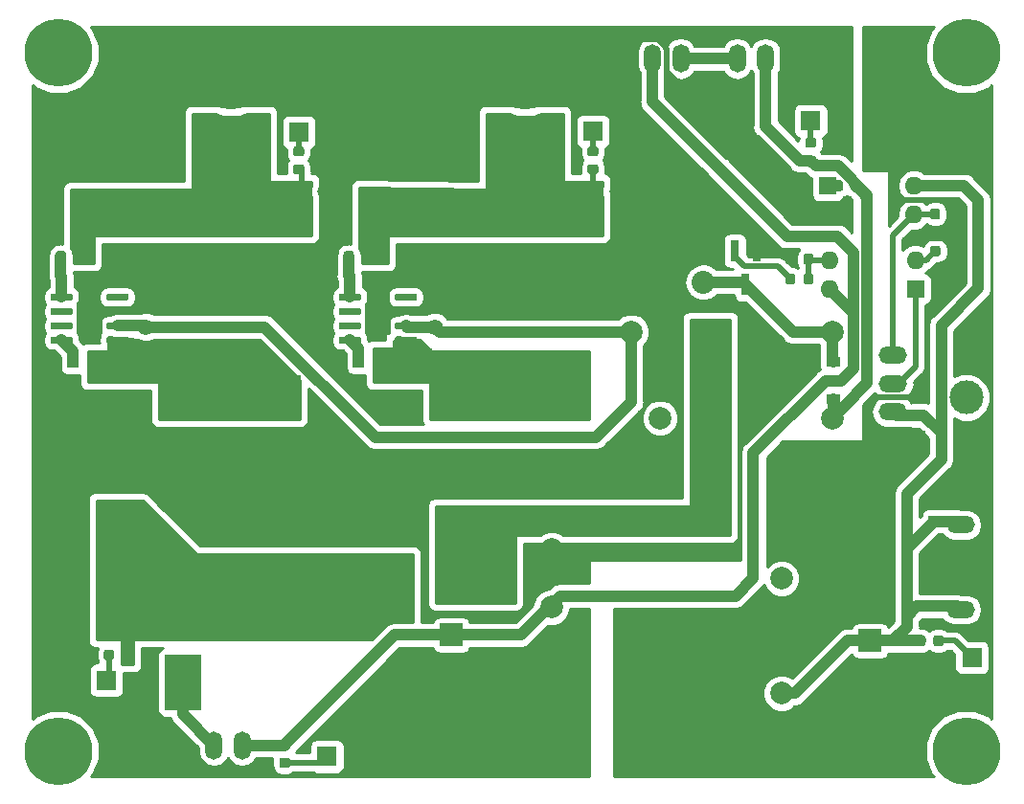
<source format=gbr>
G04 #@! TF.GenerationSoftware,KiCad,Pcbnew,(5.0.2)-1*
G04 #@! TF.CreationDate,2019-04-29T13:33:12+09:00*
G04 #@! TF.ProjectId,________,b5fcdc28-fb90-4fa7-9f2e-6b696361645f,rev?*
G04 #@! TF.SameCoordinates,Original*
G04 #@! TF.FileFunction,Copper,L2,Bot*
G04 #@! TF.FilePolarity,Positive*
%FSLAX46Y46*%
G04 Gerber Fmt 4.6, Leading zero omitted, Abs format (unit mm)*
G04 Created by KiCad (PCBNEW (5.0.2)-1) date 2019/04/29 13:33:12*
%MOMM*%
%LPD*%
G01*
G04 APERTURE LIST*
G04 #@! TA.AperFunction,ComponentPad*
%ADD10O,1.500000X2.500000*%
G04 #@! TD*
G04 #@! TA.AperFunction,SMDPad,CuDef*
%ADD11R,1.200000X1.000000*%
G04 #@! TD*
G04 #@! TA.AperFunction,SMDPad,CuDef*
%ADD12R,1.000000X1.200000*%
G04 #@! TD*
G04 #@! TA.AperFunction,ComponentPad*
%ADD13C,1.200000*%
G04 #@! TD*
G04 #@! TA.AperFunction,ComponentPad*
%ADD14R,1.200000X1.200000*%
G04 #@! TD*
G04 #@! TA.AperFunction,SMDPad,CuDef*
%ADD15R,0.950000X1.000000*%
G04 #@! TD*
G04 #@! TA.AperFunction,SMDPad,CuDef*
%ADD16R,3.200000X4.900000*%
G04 #@! TD*
G04 #@! TA.AperFunction,ComponentPad*
%ADD17R,1.800000X1.800000*%
G04 #@! TD*
G04 #@! TA.AperFunction,ComponentPad*
%ADD18C,1.800000*%
G04 #@! TD*
G04 #@! TA.AperFunction,ComponentPad*
%ADD19O,2.032000X2.032000*%
G04 #@! TD*
G04 #@! TA.AperFunction,ComponentPad*
%ADD20R,2.032000X2.032000*%
G04 #@! TD*
G04 #@! TA.AperFunction,ComponentPad*
%ADD21C,6.500000*%
G04 #@! TD*
G04 #@! TA.AperFunction,SMDPad,CuDef*
%ADD22R,0.800000X1.900000*%
G04 #@! TD*
G04 #@! TA.AperFunction,Conductor*
%ADD23C,0.100000*%
G04 #@! TD*
G04 #@! TA.AperFunction,SMDPad,CuDef*
%ADD24C,0.875000*%
G04 #@! TD*
G04 #@! TA.AperFunction,ComponentPad*
%ADD25C,2.000000*%
G04 #@! TD*
G04 #@! TA.AperFunction,ComponentPad*
%ADD26R,2.000000X2.000000*%
G04 #@! TD*
G04 #@! TA.AperFunction,ComponentPad*
%ADD27C,5.000000*%
G04 #@! TD*
G04 #@! TA.AperFunction,ComponentPad*
%ADD28O,2.500000X1.500000*%
G04 #@! TD*
G04 #@! TA.AperFunction,ComponentPad*
%ADD29C,3.000000*%
G04 #@! TD*
G04 #@! TA.AperFunction,ComponentPad*
%ADD30R,1.600000X1.600000*%
G04 #@! TD*
G04 #@! TA.AperFunction,ComponentPad*
%ADD31O,1.600000X1.600000*%
G04 #@! TD*
G04 #@! TA.AperFunction,ComponentPad*
%ADD32O,5.300000X3.800000*%
G04 #@! TD*
G04 #@! TA.AperFunction,ComponentPad*
%ADD33O,5.500000X3.800000*%
G04 #@! TD*
G04 #@! TA.AperFunction,SMDPad,CuDef*
%ADD34R,12.320000X3.825000*%
G04 #@! TD*
G04 #@! TA.AperFunction,SMDPad,CuDef*
%ADD35R,1.500000X2.400000*%
G04 #@! TD*
G04 #@! TA.AperFunction,SMDPad,CuDef*
%ADD36R,1.500000X1.050000*%
G04 #@! TD*
G04 #@! TA.AperFunction,SMDPad,CuDef*
%ADD37R,1.220000X0.910000*%
G04 #@! TD*
G04 #@! TA.AperFunction,SMDPad,CuDef*
%ADD38C,2.290000*%
G04 #@! TD*
G04 #@! TA.AperFunction,ViaPad*
%ADD39C,0.500000*%
G04 #@! TD*
G04 #@! TA.AperFunction,SMDPad,CuDef*
%ADD40C,0.600000*%
G04 #@! TD*
G04 #@! TA.AperFunction,ComponentPad*
%ADD41C,1.400000*%
G04 #@! TD*
G04 #@! TA.AperFunction,ComponentPad*
%ADD42R,1.400000X1.400000*%
G04 #@! TD*
G04 #@! TA.AperFunction,ViaPad*
%ADD43C,6.000000*%
G04 #@! TD*
G04 #@! TA.AperFunction,Conductor*
%ADD44C,0.500000*%
G04 #@! TD*
G04 #@! TA.AperFunction,Conductor*
%ADD45C,1.000000*%
G04 #@! TD*
G04 #@! TA.AperFunction,Conductor*
%ADD46C,0.254000*%
G04 #@! TD*
G04 APERTURE END LIST*
D10*
G04 #@! TO.P,P9,2*
G04 #@! TO.N,Relay_BATT*
X182000000Y-37000000D03*
G04 #@! TO.P,P9,1*
G04 #@! TO.N,Net-(P8-Pad2)*
X179500000Y-37000000D03*
G04 #@! TD*
D11*
G04 #@! TO.P,C3,2*
G04 #@! TO.N,+12V*
X195500000Y-68570000D03*
G04 #@! TO.P,C3,1*
G04 #@! TO.N,GND*
X195500000Y-70450000D03*
G04 #@! TD*
G04 #@! TO.P,C4,1*
G04 #@! TO.N,GND*
X197000000Y-83550000D03*
G04 #@! TO.P,C4,2*
G04 #@! TO.N,+12V*
X197000000Y-85430000D03*
G04 #@! TD*
G04 #@! TO.P,C5,1*
G04 #@! TO.N,GND*
X197000000Y-76050000D03*
G04 #@! TO.P,C5,2*
G04 #@! TO.N,+12V*
X197000000Y-77930000D03*
G04 #@! TD*
D12*
G04 #@! TO.P,C6,1*
G04 #@! TO.N,Net-(C6-Pad1)*
X120800000Y-63750000D03*
G04 #@! TO.P,C6,2*
G04 #@! TO.N,Net-(C6-Pad2)*
X122680000Y-63750000D03*
G04 #@! TD*
G04 #@! TO.P,C7,2*
G04 #@! TO.N,Net-(C7-Pad2)*
X147930000Y-63750000D03*
G04 #@! TO.P,C7,1*
G04 #@! TO.N,Net-(C7-Pad1)*
X146050000Y-63750000D03*
G04 #@! TD*
D13*
G04 #@! TO.P,C10,2*
G04 #@! TO.N,GNDPWR*
X143000000Y-48750000D03*
D14*
G04 #@! TO.P,C10,1*
G04 #@! TO.N,7V_OUTA*
X141000000Y-48750000D03*
G04 #@! TD*
G04 #@! TO.P,C11,1*
G04 #@! TO.N,7V_OUTB*
X166750000Y-48750000D03*
D13*
G04 #@! TO.P,C11,2*
G04 #@! TO.N,GNDPWR*
X168750000Y-48750000D03*
G04 #@! TD*
D15*
G04 #@! TO.P,D1,1*
G04 #@! TO.N,+BATT*
X131470000Y-87850000D03*
D16*
G04 #@! TO.P,D1,3*
G04 #@! TO.N,Net-(D1-Pad3)*
X130500000Y-92200000D03*
D15*
G04 #@! TO.P,D1,2*
G04 #@! TO.N,+BATT*
X129530000Y-87850000D03*
G04 #@! TD*
D17*
G04 #@! TO.P,D2,1*
G04 #@! TO.N,Net-(D2-Pad1)*
X123750000Y-92000000D03*
D18*
G04 #@! TO.P,D2,2*
G04 #@! TO.N,GNDPWR*
X121210000Y-92000000D03*
G04 #@! TD*
G04 #@! TO.P,D3,2*
G04 #@! TO.N,GNDPWR*
X145790000Y-98750000D03*
D17*
G04 #@! TO.P,D3,1*
G04 #@! TO.N,Net-(D3-Pad1)*
X143250000Y-98750000D03*
G04 #@! TD*
G04 #@! TO.P,D4,1*
G04 #@! TO.N,Net-(D4-Pad1)*
X186000000Y-42500000D03*
D18*
G04 #@! TO.P,D4,2*
G04 #@! TO.N,GNDPWR*
X188540000Y-42500000D03*
G04 #@! TD*
G04 #@! TO.P,D5,2*
G04 #@! TO.N,GND*
X200250000Y-92540000D03*
D17*
G04 #@! TO.P,D5,1*
G04 #@! TO.N,Net-(D5-Pad1)*
X200250000Y-90000000D03*
G04 #@! TD*
G04 #@! TO.P,D6,1*
G04 #@! TO.N,Net-(D6-Pad1)*
X140750000Y-43500000D03*
D18*
G04 #@! TO.P,D6,2*
G04 #@! TO.N,GNDPWR*
X140750000Y-40960000D03*
G04 #@! TD*
G04 #@! TO.P,D7,2*
G04 #@! TO.N,GNDPWR*
X166750000Y-40910000D03*
D17*
G04 #@! TO.P,D7,1*
G04 #@! TO.N,Net-(D7-Pad1)*
X166750000Y-43450000D03*
G04 #@! TD*
D19*
G04 #@! TO.P,JP1,2*
G04 #@! TO.N,Relay_OUT*
X176500000Y-56790000D03*
D20*
G04 #@! TO.P,JP1,1*
G04 #@! TO.N,GNDPWR*
X176500000Y-54250000D03*
G04 #@! TD*
D21*
G04 #@! TO.P,P3,2*
G04 #@! TO.N,7V_OUTA*
X134750000Y-45250000D03*
G04 #@! TO.P,P3,1*
G04 #@! TO.N,GNDPWR*
X134750000Y-38250000D03*
G04 #@! TD*
G04 #@! TO.P,P4,1*
G04 #@! TO.N,GNDPWR*
X160750000Y-38250000D03*
G04 #@! TO.P,P4,2*
G04 #@! TO.N,7V_OUTB*
X160750000Y-45250000D03*
G04 #@! TD*
D22*
G04 #@! TO.P,Q1,1*
G04 #@! TO.N,Net-(Q1-Pad1)*
X179300000Y-54000000D03*
G04 #@! TO.P,Q1,2*
G04 #@! TO.N,GNDPWR*
X181200000Y-54000000D03*
G04 #@! TO.P,Q1,3*
G04 #@! TO.N,Relay_OUT*
X180250000Y-57000000D03*
G04 #@! TD*
D23*
G04 #@! TO.N,Net-(IC2-Pad3)*
G04 #@! TO.C,R1*
G36*
X186027691Y-56026053D02*
X186048926Y-56029203D01*
X186069750Y-56034419D01*
X186089962Y-56041651D01*
X186109368Y-56050830D01*
X186127781Y-56061866D01*
X186145024Y-56074654D01*
X186160930Y-56089070D01*
X186175346Y-56104976D01*
X186188134Y-56122219D01*
X186199170Y-56140632D01*
X186208349Y-56160038D01*
X186215581Y-56180250D01*
X186220797Y-56201074D01*
X186223947Y-56222309D01*
X186225000Y-56243750D01*
X186225000Y-56756250D01*
X186223947Y-56777691D01*
X186220797Y-56798926D01*
X186215581Y-56819750D01*
X186208349Y-56839962D01*
X186199170Y-56859368D01*
X186188134Y-56877781D01*
X186175346Y-56895024D01*
X186160930Y-56910930D01*
X186145024Y-56925346D01*
X186127781Y-56938134D01*
X186109368Y-56949170D01*
X186089962Y-56958349D01*
X186069750Y-56965581D01*
X186048926Y-56970797D01*
X186027691Y-56973947D01*
X186006250Y-56975000D01*
X185568750Y-56975000D01*
X185547309Y-56973947D01*
X185526074Y-56970797D01*
X185505250Y-56965581D01*
X185485038Y-56958349D01*
X185465632Y-56949170D01*
X185447219Y-56938134D01*
X185429976Y-56925346D01*
X185414070Y-56910930D01*
X185399654Y-56895024D01*
X185386866Y-56877781D01*
X185375830Y-56859368D01*
X185366651Y-56839962D01*
X185359419Y-56819750D01*
X185354203Y-56798926D01*
X185351053Y-56777691D01*
X185350000Y-56756250D01*
X185350000Y-56243750D01*
X185351053Y-56222309D01*
X185354203Y-56201074D01*
X185359419Y-56180250D01*
X185366651Y-56160038D01*
X185375830Y-56140632D01*
X185386866Y-56122219D01*
X185399654Y-56104976D01*
X185414070Y-56089070D01*
X185429976Y-56074654D01*
X185447219Y-56061866D01*
X185465632Y-56050830D01*
X185485038Y-56041651D01*
X185505250Y-56034419D01*
X185526074Y-56029203D01*
X185547309Y-56026053D01*
X185568750Y-56025000D01*
X186006250Y-56025000D01*
X186027691Y-56026053D01*
X186027691Y-56026053D01*
G37*
D24*
G04 #@! TD*
G04 #@! TO.P,R1,1*
G04 #@! TO.N,Net-(IC2-Pad3)*
X185787500Y-56500000D03*
D23*
G04 #@! TO.N,Net-(Q1-Pad1)*
G04 #@! TO.C,R1*
G36*
X184452691Y-56026053D02*
X184473926Y-56029203D01*
X184494750Y-56034419D01*
X184514962Y-56041651D01*
X184534368Y-56050830D01*
X184552781Y-56061866D01*
X184570024Y-56074654D01*
X184585930Y-56089070D01*
X184600346Y-56104976D01*
X184613134Y-56122219D01*
X184624170Y-56140632D01*
X184633349Y-56160038D01*
X184640581Y-56180250D01*
X184645797Y-56201074D01*
X184648947Y-56222309D01*
X184650000Y-56243750D01*
X184650000Y-56756250D01*
X184648947Y-56777691D01*
X184645797Y-56798926D01*
X184640581Y-56819750D01*
X184633349Y-56839962D01*
X184624170Y-56859368D01*
X184613134Y-56877781D01*
X184600346Y-56895024D01*
X184585930Y-56910930D01*
X184570024Y-56925346D01*
X184552781Y-56938134D01*
X184534368Y-56949170D01*
X184514962Y-56958349D01*
X184494750Y-56965581D01*
X184473926Y-56970797D01*
X184452691Y-56973947D01*
X184431250Y-56975000D01*
X183993750Y-56975000D01*
X183972309Y-56973947D01*
X183951074Y-56970797D01*
X183930250Y-56965581D01*
X183910038Y-56958349D01*
X183890632Y-56949170D01*
X183872219Y-56938134D01*
X183854976Y-56925346D01*
X183839070Y-56910930D01*
X183824654Y-56895024D01*
X183811866Y-56877781D01*
X183800830Y-56859368D01*
X183791651Y-56839962D01*
X183784419Y-56819750D01*
X183779203Y-56798926D01*
X183776053Y-56777691D01*
X183775000Y-56756250D01*
X183775000Y-56243750D01*
X183776053Y-56222309D01*
X183779203Y-56201074D01*
X183784419Y-56180250D01*
X183791651Y-56160038D01*
X183800830Y-56140632D01*
X183811866Y-56122219D01*
X183824654Y-56104976D01*
X183839070Y-56089070D01*
X183854976Y-56074654D01*
X183872219Y-56061866D01*
X183890632Y-56050830D01*
X183910038Y-56041651D01*
X183930250Y-56034419D01*
X183951074Y-56029203D01*
X183972309Y-56026053D01*
X183993750Y-56025000D01*
X184431250Y-56025000D01*
X184452691Y-56026053D01*
X184452691Y-56026053D01*
G37*
D24*
G04 #@! TD*
G04 #@! TO.P,R1,2*
G04 #@! TO.N,Net-(Q1-Pad1)*
X184212500Y-56500000D03*
D23*
G04 #@! TO.N,Net-(IC1-Pad1)*
G04 #@! TO.C,R2*
G36*
X188652691Y-47776053D02*
X188673926Y-47779203D01*
X188694750Y-47784419D01*
X188714962Y-47791651D01*
X188734368Y-47800830D01*
X188752781Y-47811866D01*
X188770024Y-47824654D01*
X188785930Y-47839070D01*
X188800346Y-47854976D01*
X188813134Y-47872219D01*
X188824170Y-47890632D01*
X188833349Y-47910038D01*
X188840581Y-47930250D01*
X188845797Y-47951074D01*
X188848947Y-47972309D01*
X188850000Y-47993750D01*
X188850000Y-48506250D01*
X188848947Y-48527691D01*
X188845797Y-48548926D01*
X188840581Y-48569750D01*
X188833349Y-48589962D01*
X188824170Y-48609368D01*
X188813134Y-48627781D01*
X188800346Y-48645024D01*
X188785930Y-48660930D01*
X188770024Y-48675346D01*
X188752781Y-48688134D01*
X188734368Y-48699170D01*
X188714962Y-48708349D01*
X188694750Y-48715581D01*
X188673926Y-48720797D01*
X188652691Y-48723947D01*
X188631250Y-48725000D01*
X188193750Y-48725000D01*
X188172309Y-48723947D01*
X188151074Y-48720797D01*
X188130250Y-48715581D01*
X188110038Y-48708349D01*
X188090632Y-48699170D01*
X188072219Y-48688134D01*
X188054976Y-48675346D01*
X188039070Y-48660930D01*
X188024654Y-48645024D01*
X188011866Y-48627781D01*
X188000830Y-48609368D01*
X187991651Y-48589962D01*
X187984419Y-48569750D01*
X187979203Y-48548926D01*
X187976053Y-48527691D01*
X187975000Y-48506250D01*
X187975000Y-47993750D01*
X187976053Y-47972309D01*
X187979203Y-47951074D01*
X187984419Y-47930250D01*
X187991651Y-47910038D01*
X188000830Y-47890632D01*
X188011866Y-47872219D01*
X188024654Y-47854976D01*
X188039070Y-47839070D01*
X188054976Y-47824654D01*
X188072219Y-47811866D01*
X188090632Y-47800830D01*
X188110038Y-47791651D01*
X188130250Y-47784419D01*
X188151074Y-47779203D01*
X188172309Y-47776053D01*
X188193750Y-47775000D01*
X188631250Y-47775000D01*
X188652691Y-47776053D01*
X188652691Y-47776053D01*
G37*
D24*
G04 #@! TD*
G04 #@! TO.P,R2,1*
G04 #@! TO.N,Net-(IC1-Pad1)*
X188412500Y-48250000D03*
D23*
G04 #@! TO.N,Relay_BATT*
G04 #@! TO.C,R2*
G36*
X190227691Y-47776053D02*
X190248926Y-47779203D01*
X190269750Y-47784419D01*
X190289962Y-47791651D01*
X190309368Y-47800830D01*
X190327781Y-47811866D01*
X190345024Y-47824654D01*
X190360930Y-47839070D01*
X190375346Y-47854976D01*
X190388134Y-47872219D01*
X190399170Y-47890632D01*
X190408349Y-47910038D01*
X190415581Y-47930250D01*
X190420797Y-47951074D01*
X190423947Y-47972309D01*
X190425000Y-47993750D01*
X190425000Y-48506250D01*
X190423947Y-48527691D01*
X190420797Y-48548926D01*
X190415581Y-48569750D01*
X190408349Y-48589962D01*
X190399170Y-48609368D01*
X190388134Y-48627781D01*
X190375346Y-48645024D01*
X190360930Y-48660930D01*
X190345024Y-48675346D01*
X190327781Y-48688134D01*
X190309368Y-48699170D01*
X190289962Y-48708349D01*
X190269750Y-48715581D01*
X190248926Y-48720797D01*
X190227691Y-48723947D01*
X190206250Y-48725000D01*
X189768750Y-48725000D01*
X189747309Y-48723947D01*
X189726074Y-48720797D01*
X189705250Y-48715581D01*
X189685038Y-48708349D01*
X189665632Y-48699170D01*
X189647219Y-48688134D01*
X189629976Y-48675346D01*
X189614070Y-48660930D01*
X189599654Y-48645024D01*
X189586866Y-48627781D01*
X189575830Y-48609368D01*
X189566651Y-48589962D01*
X189559419Y-48569750D01*
X189554203Y-48548926D01*
X189551053Y-48527691D01*
X189550000Y-48506250D01*
X189550000Y-47993750D01*
X189551053Y-47972309D01*
X189554203Y-47951074D01*
X189559419Y-47930250D01*
X189566651Y-47910038D01*
X189575830Y-47890632D01*
X189586866Y-47872219D01*
X189599654Y-47854976D01*
X189614070Y-47839070D01*
X189629976Y-47824654D01*
X189647219Y-47811866D01*
X189665632Y-47800830D01*
X189685038Y-47791651D01*
X189705250Y-47784419D01*
X189726074Y-47779203D01*
X189747309Y-47776053D01*
X189768750Y-47775000D01*
X190206250Y-47775000D01*
X190227691Y-47776053D01*
X190227691Y-47776053D01*
G37*
D24*
G04 #@! TD*
G04 #@! TO.P,R2,2*
G04 #@! TO.N,Relay_BATT*
X189987500Y-48250000D03*
D23*
G04 #@! TO.N,GNDPWR*
G04 #@! TO.C,R3*
G36*
X184452691Y-54276053D02*
X184473926Y-54279203D01*
X184494750Y-54284419D01*
X184514962Y-54291651D01*
X184534368Y-54300830D01*
X184552781Y-54311866D01*
X184570024Y-54324654D01*
X184585930Y-54339070D01*
X184600346Y-54354976D01*
X184613134Y-54372219D01*
X184624170Y-54390632D01*
X184633349Y-54410038D01*
X184640581Y-54430250D01*
X184645797Y-54451074D01*
X184648947Y-54472309D01*
X184650000Y-54493750D01*
X184650000Y-55006250D01*
X184648947Y-55027691D01*
X184645797Y-55048926D01*
X184640581Y-55069750D01*
X184633349Y-55089962D01*
X184624170Y-55109368D01*
X184613134Y-55127781D01*
X184600346Y-55145024D01*
X184585930Y-55160930D01*
X184570024Y-55175346D01*
X184552781Y-55188134D01*
X184534368Y-55199170D01*
X184514962Y-55208349D01*
X184494750Y-55215581D01*
X184473926Y-55220797D01*
X184452691Y-55223947D01*
X184431250Y-55225000D01*
X183993750Y-55225000D01*
X183972309Y-55223947D01*
X183951074Y-55220797D01*
X183930250Y-55215581D01*
X183910038Y-55208349D01*
X183890632Y-55199170D01*
X183872219Y-55188134D01*
X183854976Y-55175346D01*
X183839070Y-55160930D01*
X183824654Y-55145024D01*
X183811866Y-55127781D01*
X183800830Y-55109368D01*
X183791651Y-55089962D01*
X183784419Y-55069750D01*
X183779203Y-55048926D01*
X183776053Y-55027691D01*
X183775000Y-55006250D01*
X183775000Y-54493750D01*
X183776053Y-54472309D01*
X183779203Y-54451074D01*
X183784419Y-54430250D01*
X183791651Y-54410038D01*
X183800830Y-54390632D01*
X183811866Y-54372219D01*
X183824654Y-54354976D01*
X183839070Y-54339070D01*
X183854976Y-54324654D01*
X183872219Y-54311866D01*
X183890632Y-54300830D01*
X183910038Y-54291651D01*
X183930250Y-54284419D01*
X183951074Y-54279203D01*
X183972309Y-54276053D01*
X183993750Y-54275000D01*
X184431250Y-54275000D01*
X184452691Y-54276053D01*
X184452691Y-54276053D01*
G37*
D24*
G04 #@! TD*
G04 #@! TO.P,R3,1*
G04 #@! TO.N,GNDPWR*
X184212500Y-54750000D03*
D23*
G04 #@! TO.N,Net-(IC2-Pad3)*
G04 #@! TO.C,R3*
G36*
X186027691Y-54276053D02*
X186048926Y-54279203D01*
X186069750Y-54284419D01*
X186089962Y-54291651D01*
X186109368Y-54300830D01*
X186127781Y-54311866D01*
X186145024Y-54324654D01*
X186160930Y-54339070D01*
X186175346Y-54354976D01*
X186188134Y-54372219D01*
X186199170Y-54390632D01*
X186208349Y-54410038D01*
X186215581Y-54430250D01*
X186220797Y-54451074D01*
X186223947Y-54472309D01*
X186225000Y-54493750D01*
X186225000Y-55006250D01*
X186223947Y-55027691D01*
X186220797Y-55048926D01*
X186215581Y-55069750D01*
X186208349Y-55089962D01*
X186199170Y-55109368D01*
X186188134Y-55127781D01*
X186175346Y-55145024D01*
X186160930Y-55160930D01*
X186145024Y-55175346D01*
X186127781Y-55188134D01*
X186109368Y-55199170D01*
X186089962Y-55208349D01*
X186069750Y-55215581D01*
X186048926Y-55220797D01*
X186027691Y-55223947D01*
X186006250Y-55225000D01*
X185568750Y-55225000D01*
X185547309Y-55223947D01*
X185526074Y-55220797D01*
X185505250Y-55215581D01*
X185485038Y-55208349D01*
X185465632Y-55199170D01*
X185447219Y-55188134D01*
X185429976Y-55175346D01*
X185414070Y-55160930D01*
X185399654Y-55145024D01*
X185386866Y-55127781D01*
X185375830Y-55109368D01*
X185366651Y-55089962D01*
X185359419Y-55069750D01*
X185354203Y-55048926D01*
X185351053Y-55027691D01*
X185350000Y-55006250D01*
X185350000Y-54493750D01*
X185351053Y-54472309D01*
X185354203Y-54451074D01*
X185359419Y-54430250D01*
X185366651Y-54410038D01*
X185375830Y-54390632D01*
X185386866Y-54372219D01*
X185399654Y-54354976D01*
X185414070Y-54339070D01*
X185429976Y-54324654D01*
X185447219Y-54311866D01*
X185465632Y-54300830D01*
X185485038Y-54291651D01*
X185505250Y-54284419D01*
X185526074Y-54279203D01*
X185547309Y-54276053D01*
X185568750Y-54275000D01*
X186006250Y-54275000D01*
X186027691Y-54276053D01*
X186027691Y-54276053D01*
G37*
D24*
G04 #@! TD*
G04 #@! TO.P,R3,2*
G04 #@! TO.N,Net-(IC2-Pad3)*
X185787500Y-54750000D03*
D23*
G04 #@! TO.N,GND*
G04 #@! TO.C,R4*
G36*
X197277691Y-52026053D02*
X197298926Y-52029203D01*
X197319750Y-52034419D01*
X197339962Y-52041651D01*
X197359368Y-52050830D01*
X197377781Y-52061866D01*
X197395024Y-52074654D01*
X197410930Y-52089070D01*
X197425346Y-52104976D01*
X197438134Y-52122219D01*
X197449170Y-52140632D01*
X197458349Y-52160038D01*
X197465581Y-52180250D01*
X197470797Y-52201074D01*
X197473947Y-52222309D01*
X197475000Y-52243750D01*
X197475000Y-52681250D01*
X197473947Y-52702691D01*
X197470797Y-52723926D01*
X197465581Y-52744750D01*
X197458349Y-52764962D01*
X197449170Y-52784368D01*
X197438134Y-52802781D01*
X197425346Y-52820024D01*
X197410930Y-52835930D01*
X197395024Y-52850346D01*
X197377781Y-52863134D01*
X197359368Y-52874170D01*
X197339962Y-52883349D01*
X197319750Y-52890581D01*
X197298926Y-52895797D01*
X197277691Y-52898947D01*
X197256250Y-52900000D01*
X196743750Y-52900000D01*
X196722309Y-52898947D01*
X196701074Y-52895797D01*
X196680250Y-52890581D01*
X196660038Y-52883349D01*
X196640632Y-52874170D01*
X196622219Y-52863134D01*
X196604976Y-52850346D01*
X196589070Y-52835930D01*
X196574654Y-52820024D01*
X196561866Y-52802781D01*
X196550830Y-52784368D01*
X196541651Y-52764962D01*
X196534419Y-52744750D01*
X196529203Y-52723926D01*
X196526053Y-52702691D01*
X196525000Y-52681250D01*
X196525000Y-52243750D01*
X196526053Y-52222309D01*
X196529203Y-52201074D01*
X196534419Y-52180250D01*
X196541651Y-52160038D01*
X196550830Y-52140632D01*
X196561866Y-52122219D01*
X196574654Y-52104976D01*
X196589070Y-52089070D01*
X196604976Y-52074654D01*
X196622219Y-52061866D01*
X196640632Y-52050830D01*
X196660038Y-52041651D01*
X196680250Y-52034419D01*
X196701074Y-52029203D01*
X196722309Y-52026053D01*
X196743750Y-52025000D01*
X197256250Y-52025000D01*
X197277691Y-52026053D01*
X197277691Y-52026053D01*
G37*
D24*
G04 #@! TD*
G04 #@! TO.P,R4,2*
G04 #@! TO.N,GND*
X197000000Y-52462500D03*
D23*
G04 #@! TO.N,Net-(IC2-Pad2)*
G04 #@! TO.C,R4*
G36*
X197277691Y-53601053D02*
X197298926Y-53604203D01*
X197319750Y-53609419D01*
X197339962Y-53616651D01*
X197359368Y-53625830D01*
X197377781Y-53636866D01*
X197395024Y-53649654D01*
X197410930Y-53664070D01*
X197425346Y-53679976D01*
X197438134Y-53697219D01*
X197449170Y-53715632D01*
X197458349Y-53735038D01*
X197465581Y-53755250D01*
X197470797Y-53776074D01*
X197473947Y-53797309D01*
X197475000Y-53818750D01*
X197475000Y-54256250D01*
X197473947Y-54277691D01*
X197470797Y-54298926D01*
X197465581Y-54319750D01*
X197458349Y-54339962D01*
X197449170Y-54359368D01*
X197438134Y-54377781D01*
X197425346Y-54395024D01*
X197410930Y-54410930D01*
X197395024Y-54425346D01*
X197377781Y-54438134D01*
X197359368Y-54449170D01*
X197339962Y-54458349D01*
X197319750Y-54465581D01*
X197298926Y-54470797D01*
X197277691Y-54473947D01*
X197256250Y-54475000D01*
X196743750Y-54475000D01*
X196722309Y-54473947D01*
X196701074Y-54470797D01*
X196680250Y-54465581D01*
X196660038Y-54458349D01*
X196640632Y-54449170D01*
X196622219Y-54438134D01*
X196604976Y-54425346D01*
X196589070Y-54410930D01*
X196574654Y-54395024D01*
X196561866Y-54377781D01*
X196550830Y-54359368D01*
X196541651Y-54339962D01*
X196534419Y-54319750D01*
X196529203Y-54298926D01*
X196526053Y-54277691D01*
X196525000Y-54256250D01*
X196525000Y-53818750D01*
X196526053Y-53797309D01*
X196529203Y-53776074D01*
X196534419Y-53755250D01*
X196541651Y-53735038D01*
X196550830Y-53715632D01*
X196561866Y-53697219D01*
X196574654Y-53679976D01*
X196589070Y-53664070D01*
X196604976Y-53649654D01*
X196622219Y-53636866D01*
X196640632Y-53625830D01*
X196660038Y-53616651D01*
X196680250Y-53609419D01*
X196701074Y-53604203D01*
X196722309Y-53601053D01*
X196743750Y-53600000D01*
X197256250Y-53600000D01*
X197277691Y-53601053D01*
X197277691Y-53601053D01*
G37*
D24*
G04 #@! TD*
G04 #@! TO.P,R4,1*
G04 #@! TO.N,Net-(IC2-Pad2)*
X197000000Y-54037500D03*
D23*
G04 #@! TO.N,/Relay_State*
G04 #@! TO.C,R5*
G36*
X197240191Y-50276053D02*
X197261426Y-50279203D01*
X197282250Y-50284419D01*
X197302462Y-50291651D01*
X197321868Y-50300830D01*
X197340281Y-50311866D01*
X197357524Y-50324654D01*
X197373430Y-50339070D01*
X197387846Y-50354976D01*
X197400634Y-50372219D01*
X197411670Y-50390632D01*
X197420849Y-50410038D01*
X197428081Y-50430250D01*
X197433297Y-50451074D01*
X197436447Y-50472309D01*
X197437500Y-50493750D01*
X197437500Y-51006250D01*
X197436447Y-51027691D01*
X197433297Y-51048926D01*
X197428081Y-51069750D01*
X197420849Y-51089962D01*
X197411670Y-51109368D01*
X197400634Y-51127781D01*
X197387846Y-51145024D01*
X197373430Y-51160930D01*
X197357524Y-51175346D01*
X197340281Y-51188134D01*
X197321868Y-51199170D01*
X197302462Y-51208349D01*
X197282250Y-51215581D01*
X197261426Y-51220797D01*
X197240191Y-51223947D01*
X197218750Y-51225000D01*
X196781250Y-51225000D01*
X196759809Y-51223947D01*
X196738574Y-51220797D01*
X196717750Y-51215581D01*
X196697538Y-51208349D01*
X196678132Y-51199170D01*
X196659719Y-51188134D01*
X196642476Y-51175346D01*
X196626570Y-51160930D01*
X196612154Y-51145024D01*
X196599366Y-51127781D01*
X196588330Y-51109368D01*
X196579151Y-51089962D01*
X196571919Y-51069750D01*
X196566703Y-51048926D01*
X196563553Y-51027691D01*
X196562500Y-51006250D01*
X196562500Y-50493750D01*
X196563553Y-50472309D01*
X196566703Y-50451074D01*
X196571919Y-50430250D01*
X196579151Y-50410038D01*
X196588330Y-50390632D01*
X196599366Y-50372219D01*
X196612154Y-50354976D01*
X196626570Y-50339070D01*
X196642476Y-50324654D01*
X196659719Y-50311866D01*
X196678132Y-50300830D01*
X196697538Y-50291651D01*
X196717750Y-50284419D01*
X196738574Y-50279203D01*
X196759809Y-50276053D01*
X196781250Y-50275000D01*
X197218750Y-50275000D01*
X197240191Y-50276053D01*
X197240191Y-50276053D01*
G37*
D24*
G04 #@! TD*
G04 #@! TO.P,R5,2*
G04 #@! TO.N,/Relay_State*
X197000000Y-50750000D03*
D23*
G04 #@! TO.N,GND*
G04 #@! TO.C,R5*
G36*
X198815191Y-50276053D02*
X198836426Y-50279203D01*
X198857250Y-50284419D01*
X198877462Y-50291651D01*
X198896868Y-50300830D01*
X198915281Y-50311866D01*
X198932524Y-50324654D01*
X198948430Y-50339070D01*
X198962846Y-50354976D01*
X198975634Y-50372219D01*
X198986670Y-50390632D01*
X198995849Y-50410038D01*
X199003081Y-50430250D01*
X199008297Y-50451074D01*
X199011447Y-50472309D01*
X199012500Y-50493750D01*
X199012500Y-51006250D01*
X199011447Y-51027691D01*
X199008297Y-51048926D01*
X199003081Y-51069750D01*
X198995849Y-51089962D01*
X198986670Y-51109368D01*
X198975634Y-51127781D01*
X198962846Y-51145024D01*
X198948430Y-51160930D01*
X198932524Y-51175346D01*
X198915281Y-51188134D01*
X198896868Y-51199170D01*
X198877462Y-51208349D01*
X198857250Y-51215581D01*
X198836426Y-51220797D01*
X198815191Y-51223947D01*
X198793750Y-51225000D01*
X198356250Y-51225000D01*
X198334809Y-51223947D01*
X198313574Y-51220797D01*
X198292750Y-51215581D01*
X198272538Y-51208349D01*
X198253132Y-51199170D01*
X198234719Y-51188134D01*
X198217476Y-51175346D01*
X198201570Y-51160930D01*
X198187154Y-51145024D01*
X198174366Y-51127781D01*
X198163330Y-51109368D01*
X198154151Y-51089962D01*
X198146919Y-51069750D01*
X198141703Y-51048926D01*
X198138553Y-51027691D01*
X198137500Y-51006250D01*
X198137500Y-50493750D01*
X198138553Y-50472309D01*
X198141703Y-50451074D01*
X198146919Y-50430250D01*
X198154151Y-50410038D01*
X198163330Y-50390632D01*
X198174366Y-50372219D01*
X198187154Y-50354976D01*
X198201570Y-50339070D01*
X198217476Y-50324654D01*
X198234719Y-50311866D01*
X198253132Y-50300830D01*
X198272538Y-50291651D01*
X198292750Y-50284419D01*
X198313574Y-50279203D01*
X198334809Y-50276053D01*
X198356250Y-50275000D01*
X198793750Y-50275000D01*
X198815191Y-50276053D01*
X198815191Y-50276053D01*
G37*
D24*
G04 #@! TD*
G04 #@! TO.P,R5,1*
G04 #@! TO.N,GND*
X198575000Y-50750000D03*
D23*
G04 #@! TO.N,Net-(D2-Pad1)*
G04 #@! TO.C,R6*
G36*
X124202691Y-89276053D02*
X124223926Y-89279203D01*
X124244750Y-89284419D01*
X124264962Y-89291651D01*
X124284368Y-89300830D01*
X124302781Y-89311866D01*
X124320024Y-89324654D01*
X124335930Y-89339070D01*
X124350346Y-89354976D01*
X124363134Y-89372219D01*
X124374170Y-89390632D01*
X124383349Y-89410038D01*
X124390581Y-89430250D01*
X124395797Y-89451074D01*
X124398947Y-89472309D01*
X124400000Y-89493750D01*
X124400000Y-90006250D01*
X124398947Y-90027691D01*
X124395797Y-90048926D01*
X124390581Y-90069750D01*
X124383349Y-90089962D01*
X124374170Y-90109368D01*
X124363134Y-90127781D01*
X124350346Y-90145024D01*
X124335930Y-90160930D01*
X124320024Y-90175346D01*
X124302781Y-90188134D01*
X124284368Y-90199170D01*
X124264962Y-90208349D01*
X124244750Y-90215581D01*
X124223926Y-90220797D01*
X124202691Y-90223947D01*
X124181250Y-90225000D01*
X123743750Y-90225000D01*
X123722309Y-90223947D01*
X123701074Y-90220797D01*
X123680250Y-90215581D01*
X123660038Y-90208349D01*
X123640632Y-90199170D01*
X123622219Y-90188134D01*
X123604976Y-90175346D01*
X123589070Y-90160930D01*
X123574654Y-90145024D01*
X123561866Y-90127781D01*
X123550830Y-90109368D01*
X123541651Y-90089962D01*
X123534419Y-90069750D01*
X123529203Y-90048926D01*
X123526053Y-90027691D01*
X123525000Y-90006250D01*
X123525000Y-89493750D01*
X123526053Y-89472309D01*
X123529203Y-89451074D01*
X123534419Y-89430250D01*
X123541651Y-89410038D01*
X123550830Y-89390632D01*
X123561866Y-89372219D01*
X123574654Y-89354976D01*
X123589070Y-89339070D01*
X123604976Y-89324654D01*
X123622219Y-89311866D01*
X123640632Y-89300830D01*
X123660038Y-89291651D01*
X123680250Y-89284419D01*
X123701074Y-89279203D01*
X123722309Y-89276053D01*
X123743750Y-89275000D01*
X124181250Y-89275000D01*
X124202691Y-89276053D01*
X124202691Y-89276053D01*
G37*
D24*
G04 #@! TD*
G04 #@! TO.P,R6,1*
G04 #@! TO.N,Net-(D2-Pad1)*
X123962500Y-89750000D03*
D23*
G04 #@! TO.N,+BATT*
G04 #@! TO.C,R6*
G36*
X125777691Y-89276053D02*
X125798926Y-89279203D01*
X125819750Y-89284419D01*
X125839962Y-89291651D01*
X125859368Y-89300830D01*
X125877781Y-89311866D01*
X125895024Y-89324654D01*
X125910930Y-89339070D01*
X125925346Y-89354976D01*
X125938134Y-89372219D01*
X125949170Y-89390632D01*
X125958349Y-89410038D01*
X125965581Y-89430250D01*
X125970797Y-89451074D01*
X125973947Y-89472309D01*
X125975000Y-89493750D01*
X125975000Y-90006250D01*
X125973947Y-90027691D01*
X125970797Y-90048926D01*
X125965581Y-90069750D01*
X125958349Y-90089962D01*
X125949170Y-90109368D01*
X125938134Y-90127781D01*
X125925346Y-90145024D01*
X125910930Y-90160930D01*
X125895024Y-90175346D01*
X125877781Y-90188134D01*
X125859368Y-90199170D01*
X125839962Y-90208349D01*
X125819750Y-90215581D01*
X125798926Y-90220797D01*
X125777691Y-90223947D01*
X125756250Y-90225000D01*
X125318750Y-90225000D01*
X125297309Y-90223947D01*
X125276074Y-90220797D01*
X125255250Y-90215581D01*
X125235038Y-90208349D01*
X125215632Y-90199170D01*
X125197219Y-90188134D01*
X125179976Y-90175346D01*
X125164070Y-90160930D01*
X125149654Y-90145024D01*
X125136866Y-90127781D01*
X125125830Y-90109368D01*
X125116651Y-90089962D01*
X125109419Y-90069750D01*
X125104203Y-90048926D01*
X125101053Y-90027691D01*
X125100000Y-90006250D01*
X125100000Y-89493750D01*
X125101053Y-89472309D01*
X125104203Y-89451074D01*
X125109419Y-89430250D01*
X125116651Y-89410038D01*
X125125830Y-89390632D01*
X125136866Y-89372219D01*
X125149654Y-89354976D01*
X125164070Y-89339070D01*
X125179976Y-89324654D01*
X125197219Y-89311866D01*
X125215632Y-89300830D01*
X125235038Y-89291651D01*
X125255250Y-89284419D01*
X125276074Y-89279203D01*
X125297309Y-89276053D01*
X125318750Y-89275000D01*
X125756250Y-89275000D01*
X125777691Y-89276053D01*
X125777691Y-89276053D01*
G37*
D24*
G04 #@! TD*
G04 #@! TO.P,R6,2*
G04 #@! TO.N,+BATT*
X125537500Y-89750000D03*
D23*
G04 #@! TO.N,4Cell_BATT*
G04 #@! TO.C,R7*
G36*
X139777691Y-97276053D02*
X139798926Y-97279203D01*
X139819750Y-97284419D01*
X139839962Y-97291651D01*
X139859368Y-97300830D01*
X139877781Y-97311866D01*
X139895024Y-97324654D01*
X139910930Y-97339070D01*
X139925346Y-97354976D01*
X139938134Y-97372219D01*
X139949170Y-97390632D01*
X139958349Y-97410038D01*
X139965581Y-97430250D01*
X139970797Y-97451074D01*
X139973947Y-97472309D01*
X139975000Y-97493750D01*
X139975000Y-97931250D01*
X139973947Y-97952691D01*
X139970797Y-97973926D01*
X139965581Y-97994750D01*
X139958349Y-98014962D01*
X139949170Y-98034368D01*
X139938134Y-98052781D01*
X139925346Y-98070024D01*
X139910930Y-98085930D01*
X139895024Y-98100346D01*
X139877781Y-98113134D01*
X139859368Y-98124170D01*
X139839962Y-98133349D01*
X139819750Y-98140581D01*
X139798926Y-98145797D01*
X139777691Y-98148947D01*
X139756250Y-98150000D01*
X139243750Y-98150000D01*
X139222309Y-98148947D01*
X139201074Y-98145797D01*
X139180250Y-98140581D01*
X139160038Y-98133349D01*
X139140632Y-98124170D01*
X139122219Y-98113134D01*
X139104976Y-98100346D01*
X139089070Y-98085930D01*
X139074654Y-98070024D01*
X139061866Y-98052781D01*
X139050830Y-98034368D01*
X139041651Y-98014962D01*
X139034419Y-97994750D01*
X139029203Y-97973926D01*
X139026053Y-97952691D01*
X139025000Y-97931250D01*
X139025000Y-97493750D01*
X139026053Y-97472309D01*
X139029203Y-97451074D01*
X139034419Y-97430250D01*
X139041651Y-97410038D01*
X139050830Y-97390632D01*
X139061866Y-97372219D01*
X139074654Y-97354976D01*
X139089070Y-97339070D01*
X139104976Y-97324654D01*
X139122219Y-97311866D01*
X139140632Y-97300830D01*
X139160038Y-97291651D01*
X139180250Y-97284419D01*
X139201074Y-97279203D01*
X139222309Y-97276053D01*
X139243750Y-97275000D01*
X139756250Y-97275000D01*
X139777691Y-97276053D01*
X139777691Y-97276053D01*
G37*
D24*
G04 #@! TD*
G04 #@! TO.P,R7,2*
G04 #@! TO.N,4Cell_BATT*
X139500000Y-97712500D03*
D23*
G04 #@! TO.N,Net-(D3-Pad1)*
G04 #@! TO.C,R7*
G36*
X139777691Y-98851053D02*
X139798926Y-98854203D01*
X139819750Y-98859419D01*
X139839962Y-98866651D01*
X139859368Y-98875830D01*
X139877781Y-98886866D01*
X139895024Y-98899654D01*
X139910930Y-98914070D01*
X139925346Y-98929976D01*
X139938134Y-98947219D01*
X139949170Y-98965632D01*
X139958349Y-98985038D01*
X139965581Y-99005250D01*
X139970797Y-99026074D01*
X139973947Y-99047309D01*
X139975000Y-99068750D01*
X139975000Y-99506250D01*
X139973947Y-99527691D01*
X139970797Y-99548926D01*
X139965581Y-99569750D01*
X139958349Y-99589962D01*
X139949170Y-99609368D01*
X139938134Y-99627781D01*
X139925346Y-99645024D01*
X139910930Y-99660930D01*
X139895024Y-99675346D01*
X139877781Y-99688134D01*
X139859368Y-99699170D01*
X139839962Y-99708349D01*
X139819750Y-99715581D01*
X139798926Y-99720797D01*
X139777691Y-99723947D01*
X139756250Y-99725000D01*
X139243750Y-99725000D01*
X139222309Y-99723947D01*
X139201074Y-99720797D01*
X139180250Y-99715581D01*
X139160038Y-99708349D01*
X139140632Y-99699170D01*
X139122219Y-99688134D01*
X139104976Y-99675346D01*
X139089070Y-99660930D01*
X139074654Y-99645024D01*
X139061866Y-99627781D01*
X139050830Y-99609368D01*
X139041651Y-99589962D01*
X139034419Y-99569750D01*
X139029203Y-99548926D01*
X139026053Y-99527691D01*
X139025000Y-99506250D01*
X139025000Y-99068750D01*
X139026053Y-99047309D01*
X139029203Y-99026074D01*
X139034419Y-99005250D01*
X139041651Y-98985038D01*
X139050830Y-98965632D01*
X139061866Y-98947219D01*
X139074654Y-98929976D01*
X139089070Y-98914070D01*
X139104976Y-98899654D01*
X139122219Y-98886866D01*
X139140632Y-98875830D01*
X139160038Y-98866651D01*
X139180250Y-98859419D01*
X139201074Y-98854203D01*
X139222309Y-98851053D01*
X139243750Y-98850000D01*
X139756250Y-98850000D01*
X139777691Y-98851053D01*
X139777691Y-98851053D01*
G37*
D24*
G04 #@! TD*
G04 #@! TO.P,R7,1*
G04 #@! TO.N,Net-(D3-Pad1)*
X139500000Y-99287500D03*
D23*
G04 #@! TO.N,Relay_BATT*
G04 #@! TO.C,R8*
G36*
X186277691Y-45601053D02*
X186298926Y-45604203D01*
X186319750Y-45609419D01*
X186339962Y-45616651D01*
X186359368Y-45625830D01*
X186377781Y-45636866D01*
X186395024Y-45649654D01*
X186410930Y-45664070D01*
X186425346Y-45679976D01*
X186438134Y-45697219D01*
X186449170Y-45715632D01*
X186458349Y-45735038D01*
X186465581Y-45755250D01*
X186470797Y-45776074D01*
X186473947Y-45797309D01*
X186475000Y-45818750D01*
X186475000Y-46256250D01*
X186473947Y-46277691D01*
X186470797Y-46298926D01*
X186465581Y-46319750D01*
X186458349Y-46339962D01*
X186449170Y-46359368D01*
X186438134Y-46377781D01*
X186425346Y-46395024D01*
X186410930Y-46410930D01*
X186395024Y-46425346D01*
X186377781Y-46438134D01*
X186359368Y-46449170D01*
X186339962Y-46458349D01*
X186319750Y-46465581D01*
X186298926Y-46470797D01*
X186277691Y-46473947D01*
X186256250Y-46475000D01*
X185743750Y-46475000D01*
X185722309Y-46473947D01*
X185701074Y-46470797D01*
X185680250Y-46465581D01*
X185660038Y-46458349D01*
X185640632Y-46449170D01*
X185622219Y-46438134D01*
X185604976Y-46425346D01*
X185589070Y-46410930D01*
X185574654Y-46395024D01*
X185561866Y-46377781D01*
X185550830Y-46359368D01*
X185541651Y-46339962D01*
X185534419Y-46319750D01*
X185529203Y-46298926D01*
X185526053Y-46277691D01*
X185525000Y-46256250D01*
X185525000Y-45818750D01*
X185526053Y-45797309D01*
X185529203Y-45776074D01*
X185534419Y-45755250D01*
X185541651Y-45735038D01*
X185550830Y-45715632D01*
X185561866Y-45697219D01*
X185574654Y-45679976D01*
X185589070Y-45664070D01*
X185604976Y-45649654D01*
X185622219Y-45636866D01*
X185640632Y-45625830D01*
X185660038Y-45616651D01*
X185680250Y-45609419D01*
X185701074Y-45604203D01*
X185722309Y-45601053D01*
X185743750Y-45600000D01*
X186256250Y-45600000D01*
X186277691Y-45601053D01*
X186277691Y-45601053D01*
G37*
D24*
G04 #@! TD*
G04 #@! TO.P,R8,2*
G04 #@! TO.N,Relay_BATT*
X186000000Y-46037500D03*
D23*
G04 #@! TO.N,Net-(D4-Pad1)*
G04 #@! TO.C,R8*
G36*
X186277691Y-44026053D02*
X186298926Y-44029203D01*
X186319750Y-44034419D01*
X186339962Y-44041651D01*
X186359368Y-44050830D01*
X186377781Y-44061866D01*
X186395024Y-44074654D01*
X186410930Y-44089070D01*
X186425346Y-44104976D01*
X186438134Y-44122219D01*
X186449170Y-44140632D01*
X186458349Y-44160038D01*
X186465581Y-44180250D01*
X186470797Y-44201074D01*
X186473947Y-44222309D01*
X186475000Y-44243750D01*
X186475000Y-44681250D01*
X186473947Y-44702691D01*
X186470797Y-44723926D01*
X186465581Y-44744750D01*
X186458349Y-44764962D01*
X186449170Y-44784368D01*
X186438134Y-44802781D01*
X186425346Y-44820024D01*
X186410930Y-44835930D01*
X186395024Y-44850346D01*
X186377781Y-44863134D01*
X186359368Y-44874170D01*
X186339962Y-44883349D01*
X186319750Y-44890581D01*
X186298926Y-44895797D01*
X186277691Y-44898947D01*
X186256250Y-44900000D01*
X185743750Y-44900000D01*
X185722309Y-44898947D01*
X185701074Y-44895797D01*
X185680250Y-44890581D01*
X185660038Y-44883349D01*
X185640632Y-44874170D01*
X185622219Y-44863134D01*
X185604976Y-44850346D01*
X185589070Y-44835930D01*
X185574654Y-44820024D01*
X185561866Y-44802781D01*
X185550830Y-44784368D01*
X185541651Y-44764962D01*
X185534419Y-44744750D01*
X185529203Y-44723926D01*
X185526053Y-44702691D01*
X185525000Y-44681250D01*
X185525000Y-44243750D01*
X185526053Y-44222309D01*
X185529203Y-44201074D01*
X185534419Y-44180250D01*
X185541651Y-44160038D01*
X185550830Y-44140632D01*
X185561866Y-44122219D01*
X185574654Y-44104976D01*
X185589070Y-44089070D01*
X185604976Y-44074654D01*
X185622219Y-44061866D01*
X185640632Y-44050830D01*
X185660038Y-44041651D01*
X185680250Y-44034419D01*
X185701074Y-44029203D01*
X185722309Y-44026053D01*
X185743750Y-44025000D01*
X186256250Y-44025000D01*
X186277691Y-44026053D01*
X186277691Y-44026053D01*
G37*
D24*
G04 #@! TD*
G04 #@! TO.P,R8,1*
G04 #@! TO.N,Net-(D4-Pad1)*
X186000000Y-44462500D03*
D23*
G04 #@! TO.N,Net-(D5-Pad1)*
G04 #@! TO.C,R9*
G36*
X197527691Y-88026053D02*
X197548926Y-88029203D01*
X197569750Y-88034419D01*
X197589962Y-88041651D01*
X197609368Y-88050830D01*
X197627781Y-88061866D01*
X197645024Y-88074654D01*
X197660930Y-88089070D01*
X197675346Y-88104976D01*
X197688134Y-88122219D01*
X197699170Y-88140632D01*
X197708349Y-88160038D01*
X197715581Y-88180250D01*
X197720797Y-88201074D01*
X197723947Y-88222309D01*
X197725000Y-88243750D01*
X197725000Y-88756250D01*
X197723947Y-88777691D01*
X197720797Y-88798926D01*
X197715581Y-88819750D01*
X197708349Y-88839962D01*
X197699170Y-88859368D01*
X197688134Y-88877781D01*
X197675346Y-88895024D01*
X197660930Y-88910930D01*
X197645024Y-88925346D01*
X197627781Y-88938134D01*
X197609368Y-88949170D01*
X197589962Y-88958349D01*
X197569750Y-88965581D01*
X197548926Y-88970797D01*
X197527691Y-88973947D01*
X197506250Y-88975000D01*
X197068750Y-88975000D01*
X197047309Y-88973947D01*
X197026074Y-88970797D01*
X197005250Y-88965581D01*
X196985038Y-88958349D01*
X196965632Y-88949170D01*
X196947219Y-88938134D01*
X196929976Y-88925346D01*
X196914070Y-88910930D01*
X196899654Y-88895024D01*
X196886866Y-88877781D01*
X196875830Y-88859368D01*
X196866651Y-88839962D01*
X196859419Y-88819750D01*
X196854203Y-88798926D01*
X196851053Y-88777691D01*
X196850000Y-88756250D01*
X196850000Y-88243750D01*
X196851053Y-88222309D01*
X196854203Y-88201074D01*
X196859419Y-88180250D01*
X196866651Y-88160038D01*
X196875830Y-88140632D01*
X196886866Y-88122219D01*
X196899654Y-88104976D01*
X196914070Y-88089070D01*
X196929976Y-88074654D01*
X196947219Y-88061866D01*
X196965632Y-88050830D01*
X196985038Y-88041651D01*
X197005250Y-88034419D01*
X197026074Y-88029203D01*
X197047309Y-88026053D01*
X197068750Y-88025000D01*
X197506250Y-88025000D01*
X197527691Y-88026053D01*
X197527691Y-88026053D01*
G37*
D24*
G04 #@! TD*
G04 #@! TO.P,R9,1*
G04 #@! TO.N,Net-(D5-Pad1)*
X197287500Y-88500000D03*
D23*
G04 #@! TO.N,+12V*
G04 #@! TO.C,R9*
G36*
X195952691Y-88026053D02*
X195973926Y-88029203D01*
X195994750Y-88034419D01*
X196014962Y-88041651D01*
X196034368Y-88050830D01*
X196052781Y-88061866D01*
X196070024Y-88074654D01*
X196085930Y-88089070D01*
X196100346Y-88104976D01*
X196113134Y-88122219D01*
X196124170Y-88140632D01*
X196133349Y-88160038D01*
X196140581Y-88180250D01*
X196145797Y-88201074D01*
X196148947Y-88222309D01*
X196150000Y-88243750D01*
X196150000Y-88756250D01*
X196148947Y-88777691D01*
X196145797Y-88798926D01*
X196140581Y-88819750D01*
X196133349Y-88839962D01*
X196124170Y-88859368D01*
X196113134Y-88877781D01*
X196100346Y-88895024D01*
X196085930Y-88910930D01*
X196070024Y-88925346D01*
X196052781Y-88938134D01*
X196034368Y-88949170D01*
X196014962Y-88958349D01*
X195994750Y-88965581D01*
X195973926Y-88970797D01*
X195952691Y-88973947D01*
X195931250Y-88975000D01*
X195493750Y-88975000D01*
X195472309Y-88973947D01*
X195451074Y-88970797D01*
X195430250Y-88965581D01*
X195410038Y-88958349D01*
X195390632Y-88949170D01*
X195372219Y-88938134D01*
X195354976Y-88925346D01*
X195339070Y-88910930D01*
X195324654Y-88895024D01*
X195311866Y-88877781D01*
X195300830Y-88859368D01*
X195291651Y-88839962D01*
X195284419Y-88819750D01*
X195279203Y-88798926D01*
X195276053Y-88777691D01*
X195275000Y-88756250D01*
X195275000Y-88243750D01*
X195276053Y-88222309D01*
X195279203Y-88201074D01*
X195284419Y-88180250D01*
X195291651Y-88160038D01*
X195300830Y-88140632D01*
X195311866Y-88122219D01*
X195324654Y-88104976D01*
X195339070Y-88089070D01*
X195354976Y-88074654D01*
X195372219Y-88061866D01*
X195390632Y-88050830D01*
X195410038Y-88041651D01*
X195430250Y-88034419D01*
X195451074Y-88029203D01*
X195472309Y-88026053D01*
X195493750Y-88025000D01*
X195931250Y-88025000D01*
X195952691Y-88026053D01*
X195952691Y-88026053D01*
G37*
D24*
G04 #@! TD*
G04 #@! TO.P,R9,2*
G04 #@! TO.N,+12V*
X195712500Y-88500000D03*
D23*
G04 #@! TO.N,7V_OUTA*
G04 #@! TO.C,R10*
G36*
X141027691Y-46351053D02*
X141048926Y-46354203D01*
X141069750Y-46359419D01*
X141089962Y-46366651D01*
X141109368Y-46375830D01*
X141127781Y-46386866D01*
X141145024Y-46399654D01*
X141160930Y-46414070D01*
X141175346Y-46429976D01*
X141188134Y-46447219D01*
X141199170Y-46465632D01*
X141208349Y-46485038D01*
X141215581Y-46505250D01*
X141220797Y-46526074D01*
X141223947Y-46547309D01*
X141225000Y-46568750D01*
X141225000Y-47006250D01*
X141223947Y-47027691D01*
X141220797Y-47048926D01*
X141215581Y-47069750D01*
X141208349Y-47089962D01*
X141199170Y-47109368D01*
X141188134Y-47127781D01*
X141175346Y-47145024D01*
X141160930Y-47160930D01*
X141145024Y-47175346D01*
X141127781Y-47188134D01*
X141109368Y-47199170D01*
X141089962Y-47208349D01*
X141069750Y-47215581D01*
X141048926Y-47220797D01*
X141027691Y-47223947D01*
X141006250Y-47225000D01*
X140493750Y-47225000D01*
X140472309Y-47223947D01*
X140451074Y-47220797D01*
X140430250Y-47215581D01*
X140410038Y-47208349D01*
X140390632Y-47199170D01*
X140372219Y-47188134D01*
X140354976Y-47175346D01*
X140339070Y-47160930D01*
X140324654Y-47145024D01*
X140311866Y-47127781D01*
X140300830Y-47109368D01*
X140291651Y-47089962D01*
X140284419Y-47069750D01*
X140279203Y-47048926D01*
X140276053Y-47027691D01*
X140275000Y-47006250D01*
X140275000Y-46568750D01*
X140276053Y-46547309D01*
X140279203Y-46526074D01*
X140284419Y-46505250D01*
X140291651Y-46485038D01*
X140300830Y-46465632D01*
X140311866Y-46447219D01*
X140324654Y-46429976D01*
X140339070Y-46414070D01*
X140354976Y-46399654D01*
X140372219Y-46386866D01*
X140390632Y-46375830D01*
X140410038Y-46366651D01*
X140430250Y-46359419D01*
X140451074Y-46354203D01*
X140472309Y-46351053D01*
X140493750Y-46350000D01*
X141006250Y-46350000D01*
X141027691Y-46351053D01*
X141027691Y-46351053D01*
G37*
D24*
G04 #@! TD*
G04 #@! TO.P,R10,2*
G04 #@! TO.N,7V_OUTA*
X140750000Y-46787500D03*
D23*
G04 #@! TO.N,Net-(D6-Pad1)*
G04 #@! TO.C,R10*
G36*
X141027691Y-44776053D02*
X141048926Y-44779203D01*
X141069750Y-44784419D01*
X141089962Y-44791651D01*
X141109368Y-44800830D01*
X141127781Y-44811866D01*
X141145024Y-44824654D01*
X141160930Y-44839070D01*
X141175346Y-44854976D01*
X141188134Y-44872219D01*
X141199170Y-44890632D01*
X141208349Y-44910038D01*
X141215581Y-44930250D01*
X141220797Y-44951074D01*
X141223947Y-44972309D01*
X141225000Y-44993750D01*
X141225000Y-45431250D01*
X141223947Y-45452691D01*
X141220797Y-45473926D01*
X141215581Y-45494750D01*
X141208349Y-45514962D01*
X141199170Y-45534368D01*
X141188134Y-45552781D01*
X141175346Y-45570024D01*
X141160930Y-45585930D01*
X141145024Y-45600346D01*
X141127781Y-45613134D01*
X141109368Y-45624170D01*
X141089962Y-45633349D01*
X141069750Y-45640581D01*
X141048926Y-45645797D01*
X141027691Y-45648947D01*
X141006250Y-45650000D01*
X140493750Y-45650000D01*
X140472309Y-45648947D01*
X140451074Y-45645797D01*
X140430250Y-45640581D01*
X140410038Y-45633349D01*
X140390632Y-45624170D01*
X140372219Y-45613134D01*
X140354976Y-45600346D01*
X140339070Y-45585930D01*
X140324654Y-45570024D01*
X140311866Y-45552781D01*
X140300830Y-45534368D01*
X140291651Y-45514962D01*
X140284419Y-45494750D01*
X140279203Y-45473926D01*
X140276053Y-45452691D01*
X140275000Y-45431250D01*
X140275000Y-44993750D01*
X140276053Y-44972309D01*
X140279203Y-44951074D01*
X140284419Y-44930250D01*
X140291651Y-44910038D01*
X140300830Y-44890632D01*
X140311866Y-44872219D01*
X140324654Y-44854976D01*
X140339070Y-44839070D01*
X140354976Y-44824654D01*
X140372219Y-44811866D01*
X140390632Y-44800830D01*
X140410038Y-44791651D01*
X140430250Y-44784419D01*
X140451074Y-44779203D01*
X140472309Y-44776053D01*
X140493750Y-44775000D01*
X141006250Y-44775000D01*
X141027691Y-44776053D01*
X141027691Y-44776053D01*
G37*
D24*
G04 #@! TD*
G04 #@! TO.P,R10,1*
G04 #@! TO.N,Net-(D6-Pad1)*
X140750000Y-45212500D03*
D23*
G04 #@! TO.N,Net-(D7-Pad1)*
G04 #@! TO.C,R11*
G36*
X167027691Y-44776053D02*
X167048926Y-44779203D01*
X167069750Y-44784419D01*
X167089962Y-44791651D01*
X167109368Y-44800830D01*
X167127781Y-44811866D01*
X167145024Y-44824654D01*
X167160930Y-44839070D01*
X167175346Y-44854976D01*
X167188134Y-44872219D01*
X167199170Y-44890632D01*
X167208349Y-44910038D01*
X167215581Y-44930250D01*
X167220797Y-44951074D01*
X167223947Y-44972309D01*
X167225000Y-44993750D01*
X167225000Y-45431250D01*
X167223947Y-45452691D01*
X167220797Y-45473926D01*
X167215581Y-45494750D01*
X167208349Y-45514962D01*
X167199170Y-45534368D01*
X167188134Y-45552781D01*
X167175346Y-45570024D01*
X167160930Y-45585930D01*
X167145024Y-45600346D01*
X167127781Y-45613134D01*
X167109368Y-45624170D01*
X167089962Y-45633349D01*
X167069750Y-45640581D01*
X167048926Y-45645797D01*
X167027691Y-45648947D01*
X167006250Y-45650000D01*
X166493750Y-45650000D01*
X166472309Y-45648947D01*
X166451074Y-45645797D01*
X166430250Y-45640581D01*
X166410038Y-45633349D01*
X166390632Y-45624170D01*
X166372219Y-45613134D01*
X166354976Y-45600346D01*
X166339070Y-45585930D01*
X166324654Y-45570024D01*
X166311866Y-45552781D01*
X166300830Y-45534368D01*
X166291651Y-45514962D01*
X166284419Y-45494750D01*
X166279203Y-45473926D01*
X166276053Y-45452691D01*
X166275000Y-45431250D01*
X166275000Y-44993750D01*
X166276053Y-44972309D01*
X166279203Y-44951074D01*
X166284419Y-44930250D01*
X166291651Y-44910038D01*
X166300830Y-44890632D01*
X166311866Y-44872219D01*
X166324654Y-44854976D01*
X166339070Y-44839070D01*
X166354976Y-44824654D01*
X166372219Y-44811866D01*
X166390632Y-44800830D01*
X166410038Y-44791651D01*
X166430250Y-44784419D01*
X166451074Y-44779203D01*
X166472309Y-44776053D01*
X166493750Y-44775000D01*
X167006250Y-44775000D01*
X167027691Y-44776053D01*
X167027691Y-44776053D01*
G37*
D24*
G04 #@! TD*
G04 #@! TO.P,R11,1*
G04 #@! TO.N,Net-(D7-Pad1)*
X166750000Y-45212500D03*
D23*
G04 #@! TO.N,7V_OUTB*
G04 #@! TO.C,R11*
G36*
X167027691Y-46351053D02*
X167048926Y-46354203D01*
X167069750Y-46359419D01*
X167089962Y-46366651D01*
X167109368Y-46375830D01*
X167127781Y-46386866D01*
X167145024Y-46399654D01*
X167160930Y-46414070D01*
X167175346Y-46429976D01*
X167188134Y-46447219D01*
X167199170Y-46465632D01*
X167208349Y-46485038D01*
X167215581Y-46505250D01*
X167220797Y-46526074D01*
X167223947Y-46547309D01*
X167225000Y-46568750D01*
X167225000Y-47006250D01*
X167223947Y-47027691D01*
X167220797Y-47048926D01*
X167215581Y-47069750D01*
X167208349Y-47089962D01*
X167199170Y-47109368D01*
X167188134Y-47127781D01*
X167175346Y-47145024D01*
X167160930Y-47160930D01*
X167145024Y-47175346D01*
X167127781Y-47188134D01*
X167109368Y-47199170D01*
X167089962Y-47208349D01*
X167069750Y-47215581D01*
X167048926Y-47220797D01*
X167027691Y-47223947D01*
X167006250Y-47225000D01*
X166493750Y-47225000D01*
X166472309Y-47223947D01*
X166451074Y-47220797D01*
X166430250Y-47215581D01*
X166410038Y-47208349D01*
X166390632Y-47199170D01*
X166372219Y-47188134D01*
X166354976Y-47175346D01*
X166339070Y-47160930D01*
X166324654Y-47145024D01*
X166311866Y-47127781D01*
X166300830Y-47109368D01*
X166291651Y-47089962D01*
X166284419Y-47069750D01*
X166279203Y-47048926D01*
X166276053Y-47027691D01*
X166275000Y-47006250D01*
X166275000Y-46568750D01*
X166276053Y-46547309D01*
X166279203Y-46526074D01*
X166284419Y-46505250D01*
X166291651Y-46485038D01*
X166300830Y-46465632D01*
X166311866Y-46447219D01*
X166324654Y-46429976D01*
X166339070Y-46414070D01*
X166354976Y-46399654D01*
X166372219Y-46386866D01*
X166390632Y-46375830D01*
X166410038Y-46366651D01*
X166430250Y-46359419D01*
X166451074Y-46354203D01*
X166472309Y-46351053D01*
X166493750Y-46350000D01*
X167006250Y-46350000D01*
X167027691Y-46351053D01*
X167027691Y-46351053D01*
G37*
D24*
G04 #@! TD*
G04 #@! TO.P,R11,2*
G04 #@! TO.N,7V_OUTB*
X166750000Y-46787500D03*
D23*
G04 #@! TO.N,/FB_A*
G04 #@! TO.C,R12*
G36*
X119952691Y-54026053D02*
X119973926Y-54029203D01*
X119994750Y-54034419D01*
X120014962Y-54041651D01*
X120034368Y-54050830D01*
X120052781Y-54061866D01*
X120070024Y-54074654D01*
X120085930Y-54089070D01*
X120100346Y-54104976D01*
X120113134Y-54122219D01*
X120124170Y-54140632D01*
X120133349Y-54160038D01*
X120140581Y-54180250D01*
X120145797Y-54201074D01*
X120148947Y-54222309D01*
X120150000Y-54243750D01*
X120150000Y-54756250D01*
X120148947Y-54777691D01*
X120145797Y-54798926D01*
X120140581Y-54819750D01*
X120133349Y-54839962D01*
X120124170Y-54859368D01*
X120113134Y-54877781D01*
X120100346Y-54895024D01*
X120085930Y-54910930D01*
X120070024Y-54925346D01*
X120052781Y-54938134D01*
X120034368Y-54949170D01*
X120014962Y-54958349D01*
X119994750Y-54965581D01*
X119973926Y-54970797D01*
X119952691Y-54973947D01*
X119931250Y-54975000D01*
X119493750Y-54975000D01*
X119472309Y-54973947D01*
X119451074Y-54970797D01*
X119430250Y-54965581D01*
X119410038Y-54958349D01*
X119390632Y-54949170D01*
X119372219Y-54938134D01*
X119354976Y-54925346D01*
X119339070Y-54910930D01*
X119324654Y-54895024D01*
X119311866Y-54877781D01*
X119300830Y-54859368D01*
X119291651Y-54839962D01*
X119284419Y-54819750D01*
X119279203Y-54798926D01*
X119276053Y-54777691D01*
X119275000Y-54756250D01*
X119275000Y-54243750D01*
X119276053Y-54222309D01*
X119279203Y-54201074D01*
X119284419Y-54180250D01*
X119291651Y-54160038D01*
X119300830Y-54140632D01*
X119311866Y-54122219D01*
X119324654Y-54104976D01*
X119339070Y-54089070D01*
X119354976Y-54074654D01*
X119372219Y-54061866D01*
X119390632Y-54050830D01*
X119410038Y-54041651D01*
X119430250Y-54034419D01*
X119451074Y-54029203D01*
X119472309Y-54026053D01*
X119493750Y-54025000D01*
X119931250Y-54025000D01*
X119952691Y-54026053D01*
X119952691Y-54026053D01*
G37*
D24*
G04 #@! TD*
G04 #@! TO.P,R12,2*
G04 #@! TO.N,/FB_A*
X119712500Y-54500000D03*
D23*
G04 #@! TO.N,7V_OUTA*
G04 #@! TO.C,R12*
G36*
X121527691Y-54026053D02*
X121548926Y-54029203D01*
X121569750Y-54034419D01*
X121589962Y-54041651D01*
X121609368Y-54050830D01*
X121627781Y-54061866D01*
X121645024Y-54074654D01*
X121660930Y-54089070D01*
X121675346Y-54104976D01*
X121688134Y-54122219D01*
X121699170Y-54140632D01*
X121708349Y-54160038D01*
X121715581Y-54180250D01*
X121720797Y-54201074D01*
X121723947Y-54222309D01*
X121725000Y-54243750D01*
X121725000Y-54756250D01*
X121723947Y-54777691D01*
X121720797Y-54798926D01*
X121715581Y-54819750D01*
X121708349Y-54839962D01*
X121699170Y-54859368D01*
X121688134Y-54877781D01*
X121675346Y-54895024D01*
X121660930Y-54910930D01*
X121645024Y-54925346D01*
X121627781Y-54938134D01*
X121609368Y-54949170D01*
X121589962Y-54958349D01*
X121569750Y-54965581D01*
X121548926Y-54970797D01*
X121527691Y-54973947D01*
X121506250Y-54975000D01*
X121068750Y-54975000D01*
X121047309Y-54973947D01*
X121026074Y-54970797D01*
X121005250Y-54965581D01*
X120985038Y-54958349D01*
X120965632Y-54949170D01*
X120947219Y-54938134D01*
X120929976Y-54925346D01*
X120914070Y-54910930D01*
X120899654Y-54895024D01*
X120886866Y-54877781D01*
X120875830Y-54859368D01*
X120866651Y-54839962D01*
X120859419Y-54819750D01*
X120854203Y-54798926D01*
X120851053Y-54777691D01*
X120850000Y-54756250D01*
X120850000Y-54243750D01*
X120851053Y-54222309D01*
X120854203Y-54201074D01*
X120859419Y-54180250D01*
X120866651Y-54160038D01*
X120875830Y-54140632D01*
X120886866Y-54122219D01*
X120899654Y-54104976D01*
X120914070Y-54089070D01*
X120929976Y-54074654D01*
X120947219Y-54061866D01*
X120965632Y-54050830D01*
X120985038Y-54041651D01*
X121005250Y-54034419D01*
X121026074Y-54029203D01*
X121047309Y-54026053D01*
X121068750Y-54025000D01*
X121506250Y-54025000D01*
X121527691Y-54026053D01*
X121527691Y-54026053D01*
G37*
D24*
G04 #@! TD*
G04 #@! TO.P,R12,1*
G04 #@! TO.N,7V_OUTA*
X121287500Y-54500000D03*
D23*
G04 #@! TO.N,/FB_A*
G04 #@! TO.C,R13*
G36*
X119952691Y-55776053D02*
X119973926Y-55779203D01*
X119994750Y-55784419D01*
X120014962Y-55791651D01*
X120034368Y-55800830D01*
X120052781Y-55811866D01*
X120070024Y-55824654D01*
X120085930Y-55839070D01*
X120100346Y-55854976D01*
X120113134Y-55872219D01*
X120124170Y-55890632D01*
X120133349Y-55910038D01*
X120140581Y-55930250D01*
X120145797Y-55951074D01*
X120148947Y-55972309D01*
X120150000Y-55993750D01*
X120150000Y-56506250D01*
X120148947Y-56527691D01*
X120145797Y-56548926D01*
X120140581Y-56569750D01*
X120133349Y-56589962D01*
X120124170Y-56609368D01*
X120113134Y-56627781D01*
X120100346Y-56645024D01*
X120085930Y-56660930D01*
X120070024Y-56675346D01*
X120052781Y-56688134D01*
X120034368Y-56699170D01*
X120014962Y-56708349D01*
X119994750Y-56715581D01*
X119973926Y-56720797D01*
X119952691Y-56723947D01*
X119931250Y-56725000D01*
X119493750Y-56725000D01*
X119472309Y-56723947D01*
X119451074Y-56720797D01*
X119430250Y-56715581D01*
X119410038Y-56708349D01*
X119390632Y-56699170D01*
X119372219Y-56688134D01*
X119354976Y-56675346D01*
X119339070Y-56660930D01*
X119324654Y-56645024D01*
X119311866Y-56627781D01*
X119300830Y-56609368D01*
X119291651Y-56589962D01*
X119284419Y-56569750D01*
X119279203Y-56548926D01*
X119276053Y-56527691D01*
X119275000Y-56506250D01*
X119275000Y-55993750D01*
X119276053Y-55972309D01*
X119279203Y-55951074D01*
X119284419Y-55930250D01*
X119291651Y-55910038D01*
X119300830Y-55890632D01*
X119311866Y-55872219D01*
X119324654Y-55854976D01*
X119339070Y-55839070D01*
X119354976Y-55824654D01*
X119372219Y-55811866D01*
X119390632Y-55800830D01*
X119410038Y-55791651D01*
X119430250Y-55784419D01*
X119451074Y-55779203D01*
X119472309Y-55776053D01*
X119493750Y-55775000D01*
X119931250Y-55775000D01*
X119952691Y-55776053D01*
X119952691Y-55776053D01*
G37*
D24*
G04 #@! TD*
G04 #@! TO.P,R13,1*
G04 #@! TO.N,/FB_A*
X119712500Y-56250000D03*
D23*
G04 #@! TO.N,GNDPWR*
G04 #@! TO.C,R13*
G36*
X121527691Y-55776053D02*
X121548926Y-55779203D01*
X121569750Y-55784419D01*
X121589962Y-55791651D01*
X121609368Y-55800830D01*
X121627781Y-55811866D01*
X121645024Y-55824654D01*
X121660930Y-55839070D01*
X121675346Y-55854976D01*
X121688134Y-55872219D01*
X121699170Y-55890632D01*
X121708349Y-55910038D01*
X121715581Y-55930250D01*
X121720797Y-55951074D01*
X121723947Y-55972309D01*
X121725000Y-55993750D01*
X121725000Y-56506250D01*
X121723947Y-56527691D01*
X121720797Y-56548926D01*
X121715581Y-56569750D01*
X121708349Y-56589962D01*
X121699170Y-56609368D01*
X121688134Y-56627781D01*
X121675346Y-56645024D01*
X121660930Y-56660930D01*
X121645024Y-56675346D01*
X121627781Y-56688134D01*
X121609368Y-56699170D01*
X121589962Y-56708349D01*
X121569750Y-56715581D01*
X121548926Y-56720797D01*
X121527691Y-56723947D01*
X121506250Y-56725000D01*
X121068750Y-56725000D01*
X121047309Y-56723947D01*
X121026074Y-56720797D01*
X121005250Y-56715581D01*
X120985038Y-56708349D01*
X120965632Y-56699170D01*
X120947219Y-56688134D01*
X120929976Y-56675346D01*
X120914070Y-56660930D01*
X120899654Y-56645024D01*
X120886866Y-56627781D01*
X120875830Y-56609368D01*
X120866651Y-56589962D01*
X120859419Y-56569750D01*
X120854203Y-56548926D01*
X120851053Y-56527691D01*
X120850000Y-56506250D01*
X120850000Y-55993750D01*
X120851053Y-55972309D01*
X120854203Y-55951074D01*
X120859419Y-55930250D01*
X120866651Y-55910038D01*
X120875830Y-55890632D01*
X120886866Y-55872219D01*
X120899654Y-55854976D01*
X120914070Y-55839070D01*
X120929976Y-55824654D01*
X120947219Y-55811866D01*
X120965632Y-55800830D01*
X120985038Y-55791651D01*
X121005250Y-55784419D01*
X121026074Y-55779203D01*
X121047309Y-55776053D01*
X121068750Y-55775000D01*
X121506250Y-55775000D01*
X121527691Y-55776053D01*
X121527691Y-55776053D01*
G37*
D24*
G04 #@! TD*
G04 #@! TO.P,R13,2*
G04 #@! TO.N,GNDPWR*
X121287500Y-56250000D03*
D23*
G04 #@! TO.N,7V_OUTB*
G04 #@! TO.C,R14*
G36*
X146990191Y-54026053D02*
X147011426Y-54029203D01*
X147032250Y-54034419D01*
X147052462Y-54041651D01*
X147071868Y-54050830D01*
X147090281Y-54061866D01*
X147107524Y-54074654D01*
X147123430Y-54089070D01*
X147137846Y-54104976D01*
X147150634Y-54122219D01*
X147161670Y-54140632D01*
X147170849Y-54160038D01*
X147178081Y-54180250D01*
X147183297Y-54201074D01*
X147186447Y-54222309D01*
X147187500Y-54243750D01*
X147187500Y-54756250D01*
X147186447Y-54777691D01*
X147183297Y-54798926D01*
X147178081Y-54819750D01*
X147170849Y-54839962D01*
X147161670Y-54859368D01*
X147150634Y-54877781D01*
X147137846Y-54895024D01*
X147123430Y-54910930D01*
X147107524Y-54925346D01*
X147090281Y-54938134D01*
X147071868Y-54949170D01*
X147052462Y-54958349D01*
X147032250Y-54965581D01*
X147011426Y-54970797D01*
X146990191Y-54973947D01*
X146968750Y-54975000D01*
X146531250Y-54975000D01*
X146509809Y-54973947D01*
X146488574Y-54970797D01*
X146467750Y-54965581D01*
X146447538Y-54958349D01*
X146428132Y-54949170D01*
X146409719Y-54938134D01*
X146392476Y-54925346D01*
X146376570Y-54910930D01*
X146362154Y-54895024D01*
X146349366Y-54877781D01*
X146338330Y-54859368D01*
X146329151Y-54839962D01*
X146321919Y-54819750D01*
X146316703Y-54798926D01*
X146313553Y-54777691D01*
X146312500Y-54756250D01*
X146312500Y-54243750D01*
X146313553Y-54222309D01*
X146316703Y-54201074D01*
X146321919Y-54180250D01*
X146329151Y-54160038D01*
X146338330Y-54140632D01*
X146349366Y-54122219D01*
X146362154Y-54104976D01*
X146376570Y-54089070D01*
X146392476Y-54074654D01*
X146409719Y-54061866D01*
X146428132Y-54050830D01*
X146447538Y-54041651D01*
X146467750Y-54034419D01*
X146488574Y-54029203D01*
X146509809Y-54026053D01*
X146531250Y-54025000D01*
X146968750Y-54025000D01*
X146990191Y-54026053D01*
X146990191Y-54026053D01*
G37*
D24*
G04 #@! TD*
G04 #@! TO.P,R14,1*
G04 #@! TO.N,7V_OUTB*
X146750000Y-54500000D03*
D23*
G04 #@! TO.N,/FB_B*
G04 #@! TO.C,R14*
G36*
X145415191Y-54026053D02*
X145436426Y-54029203D01*
X145457250Y-54034419D01*
X145477462Y-54041651D01*
X145496868Y-54050830D01*
X145515281Y-54061866D01*
X145532524Y-54074654D01*
X145548430Y-54089070D01*
X145562846Y-54104976D01*
X145575634Y-54122219D01*
X145586670Y-54140632D01*
X145595849Y-54160038D01*
X145603081Y-54180250D01*
X145608297Y-54201074D01*
X145611447Y-54222309D01*
X145612500Y-54243750D01*
X145612500Y-54756250D01*
X145611447Y-54777691D01*
X145608297Y-54798926D01*
X145603081Y-54819750D01*
X145595849Y-54839962D01*
X145586670Y-54859368D01*
X145575634Y-54877781D01*
X145562846Y-54895024D01*
X145548430Y-54910930D01*
X145532524Y-54925346D01*
X145515281Y-54938134D01*
X145496868Y-54949170D01*
X145477462Y-54958349D01*
X145457250Y-54965581D01*
X145436426Y-54970797D01*
X145415191Y-54973947D01*
X145393750Y-54975000D01*
X144956250Y-54975000D01*
X144934809Y-54973947D01*
X144913574Y-54970797D01*
X144892750Y-54965581D01*
X144872538Y-54958349D01*
X144853132Y-54949170D01*
X144834719Y-54938134D01*
X144817476Y-54925346D01*
X144801570Y-54910930D01*
X144787154Y-54895024D01*
X144774366Y-54877781D01*
X144763330Y-54859368D01*
X144754151Y-54839962D01*
X144746919Y-54819750D01*
X144741703Y-54798926D01*
X144738553Y-54777691D01*
X144737500Y-54756250D01*
X144737500Y-54243750D01*
X144738553Y-54222309D01*
X144741703Y-54201074D01*
X144746919Y-54180250D01*
X144754151Y-54160038D01*
X144763330Y-54140632D01*
X144774366Y-54122219D01*
X144787154Y-54104976D01*
X144801570Y-54089070D01*
X144817476Y-54074654D01*
X144834719Y-54061866D01*
X144853132Y-54050830D01*
X144872538Y-54041651D01*
X144892750Y-54034419D01*
X144913574Y-54029203D01*
X144934809Y-54026053D01*
X144956250Y-54025000D01*
X145393750Y-54025000D01*
X145415191Y-54026053D01*
X145415191Y-54026053D01*
G37*
D24*
G04 #@! TD*
G04 #@! TO.P,R14,2*
G04 #@! TO.N,/FB_B*
X145175000Y-54500000D03*
D23*
G04 #@! TO.N,GNDPWR*
G04 #@! TO.C,R15*
G36*
X147027691Y-55776053D02*
X147048926Y-55779203D01*
X147069750Y-55784419D01*
X147089962Y-55791651D01*
X147109368Y-55800830D01*
X147127781Y-55811866D01*
X147145024Y-55824654D01*
X147160930Y-55839070D01*
X147175346Y-55854976D01*
X147188134Y-55872219D01*
X147199170Y-55890632D01*
X147208349Y-55910038D01*
X147215581Y-55930250D01*
X147220797Y-55951074D01*
X147223947Y-55972309D01*
X147225000Y-55993750D01*
X147225000Y-56506250D01*
X147223947Y-56527691D01*
X147220797Y-56548926D01*
X147215581Y-56569750D01*
X147208349Y-56589962D01*
X147199170Y-56609368D01*
X147188134Y-56627781D01*
X147175346Y-56645024D01*
X147160930Y-56660930D01*
X147145024Y-56675346D01*
X147127781Y-56688134D01*
X147109368Y-56699170D01*
X147089962Y-56708349D01*
X147069750Y-56715581D01*
X147048926Y-56720797D01*
X147027691Y-56723947D01*
X147006250Y-56725000D01*
X146568750Y-56725000D01*
X146547309Y-56723947D01*
X146526074Y-56720797D01*
X146505250Y-56715581D01*
X146485038Y-56708349D01*
X146465632Y-56699170D01*
X146447219Y-56688134D01*
X146429976Y-56675346D01*
X146414070Y-56660930D01*
X146399654Y-56645024D01*
X146386866Y-56627781D01*
X146375830Y-56609368D01*
X146366651Y-56589962D01*
X146359419Y-56569750D01*
X146354203Y-56548926D01*
X146351053Y-56527691D01*
X146350000Y-56506250D01*
X146350000Y-55993750D01*
X146351053Y-55972309D01*
X146354203Y-55951074D01*
X146359419Y-55930250D01*
X146366651Y-55910038D01*
X146375830Y-55890632D01*
X146386866Y-55872219D01*
X146399654Y-55854976D01*
X146414070Y-55839070D01*
X146429976Y-55824654D01*
X146447219Y-55811866D01*
X146465632Y-55800830D01*
X146485038Y-55791651D01*
X146505250Y-55784419D01*
X146526074Y-55779203D01*
X146547309Y-55776053D01*
X146568750Y-55775000D01*
X147006250Y-55775000D01*
X147027691Y-55776053D01*
X147027691Y-55776053D01*
G37*
D24*
G04 #@! TD*
G04 #@! TO.P,R15,2*
G04 #@! TO.N,GNDPWR*
X146787500Y-56250000D03*
D23*
G04 #@! TO.N,/FB_B*
G04 #@! TO.C,R15*
G36*
X145452691Y-55776053D02*
X145473926Y-55779203D01*
X145494750Y-55784419D01*
X145514962Y-55791651D01*
X145534368Y-55800830D01*
X145552781Y-55811866D01*
X145570024Y-55824654D01*
X145585930Y-55839070D01*
X145600346Y-55854976D01*
X145613134Y-55872219D01*
X145624170Y-55890632D01*
X145633349Y-55910038D01*
X145640581Y-55930250D01*
X145645797Y-55951074D01*
X145648947Y-55972309D01*
X145650000Y-55993750D01*
X145650000Y-56506250D01*
X145648947Y-56527691D01*
X145645797Y-56548926D01*
X145640581Y-56569750D01*
X145633349Y-56589962D01*
X145624170Y-56609368D01*
X145613134Y-56627781D01*
X145600346Y-56645024D01*
X145585930Y-56660930D01*
X145570024Y-56675346D01*
X145552781Y-56688134D01*
X145534368Y-56699170D01*
X145514962Y-56708349D01*
X145494750Y-56715581D01*
X145473926Y-56720797D01*
X145452691Y-56723947D01*
X145431250Y-56725000D01*
X144993750Y-56725000D01*
X144972309Y-56723947D01*
X144951074Y-56720797D01*
X144930250Y-56715581D01*
X144910038Y-56708349D01*
X144890632Y-56699170D01*
X144872219Y-56688134D01*
X144854976Y-56675346D01*
X144839070Y-56660930D01*
X144824654Y-56645024D01*
X144811866Y-56627781D01*
X144800830Y-56609368D01*
X144791651Y-56589962D01*
X144784419Y-56569750D01*
X144779203Y-56548926D01*
X144776053Y-56527691D01*
X144775000Y-56506250D01*
X144775000Y-55993750D01*
X144776053Y-55972309D01*
X144779203Y-55951074D01*
X144784419Y-55930250D01*
X144791651Y-55910038D01*
X144800830Y-55890632D01*
X144811866Y-55872219D01*
X144824654Y-55854976D01*
X144839070Y-55839070D01*
X144854976Y-55824654D01*
X144872219Y-55811866D01*
X144890632Y-55800830D01*
X144910038Y-55791651D01*
X144930250Y-55784419D01*
X144951074Y-55779203D01*
X144972309Y-55776053D01*
X144993750Y-55775000D01*
X145431250Y-55775000D01*
X145452691Y-55776053D01*
X145452691Y-55776053D01*
G37*
D24*
G04 #@! TD*
G04 #@! TO.P,R15,1*
G04 #@! TO.N,/FB_B*
X145212500Y-56250000D03*
D25*
G04 #@! TO.P,U2,1*
G04 #@! TO.N,Relay_BATT*
X187910000Y-68810000D03*
G04 #@! TO.P,U2,2*
G04 #@! TO.N,Relay_OUT*
X187910000Y-61190000D03*
G04 #@! TO.P,U2,3*
G04 #@! TO.N,Net-(F1-Pad1)*
X177750000Y-61190000D03*
G04 #@! TO.P,U2,4*
G04 #@! TO.N,DCDC_BATT*
X170130000Y-61190000D03*
G04 #@! TO.P,U2,5*
G04 #@! TO.N,Net-(U2-Pad5)*
X172670000Y-68810000D03*
G04 #@! TD*
G04 #@! TO.P,C1,2*
G04 #@! TO.N,GNDPWR*
X154250000Y-93000000D03*
D26*
G04 #@! TO.P,C1,1*
G04 #@! TO.N,4Cell_BATT*
X154250000Y-88000000D03*
G04 #@! TD*
G04 #@! TO.P,C2,1*
G04 #@! TO.N,+12V*
X191250000Y-88500000D03*
D25*
G04 #@! TO.P,C2,2*
G04 #@! TO.N,GND*
X191250000Y-93500000D03*
G04 #@! TD*
D27*
G04 #@! TO.P,P1,2*
G04 #@! TO.N,+BATT*
X125740000Y-79750000D03*
G04 #@! TO.P,P1,1*
G04 #@! TO.N,GNDPWR*
X119740000Y-79750000D03*
G04 #@! TD*
G04 #@! TO.P,P2,1*
G04 #@! TO.N,GNDPWR*
X119740000Y-85500000D03*
G04 #@! TO.P,P2,2*
G04 #@! TO.N,+BATT*
X125740000Y-85500000D03*
G04 #@! TD*
D28*
G04 #@! TO.P,P5,1*
G04 #@! TO.N,GND*
X193250000Y-70750000D03*
G04 #@! TO.P,P5,2*
G04 #@! TO.N,+12V*
X193250000Y-68250000D03*
G04 #@! TO.P,P5,3*
G04 #@! TO.N,/Force_Shutdown*
X193250000Y-65750000D03*
G04 #@! TO.P,P5,4*
G04 #@! TO.N,/Relay_State*
X193250000Y-63250000D03*
D29*
G04 #@! TO.P,P5,*
G04 #@! TO.N,*
X199750000Y-67000000D03*
G04 #@! TD*
D28*
G04 #@! TO.P,P6,2*
G04 #@! TO.N,+12V*
X199250000Y-85750000D03*
G04 #@! TO.P,P6,1*
G04 #@! TO.N,GND*
X199250000Y-83250000D03*
G04 #@! TD*
G04 #@! TO.P,P7,1*
G04 #@! TO.N,GND*
X199250000Y-75750000D03*
G04 #@! TO.P,P7,2*
G04 #@! TO.N,+12V*
X199250000Y-78250000D03*
G04 #@! TD*
D10*
G04 #@! TO.P,P8,1*
G04 #@! TO.N,4Cell_BATT*
X172000000Y-37000000D03*
G04 #@! TO.P,P8,2*
G04 #@! TO.N,Net-(P8-Pad2)*
X174500000Y-37000000D03*
G04 #@! TD*
G04 #@! TO.P,P10,2*
G04 #@! TO.N,Net-(D1-Pad3)*
X133250000Y-97750000D03*
G04 #@! TO.P,P10,1*
G04 #@! TO.N,4Cell_BATT*
X135750000Y-97750000D03*
G04 #@! TD*
D30*
G04 #@! TO.P,IC1,1*
G04 #@! TO.N,Net-(IC1-Pad1)*
X187500000Y-48250000D03*
D31*
G04 #@! TO.P,IC1,3*
G04 #@! TO.N,/Relay_State*
X195120000Y-50790000D03*
G04 #@! TO.P,IC1,2*
G04 #@! TO.N,GNDPWR*
X187500000Y-50790000D03*
G04 #@! TO.P,IC1,4*
G04 #@! TO.N,+12V*
X195120000Y-48250000D03*
G04 #@! TD*
G04 #@! TO.P,IC2,4*
G04 #@! TO.N,4Cell_BATT*
X187630000Y-57370000D03*
G04 #@! TO.P,IC2,2*
G04 #@! TO.N,Net-(IC2-Pad2)*
X195250000Y-54830000D03*
G04 #@! TO.P,IC2,3*
G04 #@! TO.N,Net-(IC2-Pad3)*
X187630000Y-54830000D03*
D30*
G04 #@! TO.P,IC2,1*
G04 #@! TO.N,/Force_Shutdown*
X195250000Y-57370000D03*
G04 #@! TD*
D32*
G04 #@! TO.P,F1,2*
G04 #@! TO.N,+BATT*
X148000000Y-83000000D03*
D33*
G04 #@! TO.P,F1,1*
G04 #@! TO.N,Net-(F1-Pad1)*
X156000000Y-83000000D03*
G04 #@! TD*
D34*
G04 #@! TO.P,L1,2*
G04 #@! TO.N,7V_OUTA*
X134750000Y-50627500D03*
G04 #@! TO.P,L1,1*
G04 #@! TO.N,Net-(C6-Pad2)*
X134750000Y-66872500D03*
G04 #@! TD*
G04 #@! TO.P,L2,1*
G04 #@! TO.N,Net-(C7-Pad2)*
X160000000Y-66872500D03*
G04 #@! TO.P,L2,2*
G04 #@! TO.N,7V_OUTB*
X160000000Y-50627500D03*
G04 #@! TD*
D35*
G04 #@! TO.P,D8,1*
G04 #@! TO.N,Net-(C6-Pad2)*
X124750000Y-64400000D03*
D36*
G04 #@! TO.P,D8,2*
G04 #@! TO.N,GNDPWR*
X124750000Y-66775000D03*
G04 #@! TD*
D37*
G04 #@! TO.P,D10,1*
G04 #@! TO.N,Relay_BATT*
X188000000Y-67135000D03*
G04 #@! TO.P,D10,2*
G04 #@! TO.N,Relay_OUT*
X188000000Y-63865000D03*
G04 #@! TD*
D36*
G04 #@! TO.P,D9,2*
G04 #@! TO.N,GNDPWR*
X150000000Y-66775000D03*
D35*
G04 #@! TO.P,D9,1*
G04 #@! TO.N,Net-(C7-Pad2)*
X150000000Y-64400000D03*
G04 #@! TD*
D25*
G04 #@! TO.P,U1,1*
G04 #@! TO.N,GNDPWR*
X163090000Y-72840000D03*
G04 #@! TO.P,U1,2*
X163090000Y-80460000D03*
G04 #@! TO.P,U1,3*
G04 #@! TO.N,4Cell_BATT*
X163090000Y-85540000D03*
G04 #@! TO.P,U1,4*
G04 #@! TO.N,GND*
X183410000Y-72840000D03*
G04 #@! TO.P,U1,5*
G04 #@! TO.N,Net-(U1-Pad5)*
X183410000Y-83000000D03*
G04 #@! TO.P,U1,6*
G04 #@! TO.N,+12V*
X183410000Y-93160000D03*
G04 #@! TD*
D23*
G04 #@! TO.N,GNDPWR*
G04 #@! TO.C,U3*
G36*
X123169505Y-58501204D02*
X123193773Y-58504804D01*
X123217572Y-58510765D01*
X123240671Y-58519030D01*
X123262850Y-58529520D01*
X123283893Y-58542132D01*
X123303599Y-58556747D01*
X123321777Y-58573223D01*
X123338253Y-58591401D01*
X123352868Y-58611107D01*
X123365480Y-58632150D01*
X123375970Y-58654329D01*
X123384235Y-58677428D01*
X123390196Y-58701227D01*
X123393796Y-58725495D01*
X123395000Y-58749999D01*
X123395000Y-61250001D01*
X123393796Y-61274505D01*
X123390196Y-61298773D01*
X123384235Y-61322572D01*
X123375970Y-61345671D01*
X123365480Y-61367850D01*
X123352868Y-61388893D01*
X123338253Y-61408599D01*
X123321777Y-61426777D01*
X123303599Y-61443253D01*
X123283893Y-61457868D01*
X123262850Y-61470480D01*
X123240671Y-61480970D01*
X123217572Y-61489235D01*
X123193773Y-61495196D01*
X123169505Y-61498796D01*
X123145001Y-61500000D01*
X121354999Y-61500000D01*
X121330495Y-61498796D01*
X121306227Y-61495196D01*
X121282428Y-61489235D01*
X121259329Y-61480970D01*
X121237150Y-61470480D01*
X121216107Y-61457868D01*
X121196401Y-61443253D01*
X121178223Y-61426777D01*
X121161747Y-61408599D01*
X121147132Y-61388893D01*
X121134520Y-61367850D01*
X121124030Y-61345671D01*
X121115765Y-61322572D01*
X121109804Y-61298773D01*
X121106204Y-61274505D01*
X121105000Y-61250001D01*
X121105000Y-58749999D01*
X121106204Y-58725495D01*
X121109804Y-58701227D01*
X121115765Y-58677428D01*
X121124030Y-58654329D01*
X121134520Y-58632150D01*
X121147132Y-58611107D01*
X121161747Y-58591401D01*
X121178223Y-58573223D01*
X121196401Y-58556747D01*
X121216107Y-58542132D01*
X121237150Y-58529520D01*
X121259329Y-58519030D01*
X121282428Y-58510765D01*
X121306227Y-58504804D01*
X121330495Y-58501204D01*
X121354999Y-58500000D01*
X123145001Y-58500000D01*
X123169505Y-58501204D01*
X123169505Y-58501204D01*
G37*
D38*
G04 #@! TD*
G04 #@! TO.P,U3,9*
G04 #@! TO.N,GNDPWR*
X122250000Y-60000000D03*
D39*
G04 #@! TO.N,GNDPWR*
G04 #@! TO.C,U3*
X121600000Y-61000000D03*
X122900000Y-61000000D03*
X121600000Y-60000000D03*
X122900000Y-60000000D03*
X121600000Y-59000000D03*
X122900000Y-59000000D03*
D23*
G04 #@! TO.N,Net-(C6-Pad1)*
G36*
X120614703Y-61605722D02*
X120629264Y-61607882D01*
X120643543Y-61611459D01*
X120657403Y-61616418D01*
X120670710Y-61622712D01*
X120683336Y-61630280D01*
X120695159Y-61639048D01*
X120706066Y-61648934D01*
X120715952Y-61659841D01*
X120724720Y-61671664D01*
X120732288Y-61684290D01*
X120738582Y-61697597D01*
X120743541Y-61711457D01*
X120747118Y-61725736D01*
X120749278Y-61740297D01*
X120750000Y-61755000D01*
X120750000Y-62055000D01*
X120749278Y-62069703D01*
X120747118Y-62084264D01*
X120743541Y-62098543D01*
X120738582Y-62112403D01*
X120732288Y-62125710D01*
X120724720Y-62138336D01*
X120715952Y-62150159D01*
X120706066Y-62161066D01*
X120695159Y-62170952D01*
X120683336Y-62179720D01*
X120670710Y-62187288D01*
X120657403Y-62193582D01*
X120643543Y-62198541D01*
X120629264Y-62202118D01*
X120614703Y-62204278D01*
X120600000Y-62205000D01*
X118950000Y-62205000D01*
X118935297Y-62204278D01*
X118920736Y-62202118D01*
X118906457Y-62198541D01*
X118892597Y-62193582D01*
X118879290Y-62187288D01*
X118866664Y-62179720D01*
X118854841Y-62170952D01*
X118843934Y-62161066D01*
X118834048Y-62150159D01*
X118825280Y-62138336D01*
X118817712Y-62125710D01*
X118811418Y-62112403D01*
X118806459Y-62098543D01*
X118802882Y-62084264D01*
X118800722Y-62069703D01*
X118800000Y-62055000D01*
X118800000Y-61755000D01*
X118800722Y-61740297D01*
X118802882Y-61725736D01*
X118806459Y-61711457D01*
X118811418Y-61697597D01*
X118817712Y-61684290D01*
X118825280Y-61671664D01*
X118834048Y-61659841D01*
X118843934Y-61648934D01*
X118854841Y-61639048D01*
X118866664Y-61630280D01*
X118879290Y-61622712D01*
X118892597Y-61616418D01*
X118906457Y-61611459D01*
X118920736Y-61607882D01*
X118935297Y-61605722D01*
X118950000Y-61605000D01*
X120600000Y-61605000D01*
X120614703Y-61605722D01*
X120614703Y-61605722D01*
G37*
D40*
G04 #@! TD*
G04 #@! TO.P,U3,1*
G04 #@! TO.N,Net-(C6-Pad1)*
X119775000Y-61905000D03*
D23*
G04 #@! TO.N,Net-(U3-Pad2)*
G04 #@! TO.C,U3*
G36*
X120614703Y-60335722D02*
X120629264Y-60337882D01*
X120643543Y-60341459D01*
X120657403Y-60346418D01*
X120670710Y-60352712D01*
X120683336Y-60360280D01*
X120695159Y-60369048D01*
X120706066Y-60378934D01*
X120715952Y-60389841D01*
X120724720Y-60401664D01*
X120732288Y-60414290D01*
X120738582Y-60427597D01*
X120743541Y-60441457D01*
X120747118Y-60455736D01*
X120749278Y-60470297D01*
X120750000Y-60485000D01*
X120750000Y-60785000D01*
X120749278Y-60799703D01*
X120747118Y-60814264D01*
X120743541Y-60828543D01*
X120738582Y-60842403D01*
X120732288Y-60855710D01*
X120724720Y-60868336D01*
X120715952Y-60880159D01*
X120706066Y-60891066D01*
X120695159Y-60900952D01*
X120683336Y-60909720D01*
X120670710Y-60917288D01*
X120657403Y-60923582D01*
X120643543Y-60928541D01*
X120629264Y-60932118D01*
X120614703Y-60934278D01*
X120600000Y-60935000D01*
X118950000Y-60935000D01*
X118935297Y-60934278D01*
X118920736Y-60932118D01*
X118906457Y-60928541D01*
X118892597Y-60923582D01*
X118879290Y-60917288D01*
X118866664Y-60909720D01*
X118854841Y-60900952D01*
X118843934Y-60891066D01*
X118834048Y-60880159D01*
X118825280Y-60868336D01*
X118817712Y-60855710D01*
X118811418Y-60842403D01*
X118806459Y-60828543D01*
X118802882Y-60814264D01*
X118800722Y-60799703D01*
X118800000Y-60785000D01*
X118800000Y-60485000D01*
X118800722Y-60470297D01*
X118802882Y-60455736D01*
X118806459Y-60441457D01*
X118811418Y-60427597D01*
X118817712Y-60414290D01*
X118825280Y-60401664D01*
X118834048Y-60389841D01*
X118843934Y-60378934D01*
X118854841Y-60369048D01*
X118866664Y-60360280D01*
X118879290Y-60352712D01*
X118892597Y-60346418D01*
X118906457Y-60341459D01*
X118920736Y-60337882D01*
X118935297Y-60335722D01*
X118950000Y-60335000D01*
X120600000Y-60335000D01*
X120614703Y-60335722D01*
X120614703Y-60335722D01*
G37*
D40*
G04 #@! TD*
G04 #@! TO.P,U3,2*
G04 #@! TO.N,Net-(U3-Pad2)*
X119775000Y-60635000D03*
D23*
G04 #@! TO.N,Net-(U3-Pad3)*
G04 #@! TO.C,U3*
G36*
X120614703Y-59065722D02*
X120629264Y-59067882D01*
X120643543Y-59071459D01*
X120657403Y-59076418D01*
X120670710Y-59082712D01*
X120683336Y-59090280D01*
X120695159Y-59099048D01*
X120706066Y-59108934D01*
X120715952Y-59119841D01*
X120724720Y-59131664D01*
X120732288Y-59144290D01*
X120738582Y-59157597D01*
X120743541Y-59171457D01*
X120747118Y-59185736D01*
X120749278Y-59200297D01*
X120750000Y-59215000D01*
X120750000Y-59515000D01*
X120749278Y-59529703D01*
X120747118Y-59544264D01*
X120743541Y-59558543D01*
X120738582Y-59572403D01*
X120732288Y-59585710D01*
X120724720Y-59598336D01*
X120715952Y-59610159D01*
X120706066Y-59621066D01*
X120695159Y-59630952D01*
X120683336Y-59639720D01*
X120670710Y-59647288D01*
X120657403Y-59653582D01*
X120643543Y-59658541D01*
X120629264Y-59662118D01*
X120614703Y-59664278D01*
X120600000Y-59665000D01*
X118950000Y-59665000D01*
X118935297Y-59664278D01*
X118920736Y-59662118D01*
X118906457Y-59658541D01*
X118892597Y-59653582D01*
X118879290Y-59647288D01*
X118866664Y-59639720D01*
X118854841Y-59630952D01*
X118843934Y-59621066D01*
X118834048Y-59610159D01*
X118825280Y-59598336D01*
X118817712Y-59585710D01*
X118811418Y-59572403D01*
X118806459Y-59558543D01*
X118802882Y-59544264D01*
X118800722Y-59529703D01*
X118800000Y-59515000D01*
X118800000Y-59215000D01*
X118800722Y-59200297D01*
X118802882Y-59185736D01*
X118806459Y-59171457D01*
X118811418Y-59157597D01*
X118817712Y-59144290D01*
X118825280Y-59131664D01*
X118834048Y-59119841D01*
X118843934Y-59108934D01*
X118854841Y-59099048D01*
X118866664Y-59090280D01*
X118879290Y-59082712D01*
X118892597Y-59076418D01*
X118906457Y-59071459D01*
X118920736Y-59067882D01*
X118935297Y-59065722D01*
X118950000Y-59065000D01*
X120600000Y-59065000D01*
X120614703Y-59065722D01*
X120614703Y-59065722D01*
G37*
D40*
G04 #@! TD*
G04 #@! TO.P,U3,3*
G04 #@! TO.N,Net-(U3-Pad3)*
X119775000Y-59365000D03*
D23*
G04 #@! TO.N,/FB_A*
G04 #@! TO.C,U3*
G36*
X120614703Y-57795722D02*
X120629264Y-57797882D01*
X120643543Y-57801459D01*
X120657403Y-57806418D01*
X120670710Y-57812712D01*
X120683336Y-57820280D01*
X120695159Y-57829048D01*
X120706066Y-57838934D01*
X120715952Y-57849841D01*
X120724720Y-57861664D01*
X120732288Y-57874290D01*
X120738582Y-57887597D01*
X120743541Y-57901457D01*
X120747118Y-57915736D01*
X120749278Y-57930297D01*
X120750000Y-57945000D01*
X120750000Y-58245000D01*
X120749278Y-58259703D01*
X120747118Y-58274264D01*
X120743541Y-58288543D01*
X120738582Y-58302403D01*
X120732288Y-58315710D01*
X120724720Y-58328336D01*
X120715952Y-58340159D01*
X120706066Y-58351066D01*
X120695159Y-58360952D01*
X120683336Y-58369720D01*
X120670710Y-58377288D01*
X120657403Y-58383582D01*
X120643543Y-58388541D01*
X120629264Y-58392118D01*
X120614703Y-58394278D01*
X120600000Y-58395000D01*
X118950000Y-58395000D01*
X118935297Y-58394278D01*
X118920736Y-58392118D01*
X118906457Y-58388541D01*
X118892597Y-58383582D01*
X118879290Y-58377288D01*
X118866664Y-58369720D01*
X118854841Y-58360952D01*
X118843934Y-58351066D01*
X118834048Y-58340159D01*
X118825280Y-58328336D01*
X118817712Y-58315710D01*
X118811418Y-58302403D01*
X118806459Y-58288543D01*
X118802882Y-58274264D01*
X118800722Y-58259703D01*
X118800000Y-58245000D01*
X118800000Y-57945000D01*
X118800722Y-57930297D01*
X118802882Y-57915736D01*
X118806459Y-57901457D01*
X118811418Y-57887597D01*
X118817712Y-57874290D01*
X118825280Y-57861664D01*
X118834048Y-57849841D01*
X118843934Y-57838934D01*
X118854841Y-57829048D01*
X118866664Y-57820280D01*
X118879290Y-57812712D01*
X118892597Y-57806418D01*
X118906457Y-57801459D01*
X118920736Y-57797882D01*
X118935297Y-57795722D01*
X118950000Y-57795000D01*
X120600000Y-57795000D01*
X120614703Y-57795722D01*
X120614703Y-57795722D01*
G37*
D40*
G04 #@! TD*
G04 #@! TO.P,U3,4*
G04 #@! TO.N,/FB_A*
X119775000Y-58095000D03*
D23*
G04 #@! TO.N,Net-(U3-Pad5)*
G04 #@! TO.C,U3*
G36*
X125564703Y-57795722D02*
X125579264Y-57797882D01*
X125593543Y-57801459D01*
X125607403Y-57806418D01*
X125620710Y-57812712D01*
X125633336Y-57820280D01*
X125645159Y-57829048D01*
X125656066Y-57838934D01*
X125665952Y-57849841D01*
X125674720Y-57861664D01*
X125682288Y-57874290D01*
X125688582Y-57887597D01*
X125693541Y-57901457D01*
X125697118Y-57915736D01*
X125699278Y-57930297D01*
X125700000Y-57945000D01*
X125700000Y-58245000D01*
X125699278Y-58259703D01*
X125697118Y-58274264D01*
X125693541Y-58288543D01*
X125688582Y-58302403D01*
X125682288Y-58315710D01*
X125674720Y-58328336D01*
X125665952Y-58340159D01*
X125656066Y-58351066D01*
X125645159Y-58360952D01*
X125633336Y-58369720D01*
X125620710Y-58377288D01*
X125607403Y-58383582D01*
X125593543Y-58388541D01*
X125579264Y-58392118D01*
X125564703Y-58394278D01*
X125550000Y-58395000D01*
X123900000Y-58395000D01*
X123885297Y-58394278D01*
X123870736Y-58392118D01*
X123856457Y-58388541D01*
X123842597Y-58383582D01*
X123829290Y-58377288D01*
X123816664Y-58369720D01*
X123804841Y-58360952D01*
X123793934Y-58351066D01*
X123784048Y-58340159D01*
X123775280Y-58328336D01*
X123767712Y-58315710D01*
X123761418Y-58302403D01*
X123756459Y-58288543D01*
X123752882Y-58274264D01*
X123750722Y-58259703D01*
X123750000Y-58245000D01*
X123750000Y-57945000D01*
X123750722Y-57930297D01*
X123752882Y-57915736D01*
X123756459Y-57901457D01*
X123761418Y-57887597D01*
X123767712Y-57874290D01*
X123775280Y-57861664D01*
X123784048Y-57849841D01*
X123793934Y-57838934D01*
X123804841Y-57829048D01*
X123816664Y-57820280D01*
X123829290Y-57812712D01*
X123842597Y-57806418D01*
X123856457Y-57801459D01*
X123870736Y-57797882D01*
X123885297Y-57795722D01*
X123900000Y-57795000D01*
X125550000Y-57795000D01*
X125564703Y-57795722D01*
X125564703Y-57795722D01*
G37*
D40*
G04 #@! TD*
G04 #@! TO.P,U3,5*
G04 #@! TO.N,Net-(U3-Pad5)*
X124725000Y-58095000D03*
D23*
G04 #@! TO.N,GNDPWR*
G04 #@! TO.C,U3*
G36*
X125564703Y-59065722D02*
X125579264Y-59067882D01*
X125593543Y-59071459D01*
X125607403Y-59076418D01*
X125620710Y-59082712D01*
X125633336Y-59090280D01*
X125645159Y-59099048D01*
X125656066Y-59108934D01*
X125665952Y-59119841D01*
X125674720Y-59131664D01*
X125682288Y-59144290D01*
X125688582Y-59157597D01*
X125693541Y-59171457D01*
X125697118Y-59185736D01*
X125699278Y-59200297D01*
X125700000Y-59215000D01*
X125700000Y-59515000D01*
X125699278Y-59529703D01*
X125697118Y-59544264D01*
X125693541Y-59558543D01*
X125688582Y-59572403D01*
X125682288Y-59585710D01*
X125674720Y-59598336D01*
X125665952Y-59610159D01*
X125656066Y-59621066D01*
X125645159Y-59630952D01*
X125633336Y-59639720D01*
X125620710Y-59647288D01*
X125607403Y-59653582D01*
X125593543Y-59658541D01*
X125579264Y-59662118D01*
X125564703Y-59664278D01*
X125550000Y-59665000D01*
X123900000Y-59665000D01*
X123885297Y-59664278D01*
X123870736Y-59662118D01*
X123856457Y-59658541D01*
X123842597Y-59653582D01*
X123829290Y-59647288D01*
X123816664Y-59639720D01*
X123804841Y-59630952D01*
X123793934Y-59621066D01*
X123784048Y-59610159D01*
X123775280Y-59598336D01*
X123767712Y-59585710D01*
X123761418Y-59572403D01*
X123756459Y-59558543D01*
X123752882Y-59544264D01*
X123750722Y-59529703D01*
X123750000Y-59515000D01*
X123750000Y-59215000D01*
X123750722Y-59200297D01*
X123752882Y-59185736D01*
X123756459Y-59171457D01*
X123761418Y-59157597D01*
X123767712Y-59144290D01*
X123775280Y-59131664D01*
X123784048Y-59119841D01*
X123793934Y-59108934D01*
X123804841Y-59099048D01*
X123816664Y-59090280D01*
X123829290Y-59082712D01*
X123842597Y-59076418D01*
X123856457Y-59071459D01*
X123870736Y-59067882D01*
X123885297Y-59065722D01*
X123900000Y-59065000D01*
X125550000Y-59065000D01*
X125564703Y-59065722D01*
X125564703Y-59065722D01*
G37*
D40*
G04 #@! TD*
G04 #@! TO.P,U3,6*
G04 #@! TO.N,GNDPWR*
X124725000Y-59365000D03*
D23*
G04 #@! TO.N,DCDC_BATT*
G04 #@! TO.C,U3*
G36*
X125564703Y-60335722D02*
X125579264Y-60337882D01*
X125593543Y-60341459D01*
X125607403Y-60346418D01*
X125620710Y-60352712D01*
X125633336Y-60360280D01*
X125645159Y-60369048D01*
X125656066Y-60378934D01*
X125665952Y-60389841D01*
X125674720Y-60401664D01*
X125682288Y-60414290D01*
X125688582Y-60427597D01*
X125693541Y-60441457D01*
X125697118Y-60455736D01*
X125699278Y-60470297D01*
X125700000Y-60485000D01*
X125700000Y-60785000D01*
X125699278Y-60799703D01*
X125697118Y-60814264D01*
X125693541Y-60828543D01*
X125688582Y-60842403D01*
X125682288Y-60855710D01*
X125674720Y-60868336D01*
X125665952Y-60880159D01*
X125656066Y-60891066D01*
X125645159Y-60900952D01*
X125633336Y-60909720D01*
X125620710Y-60917288D01*
X125607403Y-60923582D01*
X125593543Y-60928541D01*
X125579264Y-60932118D01*
X125564703Y-60934278D01*
X125550000Y-60935000D01*
X123900000Y-60935000D01*
X123885297Y-60934278D01*
X123870736Y-60932118D01*
X123856457Y-60928541D01*
X123842597Y-60923582D01*
X123829290Y-60917288D01*
X123816664Y-60909720D01*
X123804841Y-60900952D01*
X123793934Y-60891066D01*
X123784048Y-60880159D01*
X123775280Y-60868336D01*
X123767712Y-60855710D01*
X123761418Y-60842403D01*
X123756459Y-60828543D01*
X123752882Y-60814264D01*
X123750722Y-60799703D01*
X123750000Y-60785000D01*
X123750000Y-60485000D01*
X123750722Y-60470297D01*
X123752882Y-60455736D01*
X123756459Y-60441457D01*
X123761418Y-60427597D01*
X123767712Y-60414290D01*
X123775280Y-60401664D01*
X123784048Y-60389841D01*
X123793934Y-60378934D01*
X123804841Y-60369048D01*
X123816664Y-60360280D01*
X123829290Y-60352712D01*
X123842597Y-60346418D01*
X123856457Y-60341459D01*
X123870736Y-60337882D01*
X123885297Y-60335722D01*
X123900000Y-60335000D01*
X125550000Y-60335000D01*
X125564703Y-60335722D01*
X125564703Y-60335722D01*
G37*
D40*
G04 #@! TD*
G04 #@! TO.P,U3,7*
G04 #@! TO.N,DCDC_BATT*
X124725000Y-60635000D03*
D23*
G04 #@! TO.N,Net-(C6-Pad2)*
G04 #@! TO.C,U3*
G36*
X125564703Y-61605722D02*
X125579264Y-61607882D01*
X125593543Y-61611459D01*
X125607403Y-61616418D01*
X125620710Y-61622712D01*
X125633336Y-61630280D01*
X125645159Y-61639048D01*
X125656066Y-61648934D01*
X125665952Y-61659841D01*
X125674720Y-61671664D01*
X125682288Y-61684290D01*
X125688582Y-61697597D01*
X125693541Y-61711457D01*
X125697118Y-61725736D01*
X125699278Y-61740297D01*
X125700000Y-61755000D01*
X125700000Y-62055000D01*
X125699278Y-62069703D01*
X125697118Y-62084264D01*
X125693541Y-62098543D01*
X125688582Y-62112403D01*
X125682288Y-62125710D01*
X125674720Y-62138336D01*
X125665952Y-62150159D01*
X125656066Y-62161066D01*
X125645159Y-62170952D01*
X125633336Y-62179720D01*
X125620710Y-62187288D01*
X125607403Y-62193582D01*
X125593543Y-62198541D01*
X125579264Y-62202118D01*
X125564703Y-62204278D01*
X125550000Y-62205000D01*
X123900000Y-62205000D01*
X123885297Y-62204278D01*
X123870736Y-62202118D01*
X123856457Y-62198541D01*
X123842597Y-62193582D01*
X123829290Y-62187288D01*
X123816664Y-62179720D01*
X123804841Y-62170952D01*
X123793934Y-62161066D01*
X123784048Y-62150159D01*
X123775280Y-62138336D01*
X123767712Y-62125710D01*
X123761418Y-62112403D01*
X123756459Y-62098543D01*
X123752882Y-62084264D01*
X123750722Y-62069703D01*
X123750000Y-62055000D01*
X123750000Y-61755000D01*
X123750722Y-61740297D01*
X123752882Y-61725736D01*
X123756459Y-61711457D01*
X123761418Y-61697597D01*
X123767712Y-61684290D01*
X123775280Y-61671664D01*
X123784048Y-61659841D01*
X123793934Y-61648934D01*
X123804841Y-61639048D01*
X123816664Y-61630280D01*
X123829290Y-61622712D01*
X123842597Y-61616418D01*
X123856457Y-61611459D01*
X123870736Y-61607882D01*
X123885297Y-61605722D01*
X123900000Y-61605000D01*
X125550000Y-61605000D01*
X125564703Y-61605722D01*
X125564703Y-61605722D01*
G37*
D40*
G04 #@! TD*
G04 #@! TO.P,U3,8*
G04 #@! TO.N,Net-(C6-Pad2)*
X124725000Y-61905000D03*
D23*
G04 #@! TO.N,GNDPWR*
G04 #@! TO.C,U4*
G36*
X148669505Y-58501204D02*
X148693773Y-58504804D01*
X148717572Y-58510765D01*
X148740671Y-58519030D01*
X148762850Y-58529520D01*
X148783893Y-58542132D01*
X148803599Y-58556747D01*
X148821777Y-58573223D01*
X148838253Y-58591401D01*
X148852868Y-58611107D01*
X148865480Y-58632150D01*
X148875970Y-58654329D01*
X148884235Y-58677428D01*
X148890196Y-58701227D01*
X148893796Y-58725495D01*
X148895000Y-58749999D01*
X148895000Y-61250001D01*
X148893796Y-61274505D01*
X148890196Y-61298773D01*
X148884235Y-61322572D01*
X148875970Y-61345671D01*
X148865480Y-61367850D01*
X148852868Y-61388893D01*
X148838253Y-61408599D01*
X148821777Y-61426777D01*
X148803599Y-61443253D01*
X148783893Y-61457868D01*
X148762850Y-61470480D01*
X148740671Y-61480970D01*
X148717572Y-61489235D01*
X148693773Y-61495196D01*
X148669505Y-61498796D01*
X148645001Y-61500000D01*
X146854999Y-61500000D01*
X146830495Y-61498796D01*
X146806227Y-61495196D01*
X146782428Y-61489235D01*
X146759329Y-61480970D01*
X146737150Y-61470480D01*
X146716107Y-61457868D01*
X146696401Y-61443253D01*
X146678223Y-61426777D01*
X146661747Y-61408599D01*
X146647132Y-61388893D01*
X146634520Y-61367850D01*
X146624030Y-61345671D01*
X146615765Y-61322572D01*
X146609804Y-61298773D01*
X146606204Y-61274505D01*
X146605000Y-61250001D01*
X146605000Y-58749999D01*
X146606204Y-58725495D01*
X146609804Y-58701227D01*
X146615765Y-58677428D01*
X146624030Y-58654329D01*
X146634520Y-58632150D01*
X146647132Y-58611107D01*
X146661747Y-58591401D01*
X146678223Y-58573223D01*
X146696401Y-58556747D01*
X146716107Y-58542132D01*
X146737150Y-58529520D01*
X146759329Y-58519030D01*
X146782428Y-58510765D01*
X146806227Y-58504804D01*
X146830495Y-58501204D01*
X146854999Y-58500000D01*
X148645001Y-58500000D01*
X148669505Y-58501204D01*
X148669505Y-58501204D01*
G37*
D38*
G04 #@! TD*
G04 #@! TO.P,U4,9*
G04 #@! TO.N,GNDPWR*
X147750000Y-60000000D03*
D39*
G04 #@! TO.N,GNDPWR*
G04 #@! TO.C,U4*
X147100000Y-61000000D03*
X148400000Y-61000000D03*
X147100000Y-60000000D03*
X148400000Y-60000000D03*
X147100000Y-59000000D03*
X148400000Y-59000000D03*
D23*
G04 #@! TO.N,Net-(C7-Pad1)*
G36*
X146114703Y-61605722D02*
X146129264Y-61607882D01*
X146143543Y-61611459D01*
X146157403Y-61616418D01*
X146170710Y-61622712D01*
X146183336Y-61630280D01*
X146195159Y-61639048D01*
X146206066Y-61648934D01*
X146215952Y-61659841D01*
X146224720Y-61671664D01*
X146232288Y-61684290D01*
X146238582Y-61697597D01*
X146243541Y-61711457D01*
X146247118Y-61725736D01*
X146249278Y-61740297D01*
X146250000Y-61755000D01*
X146250000Y-62055000D01*
X146249278Y-62069703D01*
X146247118Y-62084264D01*
X146243541Y-62098543D01*
X146238582Y-62112403D01*
X146232288Y-62125710D01*
X146224720Y-62138336D01*
X146215952Y-62150159D01*
X146206066Y-62161066D01*
X146195159Y-62170952D01*
X146183336Y-62179720D01*
X146170710Y-62187288D01*
X146157403Y-62193582D01*
X146143543Y-62198541D01*
X146129264Y-62202118D01*
X146114703Y-62204278D01*
X146100000Y-62205000D01*
X144450000Y-62205000D01*
X144435297Y-62204278D01*
X144420736Y-62202118D01*
X144406457Y-62198541D01*
X144392597Y-62193582D01*
X144379290Y-62187288D01*
X144366664Y-62179720D01*
X144354841Y-62170952D01*
X144343934Y-62161066D01*
X144334048Y-62150159D01*
X144325280Y-62138336D01*
X144317712Y-62125710D01*
X144311418Y-62112403D01*
X144306459Y-62098543D01*
X144302882Y-62084264D01*
X144300722Y-62069703D01*
X144300000Y-62055000D01*
X144300000Y-61755000D01*
X144300722Y-61740297D01*
X144302882Y-61725736D01*
X144306459Y-61711457D01*
X144311418Y-61697597D01*
X144317712Y-61684290D01*
X144325280Y-61671664D01*
X144334048Y-61659841D01*
X144343934Y-61648934D01*
X144354841Y-61639048D01*
X144366664Y-61630280D01*
X144379290Y-61622712D01*
X144392597Y-61616418D01*
X144406457Y-61611459D01*
X144420736Y-61607882D01*
X144435297Y-61605722D01*
X144450000Y-61605000D01*
X146100000Y-61605000D01*
X146114703Y-61605722D01*
X146114703Y-61605722D01*
G37*
D40*
G04 #@! TD*
G04 #@! TO.P,U4,1*
G04 #@! TO.N,Net-(C7-Pad1)*
X145275000Y-61905000D03*
D23*
G04 #@! TO.N,Net-(U4-Pad2)*
G04 #@! TO.C,U4*
G36*
X146114703Y-60335722D02*
X146129264Y-60337882D01*
X146143543Y-60341459D01*
X146157403Y-60346418D01*
X146170710Y-60352712D01*
X146183336Y-60360280D01*
X146195159Y-60369048D01*
X146206066Y-60378934D01*
X146215952Y-60389841D01*
X146224720Y-60401664D01*
X146232288Y-60414290D01*
X146238582Y-60427597D01*
X146243541Y-60441457D01*
X146247118Y-60455736D01*
X146249278Y-60470297D01*
X146250000Y-60485000D01*
X146250000Y-60785000D01*
X146249278Y-60799703D01*
X146247118Y-60814264D01*
X146243541Y-60828543D01*
X146238582Y-60842403D01*
X146232288Y-60855710D01*
X146224720Y-60868336D01*
X146215952Y-60880159D01*
X146206066Y-60891066D01*
X146195159Y-60900952D01*
X146183336Y-60909720D01*
X146170710Y-60917288D01*
X146157403Y-60923582D01*
X146143543Y-60928541D01*
X146129264Y-60932118D01*
X146114703Y-60934278D01*
X146100000Y-60935000D01*
X144450000Y-60935000D01*
X144435297Y-60934278D01*
X144420736Y-60932118D01*
X144406457Y-60928541D01*
X144392597Y-60923582D01*
X144379290Y-60917288D01*
X144366664Y-60909720D01*
X144354841Y-60900952D01*
X144343934Y-60891066D01*
X144334048Y-60880159D01*
X144325280Y-60868336D01*
X144317712Y-60855710D01*
X144311418Y-60842403D01*
X144306459Y-60828543D01*
X144302882Y-60814264D01*
X144300722Y-60799703D01*
X144300000Y-60785000D01*
X144300000Y-60485000D01*
X144300722Y-60470297D01*
X144302882Y-60455736D01*
X144306459Y-60441457D01*
X144311418Y-60427597D01*
X144317712Y-60414290D01*
X144325280Y-60401664D01*
X144334048Y-60389841D01*
X144343934Y-60378934D01*
X144354841Y-60369048D01*
X144366664Y-60360280D01*
X144379290Y-60352712D01*
X144392597Y-60346418D01*
X144406457Y-60341459D01*
X144420736Y-60337882D01*
X144435297Y-60335722D01*
X144450000Y-60335000D01*
X146100000Y-60335000D01*
X146114703Y-60335722D01*
X146114703Y-60335722D01*
G37*
D40*
G04 #@! TD*
G04 #@! TO.P,U4,2*
G04 #@! TO.N,Net-(U4-Pad2)*
X145275000Y-60635000D03*
D23*
G04 #@! TO.N,Net-(U4-Pad3)*
G04 #@! TO.C,U4*
G36*
X146114703Y-59065722D02*
X146129264Y-59067882D01*
X146143543Y-59071459D01*
X146157403Y-59076418D01*
X146170710Y-59082712D01*
X146183336Y-59090280D01*
X146195159Y-59099048D01*
X146206066Y-59108934D01*
X146215952Y-59119841D01*
X146224720Y-59131664D01*
X146232288Y-59144290D01*
X146238582Y-59157597D01*
X146243541Y-59171457D01*
X146247118Y-59185736D01*
X146249278Y-59200297D01*
X146250000Y-59215000D01*
X146250000Y-59515000D01*
X146249278Y-59529703D01*
X146247118Y-59544264D01*
X146243541Y-59558543D01*
X146238582Y-59572403D01*
X146232288Y-59585710D01*
X146224720Y-59598336D01*
X146215952Y-59610159D01*
X146206066Y-59621066D01*
X146195159Y-59630952D01*
X146183336Y-59639720D01*
X146170710Y-59647288D01*
X146157403Y-59653582D01*
X146143543Y-59658541D01*
X146129264Y-59662118D01*
X146114703Y-59664278D01*
X146100000Y-59665000D01*
X144450000Y-59665000D01*
X144435297Y-59664278D01*
X144420736Y-59662118D01*
X144406457Y-59658541D01*
X144392597Y-59653582D01*
X144379290Y-59647288D01*
X144366664Y-59639720D01*
X144354841Y-59630952D01*
X144343934Y-59621066D01*
X144334048Y-59610159D01*
X144325280Y-59598336D01*
X144317712Y-59585710D01*
X144311418Y-59572403D01*
X144306459Y-59558543D01*
X144302882Y-59544264D01*
X144300722Y-59529703D01*
X144300000Y-59515000D01*
X144300000Y-59215000D01*
X144300722Y-59200297D01*
X144302882Y-59185736D01*
X144306459Y-59171457D01*
X144311418Y-59157597D01*
X144317712Y-59144290D01*
X144325280Y-59131664D01*
X144334048Y-59119841D01*
X144343934Y-59108934D01*
X144354841Y-59099048D01*
X144366664Y-59090280D01*
X144379290Y-59082712D01*
X144392597Y-59076418D01*
X144406457Y-59071459D01*
X144420736Y-59067882D01*
X144435297Y-59065722D01*
X144450000Y-59065000D01*
X146100000Y-59065000D01*
X146114703Y-59065722D01*
X146114703Y-59065722D01*
G37*
D40*
G04 #@! TD*
G04 #@! TO.P,U4,3*
G04 #@! TO.N,Net-(U4-Pad3)*
X145275000Y-59365000D03*
D23*
G04 #@! TO.N,/FB_B*
G04 #@! TO.C,U4*
G36*
X146114703Y-57795722D02*
X146129264Y-57797882D01*
X146143543Y-57801459D01*
X146157403Y-57806418D01*
X146170710Y-57812712D01*
X146183336Y-57820280D01*
X146195159Y-57829048D01*
X146206066Y-57838934D01*
X146215952Y-57849841D01*
X146224720Y-57861664D01*
X146232288Y-57874290D01*
X146238582Y-57887597D01*
X146243541Y-57901457D01*
X146247118Y-57915736D01*
X146249278Y-57930297D01*
X146250000Y-57945000D01*
X146250000Y-58245000D01*
X146249278Y-58259703D01*
X146247118Y-58274264D01*
X146243541Y-58288543D01*
X146238582Y-58302403D01*
X146232288Y-58315710D01*
X146224720Y-58328336D01*
X146215952Y-58340159D01*
X146206066Y-58351066D01*
X146195159Y-58360952D01*
X146183336Y-58369720D01*
X146170710Y-58377288D01*
X146157403Y-58383582D01*
X146143543Y-58388541D01*
X146129264Y-58392118D01*
X146114703Y-58394278D01*
X146100000Y-58395000D01*
X144450000Y-58395000D01*
X144435297Y-58394278D01*
X144420736Y-58392118D01*
X144406457Y-58388541D01*
X144392597Y-58383582D01*
X144379290Y-58377288D01*
X144366664Y-58369720D01*
X144354841Y-58360952D01*
X144343934Y-58351066D01*
X144334048Y-58340159D01*
X144325280Y-58328336D01*
X144317712Y-58315710D01*
X144311418Y-58302403D01*
X144306459Y-58288543D01*
X144302882Y-58274264D01*
X144300722Y-58259703D01*
X144300000Y-58245000D01*
X144300000Y-57945000D01*
X144300722Y-57930297D01*
X144302882Y-57915736D01*
X144306459Y-57901457D01*
X144311418Y-57887597D01*
X144317712Y-57874290D01*
X144325280Y-57861664D01*
X144334048Y-57849841D01*
X144343934Y-57838934D01*
X144354841Y-57829048D01*
X144366664Y-57820280D01*
X144379290Y-57812712D01*
X144392597Y-57806418D01*
X144406457Y-57801459D01*
X144420736Y-57797882D01*
X144435297Y-57795722D01*
X144450000Y-57795000D01*
X146100000Y-57795000D01*
X146114703Y-57795722D01*
X146114703Y-57795722D01*
G37*
D40*
G04 #@! TD*
G04 #@! TO.P,U4,4*
G04 #@! TO.N,/FB_B*
X145275000Y-58095000D03*
D23*
G04 #@! TO.N,Net-(U4-Pad5)*
G04 #@! TO.C,U4*
G36*
X151064703Y-57795722D02*
X151079264Y-57797882D01*
X151093543Y-57801459D01*
X151107403Y-57806418D01*
X151120710Y-57812712D01*
X151133336Y-57820280D01*
X151145159Y-57829048D01*
X151156066Y-57838934D01*
X151165952Y-57849841D01*
X151174720Y-57861664D01*
X151182288Y-57874290D01*
X151188582Y-57887597D01*
X151193541Y-57901457D01*
X151197118Y-57915736D01*
X151199278Y-57930297D01*
X151200000Y-57945000D01*
X151200000Y-58245000D01*
X151199278Y-58259703D01*
X151197118Y-58274264D01*
X151193541Y-58288543D01*
X151188582Y-58302403D01*
X151182288Y-58315710D01*
X151174720Y-58328336D01*
X151165952Y-58340159D01*
X151156066Y-58351066D01*
X151145159Y-58360952D01*
X151133336Y-58369720D01*
X151120710Y-58377288D01*
X151107403Y-58383582D01*
X151093543Y-58388541D01*
X151079264Y-58392118D01*
X151064703Y-58394278D01*
X151050000Y-58395000D01*
X149400000Y-58395000D01*
X149385297Y-58394278D01*
X149370736Y-58392118D01*
X149356457Y-58388541D01*
X149342597Y-58383582D01*
X149329290Y-58377288D01*
X149316664Y-58369720D01*
X149304841Y-58360952D01*
X149293934Y-58351066D01*
X149284048Y-58340159D01*
X149275280Y-58328336D01*
X149267712Y-58315710D01*
X149261418Y-58302403D01*
X149256459Y-58288543D01*
X149252882Y-58274264D01*
X149250722Y-58259703D01*
X149250000Y-58245000D01*
X149250000Y-57945000D01*
X149250722Y-57930297D01*
X149252882Y-57915736D01*
X149256459Y-57901457D01*
X149261418Y-57887597D01*
X149267712Y-57874290D01*
X149275280Y-57861664D01*
X149284048Y-57849841D01*
X149293934Y-57838934D01*
X149304841Y-57829048D01*
X149316664Y-57820280D01*
X149329290Y-57812712D01*
X149342597Y-57806418D01*
X149356457Y-57801459D01*
X149370736Y-57797882D01*
X149385297Y-57795722D01*
X149400000Y-57795000D01*
X151050000Y-57795000D01*
X151064703Y-57795722D01*
X151064703Y-57795722D01*
G37*
D40*
G04 #@! TD*
G04 #@! TO.P,U4,5*
G04 #@! TO.N,Net-(U4-Pad5)*
X150225000Y-58095000D03*
D23*
G04 #@! TO.N,GNDPWR*
G04 #@! TO.C,U4*
G36*
X151064703Y-59065722D02*
X151079264Y-59067882D01*
X151093543Y-59071459D01*
X151107403Y-59076418D01*
X151120710Y-59082712D01*
X151133336Y-59090280D01*
X151145159Y-59099048D01*
X151156066Y-59108934D01*
X151165952Y-59119841D01*
X151174720Y-59131664D01*
X151182288Y-59144290D01*
X151188582Y-59157597D01*
X151193541Y-59171457D01*
X151197118Y-59185736D01*
X151199278Y-59200297D01*
X151200000Y-59215000D01*
X151200000Y-59515000D01*
X151199278Y-59529703D01*
X151197118Y-59544264D01*
X151193541Y-59558543D01*
X151188582Y-59572403D01*
X151182288Y-59585710D01*
X151174720Y-59598336D01*
X151165952Y-59610159D01*
X151156066Y-59621066D01*
X151145159Y-59630952D01*
X151133336Y-59639720D01*
X151120710Y-59647288D01*
X151107403Y-59653582D01*
X151093543Y-59658541D01*
X151079264Y-59662118D01*
X151064703Y-59664278D01*
X151050000Y-59665000D01*
X149400000Y-59665000D01*
X149385297Y-59664278D01*
X149370736Y-59662118D01*
X149356457Y-59658541D01*
X149342597Y-59653582D01*
X149329290Y-59647288D01*
X149316664Y-59639720D01*
X149304841Y-59630952D01*
X149293934Y-59621066D01*
X149284048Y-59610159D01*
X149275280Y-59598336D01*
X149267712Y-59585710D01*
X149261418Y-59572403D01*
X149256459Y-59558543D01*
X149252882Y-59544264D01*
X149250722Y-59529703D01*
X149250000Y-59515000D01*
X149250000Y-59215000D01*
X149250722Y-59200297D01*
X149252882Y-59185736D01*
X149256459Y-59171457D01*
X149261418Y-59157597D01*
X149267712Y-59144290D01*
X149275280Y-59131664D01*
X149284048Y-59119841D01*
X149293934Y-59108934D01*
X149304841Y-59099048D01*
X149316664Y-59090280D01*
X149329290Y-59082712D01*
X149342597Y-59076418D01*
X149356457Y-59071459D01*
X149370736Y-59067882D01*
X149385297Y-59065722D01*
X149400000Y-59065000D01*
X151050000Y-59065000D01*
X151064703Y-59065722D01*
X151064703Y-59065722D01*
G37*
D40*
G04 #@! TD*
G04 #@! TO.P,U4,6*
G04 #@! TO.N,GNDPWR*
X150225000Y-59365000D03*
D23*
G04 #@! TO.N,DCDC_BATT*
G04 #@! TO.C,U4*
G36*
X151064703Y-60335722D02*
X151079264Y-60337882D01*
X151093543Y-60341459D01*
X151107403Y-60346418D01*
X151120710Y-60352712D01*
X151133336Y-60360280D01*
X151145159Y-60369048D01*
X151156066Y-60378934D01*
X151165952Y-60389841D01*
X151174720Y-60401664D01*
X151182288Y-60414290D01*
X151188582Y-60427597D01*
X151193541Y-60441457D01*
X151197118Y-60455736D01*
X151199278Y-60470297D01*
X151200000Y-60485000D01*
X151200000Y-60785000D01*
X151199278Y-60799703D01*
X151197118Y-60814264D01*
X151193541Y-60828543D01*
X151188582Y-60842403D01*
X151182288Y-60855710D01*
X151174720Y-60868336D01*
X151165952Y-60880159D01*
X151156066Y-60891066D01*
X151145159Y-60900952D01*
X151133336Y-60909720D01*
X151120710Y-60917288D01*
X151107403Y-60923582D01*
X151093543Y-60928541D01*
X151079264Y-60932118D01*
X151064703Y-60934278D01*
X151050000Y-60935000D01*
X149400000Y-60935000D01*
X149385297Y-60934278D01*
X149370736Y-60932118D01*
X149356457Y-60928541D01*
X149342597Y-60923582D01*
X149329290Y-60917288D01*
X149316664Y-60909720D01*
X149304841Y-60900952D01*
X149293934Y-60891066D01*
X149284048Y-60880159D01*
X149275280Y-60868336D01*
X149267712Y-60855710D01*
X149261418Y-60842403D01*
X149256459Y-60828543D01*
X149252882Y-60814264D01*
X149250722Y-60799703D01*
X149250000Y-60785000D01*
X149250000Y-60485000D01*
X149250722Y-60470297D01*
X149252882Y-60455736D01*
X149256459Y-60441457D01*
X149261418Y-60427597D01*
X149267712Y-60414290D01*
X149275280Y-60401664D01*
X149284048Y-60389841D01*
X149293934Y-60378934D01*
X149304841Y-60369048D01*
X149316664Y-60360280D01*
X149329290Y-60352712D01*
X149342597Y-60346418D01*
X149356457Y-60341459D01*
X149370736Y-60337882D01*
X149385297Y-60335722D01*
X149400000Y-60335000D01*
X151050000Y-60335000D01*
X151064703Y-60335722D01*
X151064703Y-60335722D01*
G37*
D40*
G04 #@! TD*
G04 #@! TO.P,U4,7*
G04 #@! TO.N,DCDC_BATT*
X150225000Y-60635000D03*
D23*
G04 #@! TO.N,Net-(C7-Pad2)*
G04 #@! TO.C,U4*
G36*
X151064703Y-61605722D02*
X151079264Y-61607882D01*
X151093543Y-61611459D01*
X151107403Y-61616418D01*
X151120710Y-61622712D01*
X151133336Y-61630280D01*
X151145159Y-61639048D01*
X151156066Y-61648934D01*
X151165952Y-61659841D01*
X151174720Y-61671664D01*
X151182288Y-61684290D01*
X151188582Y-61697597D01*
X151193541Y-61711457D01*
X151197118Y-61725736D01*
X151199278Y-61740297D01*
X151200000Y-61755000D01*
X151200000Y-62055000D01*
X151199278Y-62069703D01*
X151197118Y-62084264D01*
X151193541Y-62098543D01*
X151188582Y-62112403D01*
X151182288Y-62125710D01*
X151174720Y-62138336D01*
X151165952Y-62150159D01*
X151156066Y-62161066D01*
X151145159Y-62170952D01*
X151133336Y-62179720D01*
X151120710Y-62187288D01*
X151107403Y-62193582D01*
X151093543Y-62198541D01*
X151079264Y-62202118D01*
X151064703Y-62204278D01*
X151050000Y-62205000D01*
X149400000Y-62205000D01*
X149385297Y-62204278D01*
X149370736Y-62202118D01*
X149356457Y-62198541D01*
X149342597Y-62193582D01*
X149329290Y-62187288D01*
X149316664Y-62179720D01*
X149304841Y-62170952D01*
X149293934Y-62161066D01*
X149284048Y-62150159D01*
X149275280Y-62138336D01*
X149267712Y-62125710D01*
X149261418Y-62112403D01*
X149256459Y-62098543D01*
X149252882Y-62084264D01*
X149250722Y-62069703D01*
X149250000Y-62055000D01*
X149250000Y-61755000D01*
X149250722Y-61740297D01*
X149252882Y-61725736D01*
X149256459Y-61711457D01*
X149261418Y-61697597D01*
X149267712Y-61684290D01*
X149275280Y-61671664D01*
X149284048Y-61659841D01*
X149293934Y-61648934D01*
X149304841Y-61639048D01*
X149316664Y-61630280D01*
X149329290Y-61622712D01*
X149342597Y-61616418D01*
X149356457Y-61611459D01*
X149370736Y-61607882D01*
X149385297Y-61605722D01*
X149400000Y-61605000D01*
X151050000Y-61605000D01*
X151064703Y-61605722D01*
X151064703Y-61605722D01*
G37*
D40*
G04 #@! TD*
G04 #@! TO.P,U4,8*
G04 #@! TO.N,Net-(C7-Pad2)*
X150225000Y-61905000D03*
D41*
G04 #@! TO.P,C8,2*
G04 #@! TO.N,DCDC_BATT*
X152750000Y-60750000D03*
D42*
G04 #@! TO.P,C8,1*
G04 #@! TO.N,GNDPWR*
X152750000Y-55750000D03*
G04 #@! TD*
G04 #@! TO.P,C9,1*
G04 #@! TO.N,GNDPWR*
X127250000Y-55750000D03*
D41*
G04 #@! TO.P,C9,2*
G04 #@! TO.N,DCDC_BATT*
X127250000Y-60750000D03*
G04 #@! TD*
D43*
G04 #@! TO.N,*
X199750000Y-98250000D03*
X119500000Y-36500000D03*
X119500000Y-98250000D03*
X199750000Y-36500000D03*
G04 #@! TD*
D44*
G04 #@! TO.N,GNDPWR*
X166750000Y-40910000D02*
X166750000Y-38380000D01*
X173299990Y-36102920D02*
X173299990Y-38189990D01*
X172497060Y-35299990D02*
X173299990Y-36102920D01*
X166750000Y-38380000D02*
X169830010Y-35299990D01*
X169830010Y-35299990D02*
X172497060Y-35299990D01*
X185900000Y-50790000D02*
X187500000Y-50790000D01*
X173299990Y-38189990D02*
X185900000Y-50790000D01*
D45*
G04 #@! TO.N,4Cell_BATT*
X160380000Y-88000000D02*
X162840000Y-85540000D01*
X162840000Y-85540000D02*
X163839999Y-84540001D01*
X163839999Y-84540001D02*
X179329999Y-84540001D01*
X179329999Y-84540001D02*
X180930000Y-82940000D01*
X180930000Y-82940000D02*
X180930000Y-72619999D01*
X189800000Y-59540000D02*
X187630000Y-57370000D01*
X189800000Y-54190000D02*
X189800000Y-59540000D01*
X177830000Y-46660000D02*
X183910000Y-52740000D01*
X183910000Y-52740000D02*
X188350000Y-52740000D01*
X188350000Y-52740000D02*
X189800000Y-54190000D01*
X177830000Y-46660000D02*
X177830000Y-46640000D01*
X172000000Y-40810000D02*
X172000000Y-37000000D01*
X177830000Y-46640000D02*
X172000000Y-40810000D01*
X139462500Y-97750000D02*
X139500000Y-97712500D01*
X135750000Y-97750000D02*
X139462500Y-97750000D01*
X149212500Y-88000000D02*
X154250000Y-88000000D01*
X139500000Y-97712500D02*
X149212500Y-88000000D01*
X154250000Y-88000000D02*
X160380000Y-88000000D01*
X180930000Y-71879998D02*
X180930000Y-72619999D01*
X187329998Y-65480000D02*
X180930000Y-71879998D01*
X188700000Y-65480000D02*
X187329998Y-65480000D01*
X189800000Y-64380000D02*
X188700000Y-65480000D01*
X189800000Y-59540000D02*
X189800000Y-64380000D01*
G04 #@! TO.N,+12V*
X193570000Y-68570000D02*
X193250000Y-68250000D01*
X195500000Y-68570000D02*
X193570000Y-68570000D01*
X189234213Y-88500000D02*
X191250000Y-88500000D01*
X183160000Y-93160000D02*
X184574213Y-93160000D01*
X184574213Y-93160000D02*
X189234213Y-88500000D01*
X195500000Y-68570000D02*
X195980002Y-68570000D01*
X195980002Y-68570000D02*
X197540000Y-70129998D01*
X197540000Y-70129998D02*
X197540000Y-72460000D01*
X193250000Y-88500000D02*
X191250000Y-88500000D01*
X197540000Y-72460000D02*
X194510000Y-75490000D01*
X194510000Y-87240000D02*
X193250000Y-88500000D01*
X196900000Y-77930000D02*
X197000000Y-77930000D01*
X194510000Y-80320000D02*
X196900000Y-77930000D01*
X194510000Y-80930000D02*
X194510000Y-80320000D01*
X194510000Y-80930000D02*
X194510000Y-87240000D01*
X194510000Y-75490000D02*
X194510000Y-80930000D01*
X198930000Y-77930000D02*
X199250000Y-78250000D01*
X197000000Y-77930000D02*
X198930000Y-77930000D01*
X195400000Y-85430000D02*
X197000000Y-85430000D01*
X194510000Y-86320000D02*
X195400000Y-85430000D01*
X194510000Y-87240000D02*
X194510000Y-86320000D01*
X198930000Y-85430000D02*
X199250000Y-85750000D01*
X197000000Y-85430000D02*
X198930000Y-85430000D01*
X193250000Y-88500000D02*
X195712500Y-88500000D01*
X195120000Y-48250000D02*
X199510000Y-48250000D01*
X199510000Y-48250000D02*
X200810000Y-49550000D01*
X200810000Y-49550000D02*
X200810000Y-57340000D01*
X197540000Y-60610000D02*
X197540000Y-70129998D01*
X200810000Y-57340000D02*
X197540000Y-60610000D01*
D44*
G04 #@! TO.N,GND*
X197900001Y-49500001D02*
X193870001Y-49500001D01*
X198575000Y-50750000D02*
X198575000Y-50175000D01*
X198575000Y-50175000D02*
X197900001Y-49500001D01*
X192750000Y-70750000D02*
X191160000Y-69160000D01*
X193250000Y-70750000D02*
X192750000Y-70750000D01*
X191160000Y-69160000D02*
X191160000Y-67590000D01*
X191799990Y-66950010D02*
X195330010Y-66950010D01*
X191160000Y-67590000D02*
X191799990Y-66950010D01*
D45*
G04 #@! TO.N,Net-(C6-Pad1)*
X120800000Y-62930000D02*
X119775000Y-61905000D01*
X120800000Y-63750000D02*
X120800000Y-62930000D01*
G04 #@! TO.N,Net-(C6-Pad2)*
X130502500Y-66872500D02*
X134750000Y-66872500D01*
G04 #@! TO.N,Net-(C7-Pad1)*
X146050000Y-62680000D02*
X145275000Y-61905000D01*
X146050000Y-63750000D02*
X146050000Y-62680000D01*
D44*
G04 #@! TO.N,7V_OUTA*
X141000000Y-47037500D02*
X140750000Y-46787500D01*
X141000000Y-48750000D02*
X141000000Y-47037500D01*
G04 #@! TO.N,7V_OUTB*
X166750000Y-48750000D02*
X166750000Y-46787500D01*
G04 #@! TO.N,Net-(D2-Pad1)*
X123962500Y-91787500D02*
X123750000Y-92000000D01*
X123962500Y-89750000D02*
X123962500Y-91787500D01*
G04 #@! TO.N,Net-(D3-Pad1)*
X142712500Y-99287500D02*
X143250000Y-98750000D01*
X139500000Y-99287500D02*
X142712500Y-99287500D01*
G04 #@! TO.N,Net-(D4-Pad1)*
X186000000Y-44462500D02*
X186000000Y-42500000D01*
G04 #@! TO.N,Net-(D5-Pad1)*
X198750000Y-88500000D02*
X200250000Y-90000000D01*
X197287500Y-88500000D02*
X198750000Y-88500000D01*
G04 #@! TO.N,Net-(D6-Pad1)*
X140750000Y-45212500D02*
X140750000Y-43500000D01*
G04 #@! TO.N,Net-(D7-Pad1)*
X166750000Y-45212500D02*
X166750000Y-43450000D01*
G04 #@! TO.N,/Relay_State*
X193250000Y-52660000D02*
X195120000Y-50790000D01*
X193250000Y-63250000D02*
X193250000Y-52660000D01*
X196960000Y-50790000D02*
X197000000Y-50750000D01*
X195120000Y-50790000D02*
X196960000Y-50790000D01*
G04 #@! TO.N,Net-(IC1-Pad1)*
X187500000Y-48250000D02*
X188412500Y-48250000D01*
G04 #@! TO.N,/Force_Shutdown*
X193750000Y-65750000D02*
X193250000Y-65750000D01*
X195250000Y-64250000D02*
X193750000Y-65750000D01*
X195250000Y-57370000D02*
X195250000Y-64250000D01*
G04 #@! TO.N,Net-(IC2-Pad2)*
X196207500Y-54830000D02*
X197000000Y-54037500D01*
X195250000Y-54830000D02*
X196207500Y-54830000D01*
G04 #@! TO.N,Net-(IC2-Pad3)*
X185867500Y-54830000D02*
X185787500Y-54750000D01*
X187630000Y-54830000D02*
X185867500Y-54830000D01*
X185787500Y-54750000D02*
X185787500Y-56500000D01*
D45*
G04 #@! TO.N,Relay_OUT*
X180040000Y-56790000D02*
X180250000Y-57000000D01*
X176500000Y-56790000D02*
X180040000Y-56790000D01*
X184440000Y-61190000D02*
X180250000Y-57000000D01*
X187910000Y-61190000D02*
X184440000Y-61190000D01*
X187910000Y-63775000D02*
X188000000Y-63865000D01*
X187910000Y-61190000D02*
X187910000Y-63775000D01*
G04 #@! TO.N,Net-(P8-Pad2)*
X179500000Y-37000000D02*
X174500000Y-37000000D01*
G04 #@! TO.N,Relay_BATT*
X188909999Y-67810001D02*
X188909999Y-67790001D01*
X187910000Y-68810000D02*
X188909999Y-67810001D01*
X188909999Y-67790001D02*
X191000000Y-65700000D01*
X190449112Y-48711612D02*
X189987500Y-48250000D01*
X191000010Y-49262510D02*
X190449112Y-48711612D01*
X191000010Y-64297060D02*
X191000010Y-49262510D01*
X191000000Y-64297070D02*
X191000010Y-64297060D01*
X191000000Y-65700000D02*
X191000000Y-64297070D01*
X191000010Y-49063184D02*
X191000010Y-49262510D01*
X188435938Y-46499112D02*
X191000010Y-49063184D01*
X186461612Y-46499112D02*
X188435938Y-46499112D01*
X186000000Y-46037500D02*
X186461612Y-46499112D01*
X185037500Y-46037500D02*
X186000000Y-46037500D01*
X182000000Y-37000000D02*
X182000000Y-43000000D01*
X182000000Y-43000000D02*
X185037500Y-46037500D01*
X188000000Y-68720000D02*
X187910000Y-68810000D01*
X188000000Y-67135000D02*
X188000000Y-68720000D01*
D44*
G04 #@! TO.N,Net-(Q1-Pad1)*
X179300000Y-54550000D02*
X179300000Y-54000000D01*
X180150001Y-55400001D02*
X179300000Y-54550000D01*
X183112501Y-55400001D02*
X180150001Y-55400001D01*
X184212500Y-56500000D02*
X183112501Y-55400001D01*
D45*
G04 #@! TO.N,DCDC_BATT*
X127135000Y-60635000D02*
X127250000Y-60750000D01*
X124725000Y-60635000D02*
X127135000Y-60635000D01*
X153190000Y-61190000D02*
X152750000Y-60750000D01*
X170130000Y-61190000D02*
X153190000Y-61190000D01*
X150340000Y-60750000D02*
X150225000Y-60635000D01*
X152750000Y-60750000D02*
X150340000Y-60750000D01*
X137000000Y-60750000D02*
X127250000Y-60750000D01*
X137750000Y-60750000D02*
X137000000Y-60750000D01*
X147500000Y-70500000D02*
X137750000Y-60750000D01*
X167000000Y-70500000D02*
X147500000Y-70500000D01*
X170130000Y-67370000D02*
X167000000Y-70500000D01*
X170130000Y-61190000D02*
X170130000Y-67370000D01*
G04 #@! TO.N,Net-(D1-Pad3)*
X130500000Y-95000000D02*
X133250000Y-97750000D01*
X130500000Y-92200000D02*
X130500000Y-95000000D01*
G04 #@! TO.N,/FB_A*
X119775000Y-56312500D02*
X119712500Y-56250000D01*
X119775000Y-58095000D02*
X119775000Y-56312500D01*
X119712500Y-56250000D02*
X119712500Y-54500000D01*
G04 #@! TO.N,/FB_B*
X145275000Y-56312500D02*
X145212500Y-56250000D01*
X145275000Y-58095000D02*
X145275000Y-56312500D01*
X145175000Y-56212500D02*
X145175000Y-54500000D01*
X145275000Y-56312500D02*
X145175000Y-56212500D01*
G04 #@! TD*
D46*
G04 #@! TO.N,GND*
G36*
X196668396Y-34440938D02*
X196115000Y-35776954D01*
X196115000Y-37223046D01*
X196668396Y-38559062D01*
X197690938Y-39581604D01*
X199026954Y-40135000D01*
X200473046Y-40135000D01*
X201809062Y-39581604D01*
X202015000Y-39375666D01*
X202015001Y-95374335D01*
X201809062Y-95168396D01*
X200473046Y-94615000D01*
X199026954Y-94615000D01*
X197690938Y-95168396D01*
X196668396Y-96190938D01*
X196115000Y-97526954D01*
X196115000Y-98973046D01*
X196668396Y-100309062D01*
X196874334Y-100515000D01*
X168627000Y-100515000D01*
X168627000Y-85675001D01*
X179218216Y-85675001D01*
X179329999Y-85697236D01*
X179441782Y-85675001D01*
X179772854Y-85609147D01*
X180148288Y-85358290D01*
X180211612Y-85263519D01*
X181653521Y-83821611D01*
X181748289Y-83758289D01*
X181875514Y-83567884D01*
X182023914Y-83926153D01*
X182483847Y-84386086D01*
X183084778Y-84635000D01*
X183735222Y-84635000D01*
X184336153Y-84386086D01*
X184796086Y-83926153D01*
X185045000Y-83325222D01*
X185045000Y-82674778D01*
X184796086Y-82073847D01*
X184336153Y-81613914D01*
X183735222Y-81365000D01*
X183084778Y-81365000D01*
X182483847Y-81613914D01*
X182127000Y-81970761D01*
X182127000Y-72288129D01*
X183538129Y-70877000D01*
X190500000Y-70877000D01*
X190548601Y-70867333D01*
X190589803Y-70839803D01*
X190617333Y-70798601D01*
X190627000Y-70750000D01*
X190627000Y-67678131D01*
X191673418Y-66631714D01*
X191751471Y-66748529D01*
X192127824Y-67000000D01*
X191751471Y-67251471D01*
X191445359Y-67709600D01*
X191337867Y-68250000D01*
X191445359Y-68790400D01*
X191751471Y-69248529D01*
X192209600Y-69554641D01*
X192613593Y-69635000D01*
X193120940Y-69635000D01*
X193127145Y-69639146D01*
X193458217Y-69705000D01*
X193569999Y-69727235D01*
X193681781Y-69705000D01*
X194837459Y-69705000D01*
X194900000Y-69717440D01*
X195522311Y-69717440D01*
X196405000Y-70600130D01*
X196405001Y-71989867D01*
X193786482Y-74608387D01*
X193691711Y-74671711D01*
X193440855Y-75047145D01*
X193440854Y-75047146D01*
X193352765Y-75490000D01*
X193375000Y-75601783D01*
X193375001Y-80208213D01*
X193352765Y-80320000D01*
X193375000Y-80431783D01*
X193375000Y-80818218D01*
X193375001Y-86208213D01*
X193352765Y-86320000D01*
X193375000Y-86431783D01*
X193375000Y-86769868D01*
X192855536Y-87289333D01*
X192848157Y-87252235D01*
X192707809Y-87042191D01*
X192497765Y-86901843D01*
X192250000Y-86852560D01*
X190250000Y-86852560D01*
X190002235Y-86901843D01*
X189792191Y-87042191D01*
X189651843Y-87252235D01*
X189629413Y-87365000D01*
X189345995Y-87365000D01*
X189234212Y-87342765D01*
X189001039Y-87389146D01*
X188791358Y-87430854D01*
X188415924Y-87681711D01*
X188352602Y-87776479D01*
X184345660Y-91783421D01*
X184336153Y-91773914D01*
X183735222Y-91525000D01*
X183084778Y-91525000D01*
X182483847Y-91773914D01*
X182023914Y-92233847D01*
X181775000Y-92834778D01*
X181775000Y-93485222D01*
X182023914Y-94086153D01*
X182483847Y-94546086D01*
X183084778Y-94795000D01*
X183735222Y-94795000D01*
X184336153Y-94546086D01*
X184566532Y-94315707D01*
X184574213Y-94317235D01*
X184685996Y-94295000D01*
X185017068Y-94229146D01*
X185392502Y-93978289D01*
X185455826Y-93883518D01*
X189641845Y-89697500D01*
X189651843Y-89747765D01*
X189792191Y-89957809D01*
X190002235Y-90098157D01*
X190250000Y-90147440D01*
X192250000Y-90147440D01*
X192497765Y-90098157D01*
X192707809Y-89957809D01*
X192848157Y-89747765D01*
X192870587Y-89635000D01*
X193138217Y-89635000D01*
X193250000Y-89657235D01*
X193361783Y-89635000D01*
X195824283Y-89635000D01*
X195887427Y-89622440D01*
X195931250Y-89622440D01*
X196262727Y-89556505D01*
X196500000Y-89397964D01*
X196737273Y-89556505D01*
X197068750Y-89622440D01*
X197506250Y-89622440D01*
X197837727Y-89556505D01*
X198094403Y-89385000D01*
X198383422Y-89385000D01*
X198702560Y-89704138D01*
X198702560Y-90900000D01*
X198751843Y-91147765D01*
X198892191Y-91357809D01*
X199102235Y-91498157D01*
X199350000Y-91547440D01*
X201150000Y-91547440D01*
X201397765Y-91498157D01*
X201607809Y-91357809D01*
X201748157Y-91147765D01*
X201797440Y-90900000D01*
X201797440Y-89100000D01*
X201748157Y-88852235D01*
X201607809Y-88642191D01*
X201397765Y-88501843D01*
X201150000Y-88452560D01*
X199954138Y-88452560D01*
X199437425Y-87935847D01*
X199388049Y-87861951D01*
X199095310Y-87666348D01*
X198837165Y-87615000D01*
X198837161Y-87615000D01*
X198750000Y-87597663D01*
X198662839Y-87615000D01*
X198094403Y-87615000D01*
X197837727Y-87443495D01*
X197506250Y-87377560D01*
X197068750Y-87377560D01*
X196737273Y-87443495D01*
X196500000Y-87602036D01*
X196262727Y-87443495D01*
X195931250Y-87377560D01*
X195887427Y-87377560D01*
X195824283Y-87365000D01*
X195642371Y-87365000D01*
X195667235Y-87240001D01*
X195645000Y-87128218D01*
X195645000Y-86790131D01*
X195870132Y-86565000D01*
X196337459Y-86565000D01*
X196400000Y-86577440D01*
X197600000Y-86577440D01*
X197632794Y-86570917D01*
X197751471Y-86748529D01*
X198209600Y-87054641D01*
X198613593Y-87135000D01*
X199886407Y-87135000D01*
X200290400Y-87054641D01*
X200748529Y-86748529D01*
X201054641Y-86290400D01*
X201162133Y-85750000D01*
X201054641Y-85209600D01*
X200748529Y-84751471D01*
X200290400Y-84445359D01*
X199886407Y-84365000D01*
X199379060Y-84365000D01*
X199372855Y-84360854D01*
X199041783Y-84295000D01*
X198930000Y-84272765D01*
X198818217Y-84295000D01*
X197662541Y-84295000D01*
X197600000Y-84282560D01*
X196400000Y-84282560D01*
X196337459Y-84295000D01*
X195645000Y-84295000D01*
X195645000Y-80790131D01*
X197357692Y-79077440D01*
X197600000Y-79077440D01*
X197632794Y-79070917D01*
X197751471Y-79248529D01*
X198209600Y-79554641D01*
X198613593Y-79635000D01*
X199886407Y-79635000D01*
X200290400Y-79554641D01*
X200748529Y-79248529D01*
X201054641Y-78790400D01*
X201162133Y-78250000D01*
X201054641Y-77709600D01*
X200748529Y-77251471D01*
X200290400Y-76945359D01*
X199886407Y-76865000D01*
X199379060Y-76865000D01*
X199372855Y-76860854D01*
X199041783Y-76795000D01*
X198930000Y-76772765D01*
X198818217Y-76795000D01*
X197662541Y-76795000D01*
X197600000Y-76782560D01*
X196949241Y-76782560D01*
X196899999Y-76772765D01*
X196850757Y-76782560D01*
X196400000Y-76782560D01*
X196152235Y-76831843D01*
X195942191Y-76972191D01*
X195801843Y-77182235D01*
X195752560Y-77430000D01*
X195752560Y-77472308D01*
X195645000Y-77579868D01*
X195645000Y-75960131D01*
X198263521Y-73341611D01*
X198358289Y-73278289D01*
X198609146Y-72902855D01*
X198675000Y-72571783D01*
X198697235Y-72460001D01*
X198675000Y-72348218D01*
X198675000Y-70241779D01*
X198697235Y-70129997D01*
X198675000Y-70018215D01*
X198675000Y-68865628D01*
X199325322Y-69135000D01*
X200174678Y-69135000D01*
X200959380Y-68809966D01*
X201559966Y-68209380D01*
X201885000Y-67424678D01*
X201885000Y-66575322D01*
X201559966Y-65790620D01*
X200959380Y-65190034D01*
X200174678Y-64865000D01*
X199325322Y-64865000D01*
X198675000Y-65134372D01*
X198675000Y-61080131D01*
X201533521Y-58221611D01*
X201628289Y-58158289D01*
X201879146Y-57782855D01*
X201945000Y-57451783D01*
X201967235Y-57340001D01*
X201945000Y-57228219D01*
X201945000Y-49661783D01*
X201967235Y-49550000D01*
X201879146Y-49107145D01*
X201853183Y-49068289D01*
X201628289Y-48731711D01*
X201533521Y-48668389D01*
X200391613Y-47526482D01*
X200328289Y-47431711D01*
X199952855Y-47180854D01*
X199621783Y-47115000D01*
X199510000Y-47092765D01*
X199398217Y-47115000D01*
X196004283Y-47115000D01*
X195679909Y-46898260D01*
X195261333Y-46815000D01*
X194978667Y-46815000D01*
X194560091Y-46898260D01*
X194085423Y-47215423D01*
X193768260Y-47690091D01*
X193656887Y-48250000D01*
X193768260Y-48809909D01*
X194085423Y-49284577D01*
X194437758Y-49520000D01*
X194085423Y-49755423D01*
X193768260Y-50230091D01*
X193656887Y-50790000D01*
X193691983Y-50966439D01*
X192877000Y-51781422D01*
X192877000Y-47000000D01*
X192867333Y-46951399D01*
X192839803Y-46910197D01*
X192798601Y-46882667D01*
X192750000Y-46873000D01*
X190627000Y-46873000D01*
X190627000Y-34235000D01*
X196874334Y-34235000D01*
X196668396Y-34440938D01*
X196668396Y-34440938D01*
G37*
X196668396Y-34440938D02*
X196115000Y-35776954D01*
X196115000Y-37223046D01*
X196668396Y-38559062D01*
X197690938Y-39581604D01*
X199026954Y-40135000D01*
X200473046Y-40135000D01*
X201809062Y-39581604D01*
X202015000Y-39375666D01*
X202015001Y-95374335D01*
X201809062Y-95168396D01*
X200473046Y-94615000D01*
X199026954Y-94615000D01*
X197690938Y-95168396D01*
X196668396Y-96190938D01*
X196115000Y-97526954D01*
X196115000Y-98973046D01*
X196668396Y-100309062D01*
X196874334Y-100515000D01*
X168627000Y-100515000D01*
X168627000Y-85675001D01*
X179218216Y-85675001D01*
X179329999Y-85697236D01*
X179441782Y-85675001D01*
X179772854Y-85609147D01*
X180148288Y-85358290D01*
X180211612Y-85263519D01*
X181653521Y-83821611D01*
X181748289Y-83758289D01*
X181875514Y-83567884D01*
X182023914Y-83926153D01*
X182483847Y-84386086D01*
X183084778Y-84635000D01*
X183735222Y-84635000D01*
X184336153Y-84386086D01*
X184796086Y-83926153D01*
X185045000Y-83325222D01*
X185045000Y-82674778D01*
X184796086Y-82073847D01*
X184336153Y-81613914D01*
X183735222Y-81365000D01*
X183084778Y-81365000D01*
X182483847Y-81613914D01*
X182127000Y-81970761D01*
X182127000Y-72288129D01*
X183538129Y-70877000D01*
X190500000Y-70877000D01*
X190548601Y-70867333D01*
X190589803Y-70839803D01*
X190617333Y-70798601D01*
X190627000Y-70750000D01*
X190627000Y-67678131D01*
X191673418Y-66631714D01*
X191751471Y-66748529D01*
X192127824Y-67000000D01*
X191751471Y-67251471D01*
X191445359Y-67709600D01*
X191337867Y-68250000D01*
X191445359Y-68790400D01*
X191751471Y-69248529D01*
X192209600Y-69554641D01*
X192613593Y-69635000D01*
X193120940Y-69635000D01*
X193127145Y-69639146D01*
X193458217Y-69705000D01*
X193569999Y-69727235D01*
X193681781Y-69705000D01*
X194837459Y-69705000D01*
X194900000Y-69717440D01*
X195522311Y-69717440D01*
X196405000Y-70600130D01*
X196405001Y-71989867D01*
X193786482Y-74608387D01*
X193691711Y-74671711D01*
X193440855Y-75047145D01*
X193440854Y-75047146D01*
X193352765Y-75490000D01*
X193375000Y-75601783D01*
X193375001Y-80208213D01*
X193352765Y-80320000D01*
X193375000Y-80431783D01*
X193375000Y-80818218D01*
X193375001Y-86208213D01*
X193352765Y-86320000D01*
X193375000Y-86431783D01*
X193375000Y-86769868D01*
X192855536Y-87289333D01*
X192848157Y-87252235D01*
X192707809Y-87042191D01*
X192497765Y-86901843D01*
X192250000Y-86852560D01*
X190250000Y-86852560D01*
X190002235Y-86901843D01*
X189792191Y-87042191D01*
X189651843Y-87252235D01*
X189629413Y-87365000D01*
X189345995Y-87365000D01*
X189234212Y-87342765D01*
X189001039Y-87389146D01*
X188791358Y-87430854D01*
X188415924Y-87681711D01*
X188352602Y-87776479D01*
X184345660Y-91783421D01*
X184336153Y-91773914D01*
X183735222Y-91525000D01*
X183084778Y-91525000D01*
X182483847Y-91773914D01*
X182023914Y-92233847D01*
X181775000Y-92834778D01*
X181775000Y-93485222D01*
X182023914Y-94086153D01*
X182483847Y-94546086D01*
X183084778Y-94795000D01*
X183735222Y-94795000D01*
X184336153Y-94546086D01*
X184566532Y-94315707D01*
X184574213Y-94317235D01*
X184685996Y-94295000D01*
X185017068Y-94229146D01*
X185392502Y-93978289D01*
X185455826Y-93883518D01*
X189641845Y-89697500D01*
X189651843Y-89747765D01*
X189792191Y-89957809D01*
X190002235Y-90098157D01*
X190250000Y-90147440D01*
X192250000Y-90147440D01*
X192497765Y-90098157D01*
X192707809Y-89957809D01*
X192848157Y-89747765D01*
X192870587Y-89635000D01*
X193138217Y-89635000D01*
X193250000Y-89657235D01*
X193361783Y-89635000D01*
X195824283Y-89635000D01*
X195887427Y-89622440D01*
X195931250Y-89622440D01*
X196262727Y-89556505D01*
X196500000Y-89397964D01*
X196737273Y-89556505D01*
X197068750Y-89622440D01*
X197506250Y-89622440D01*
X197837727Y-89556505D01*
X198094403Y-89385000D01*
X198383422Y-89385000D01*
X198702560Y-89704138D01*
X198702560Y-90900000D01*
X198751843Y-91147765D01*
X198892191Y-91357809D01*
X199102235Y-91498157D01*
X199350000Y-91547440D01*
X201150000Y-91547440D01*
X201397765Y-91498157D01*
X201607809Y-91357809D01*
X201748157Y-91147765D01*
X201797440Y-90900000D01*
X201797440Y-89100000D01*
X201748157Y-88852235D01*
X201607809Y-88642191D01*
X201397765Y-88501843D01*
X201150000Y-88452560D01*
X199954138Y-88452560D01*
X199437425Y-87935847D01*
X199388049Y-87861951D01*
X199095310Y-87666348D01*
X198837165Y-87615000D01*
X198837161Y-87615000D01*
X198750000Y-87597663D01*
X198662839Y-87615000D01*
X198094403Y-87615000D01*
X197837727Y-87443495D01*
X197506250Y-87377560D01*
X197068750Y-87377560D01*
X196737273Y-87443495D01*
X196500000Y-87602036D01*
X196262727Y-87443495D01*
X195931250Y-87377560D01*
X195887427Y-87377560D01*
X195824283Y-87365000D01*
X195642371Y-87365000D01*
X195667235Y-87240001D01*
X195645000Y-87128218D01*
X195645000Y-86790131D01*
X195870132Y-86565000D01*
X196337459Y-86565000D01*
X196400000Y-86577440D01*
X197600000Y-86577440D01*
X197632794Y-86570917D01*
X197751471Y-86748529D01*
X198209600Y-87054641D01*
X198613593Y-87135000D01*
X199886407Y-87135000D01*
X200290400Y-87054641D01*
X200748529Y-86748529D01*
X201054641Y-86290400D01*
X201162133Y-85750000D01*
X201054641Y-85209600D01*
X200748529Y-84751471D01*
X200290400Y-84445359D01*
X199886407Y-84365000D01*
X199379060Y-84365000D01*
X199372855Y-84360854D01*
X199041783Y-84295000D01*
X198930000Y-84272765D01*
X198818217Y-84295000D01*
X197662541Y-84295000D01*
X197600000Y-84282560D01*
X196400000Y-84282560D01*
X196337459Y-84295000D01*
X195645000Y-84295000D01*
X195645000Y-80790131D01*
X197357692Y-79077440D01*
X197600000Y-79077440D01*
X197632794Y-79070917D01*
X197751471Y-79248529D01*
X198209600Y-79554641D01*
X198613593Y-79635000D01*
X199886407Y-79635000D01*
X200290400Y-79554641D01*
X200748529Y-79248529D01*
X201054641Y-78790400D01*
X201162133Y-78250000D01*
X201054641Y-77709600D01*
X200748529Y-77251471D01*
X200290400Y-76945359D01*
X199886407Y-76865000D01*
X199379060Y-76865000D01*
X199372855Y-76860854D01*
X199041783Y-76795000D01*
X198930000Y-76772765D01*
X198818217Y-76795000D01*
X197662541Y-76795000D01*
X197600000Y-76782560D01*
X196949241Y-76782560D01*
X196899999Y-76772765D01*
X196850757Y-76782560D01*
X196400000Y-76782560D01*
X196152235Y-76831843D01*
X195942191Y-76972191D01*
X195801843Y-77182235D01*
X195752560Y-77430000D01*
X195752560Y-77472308D01*
X195645000Y-77579868D01*
X195645000Y-75960131D01*
X198263521Y-73341611D01*
X198358289Y-73278289D01*
X198609146Y-72902855D01*
X198675000Y-72571783D01*
X198697235Y-72460001D01*
X198675000Y-72348218D01*
X198675000Y-70241779D01*
X198697235Y-70129997D01*
X198675000Y-70018215D01*
X198675000Y-68865628D01*
X199325322Y-69135000D01*
X200174678Y-69135000D01*
X200959380Y-68809966D01*
X201559966Y-68209380D01*
X201885000Y-67424678D01*
X201885000Y-66575322D01*
X201559966Y-65790620D01*
X200959380Y-65190034D01*
X200174678Y-64865000D01*
X199325322Y-64865000D01*
X198675000Y-65134372D01*
X198675000Y-61080131D01*
X201533521Y-58221611D01*
X201628289Y-58158289D01*
X201879146Y-57782855D01*
X201945000Y-57451783D01*
X201967235Y-57340001D01*
X201945000Y-57228219D01*
X201945000Y-49661783D01*
X201967235Y-49550000D01*
X201879146Y-49107145D01*
X201853183Y-49068289D01*
X201628289Y-48731711D01*
X201533521Y-48668389D01*
X200391613Y-47526482D01*
X200328289Y-47431711D01*
X199952855Y-47180854D01*
X199621783Y-47115000D01*
X199510000Y-47092765D01*
X199398217Y-47115000D01*
X196004283Y-47115000D01*
X195679909Y-46898260D01*
X195261333Y-46815000D01*
X194978667Y-46815000D01*
X194560091Y-46898260D01*
X194085423Y-47215423D01*
X193768260Y-47690091D01*
X193656887Y-48250000D01*
X193768260Y-48809909D01*
X194085423Y-49284577D01*
X194437758Y-49520000D01*
X194085423Y-49755423D01*
X193768260Y-50230091D01*
X193656887Y-50790000D01*
X193691983Y-50966439D01*
X192877000Y-51781422D01*
X192877000Y-47000000D01*
X192867333Y-46951399D01*
X192839803Y-46910197D01*
X192798601Y-46882667D01*
X192750000Y-46873000D01*
X190627000Y-46873000D01*
X190627000Y-34235000D01*
X196874334Y-34235000D01*
X196668396Y-34440938D01*
G36*
X199675000Y-50020132D02*
X199675001Y-56869867D01*
X196816482Y-59728387D01*
X196721711Y-59791711D01*
X196501785Y-60120854D01*
X196470854Y-60167146D01*
X196382765Y-60610000D01*
X196405000Y-60721783D01*
X196405001Y-67497302D01*
X196377757Y-67491883D01*
X196347765Y-67471843D01*
X196100000Y-67422560D01*
X196029245Y-67422560D01*
X195980002Y-67412765D01*
X195930759Y-67422560D01*
X194900000Y-67422560D01*
X194867206Y-67429083D01*
X194748529Y-67251471D01*
X194372176Y-67000000D01*
X194748529Y-66748529D01*
X195054641Y-66290400D01*
X195162133Y-65750000D01*
X195135495Y-65616083D01*
X195814156Y-64937423D01*
X195888049Y-64888049D01*
X195961710Y-64777809D01*
X196059902Y-64630854D01*
X196083652Y-64595310D01*
X196135000Y-64337165D01*
X196135000Y-64337161D01*
X196152337Y-64250001D01*
X196135000Y-64162841D01*
X196135000Y-58800533D01*
X196297765Y-58768157D01*
X196507809Y-58627809D01*
X196648157Y-58417765D01*
X196697440Y-58170000D01*
X196697440Y-56570000D01*
X196648157Y-56322235D01*
X196507809Y-56112191D01*
X196297765Y-55971843D01*
X196163894Y-55945215D01*
X196284577Y-55864577D01*
X196398294Y-55694387D01*
X196552810Y-55663652D01*
X196845549Y-55468049D01*
X196894925Y-55394153D01*
X197166638Y-55122440D01*
X197256250Y-55122440D01*
X197587727Y-55056505D01*
X197868739Y-54868739D01*
X198056505Y-54587727D01*
X198122440Y-54256250D01*
X198122440Y-53818750D01*
X198056505Y-53487273D01*
X197868739Y-53206261D01*
X197587727Y-53018495D01*
X197256250Y-52952560D01*
X196743750Y-52952560D01*
X196412273Y-53018495D01*
X196131261Y-53206261D01*
X195943495Y-53487273D01*
X195929406Y-53558105D01*
X195809909Y-53478260D01*
X195391333Y-53395000D01*
X195108667Y-53395000D01*
X194690091Y-53478260D01*
X194215423Y-53795423D01*
X194135000Y-53915785D01*
X194135000Y-53026578D01*
X194943561Y-52218017D01*
X194978667Y-52225000D01*
X195261333Y-52225000D01*
X195679909Y-52141740D01*
X196154577Y-51824577D01*
X196254040Y-51675720D01*
X196449773Y-51806505D01*
X196781250Y-51872440D01*
X197218750Y-51872440D01*
X197550227Y-51806505D01*
X197831239Y-51618739D01*
X198019005Y-51337727D01*
X198084940Y-51006250D01*
X198084940Y-50493750D01*
X198019005Y-50162273D01*
X197831239Y-49881261D01*
X197550227Y-49693495D01*
X197218750Y-49627560D01*
X196781250Y-49627560D01*
X196449773Y-49693495D01*
X196217085Y-49848972D01*
X196154577Y-49755423D01*
X195802242Y-49520000D01*
X196004283Y-49385000D01*
X199039869Y-49385000D01*
X199675000Y-50020132D01*
X199675000Y-50020132D01*
G37*
X199675000Y-50020132D02*
X199675001Y-56869867D01*
X196816482Y-59728387D01*
X196721711Y-59791711D01*
X196501785Y-60120854D01*
X196470854Y-60167146D01*
X196382765Y-60610000D01*
X196405000Y-60721783D01*
X196405001Y-67497302D01*
X196377757Y-67491883D01*
X196347765Y-67471843D01*
X196100000Y-67422560D01*
X196029245Y-67422560D01*
X195980002Y-67412765D01*
X195930759Y-67422560D01*
X194900000Y-67422560D01*
X194867206Y-67429083D01*
X194748529Y-67251471D01*
X194372176Y-67000000D01*
X194748529Y-66748529D01*
X195054641Y-66290400D01*
X195162133Y-65750000D01*
X195135495Y-65616083D01*
X195814156Y-64937423D01*
X195888049Y-64888049D01*
X195961710Y-64777809D01*
X196059902Y-64630854D01*
X196083652Y-64595310D01*
X196135000Y-64337165D01*
X196135000Y-64337161D01*
X196152337Y-64250001D01*
X196135000Y-64162841D01*
X196135000Y-58800533D01*
X196297765Y-58768157D01*
X196507809Y-58627809D01*
X196648157Y-58417765D01*
X196697440Y-58170000D01*
X196697440Y-56570000D01*
X196648157Y-56322235D01*
X196507809Y-56112191D01*
X196297765Y-55971843D01*
X196163894Y-55945215D01*
X196284577Y-55864577D01*
X196398294Y-55694387D01*
X196552810Y-55663652D01*
X196845549Y-55468049D01*
X196894925Y-55394153D01*
X197166638Y-55122440D01*
X197256250Y-55122440D01*
X197587727Y-55056505D01*
X197868739Y-54868739D01*
X198056505Y-54587727D01*
X198122440Y-54256250D01*
X198122440Y-53818750D01*
X198056505Y-53487273D01*
X197868739Y-53206261D01*
X197587727Y-53018495D01*
X197256250Y-52952560D01*
X196743750Y-52952560D01*
X196412273Y-53018495D01*
X196131261Y-53206261D01*
X195943495Y-53487273D01*
X195929406Y-53558105D01*
X195809909Y-53478260D01*
X195391333Y-53395000D01*
X195108667Y-53395000D01*
X194690091Y-53478260D01*
X194215423Y-53795423D01*
X194135000Y-53915785D01*
X194135000Y-53026578D01*
X194943561Y-52218017D01*
X194978667Y-52225000D01*
X195261333Y-52225000D01*
X195679909Y-52141740D01*
X196154577Y-51824577D01*
X196254040Y-51675720D01*
X196449773Y-51806505D01*
X196781250Y-51872440D01*
X197218750Y-51872440D01*
X197550227Y-51806505D01*
X197831239Y-51618739D01*
X198019005Y-51337727D01*
X198084940Y-51006250D01*
X198084940Y-50493750D01*
X198019005Y-50162273D01*
X197831239Y-49881261D01*
X197550227Y-49693495D01*
X197218750Y-49627560D01*
X196781250Y-49627560D01*
X196449773Y-49693495D01*
X196217085Y-49848972D01*
X196154577Y-49755423D01*
X195802242Y-49520000D01*
X196004283Y-49385000D01*
X199039869Y-49385000D01*
X199675000Y-50020132D01*
G04 #@! TO.N,Net-(F1-Pad1)*
G36*
X178873000Y-79123000D02*
X164065239Y-79123000D01*
X164016153Y-79073914D01*
X163415222Y-78825000D01*
X162764778Y-78825000D01*
X162163847Y-79073914D01*
X162114761Y-79123000D01*
X160000000Y-79123000D01*
X159951399Y-79132667D01*
X159910197Y-79160197D01*
X159882667Y-79201399D01*
X159873000Y-79250000D01*
X159873000Y-85123000D01*
X152877000Y-85123000D01*
X152877000Y-76627000D01*
X175250000Y-76627000D01*
X175298601Y-76617333D01*
X175339803Y-76589803D01*
X175367333Y-76548601D01*
X175377000Y-76500000D01*
X175377000Y-60127000D01*
X178873000Y-60127000D01*
X178873000Y-79123000D01*
X178873000Y-79123000D01*
G37*
X178873000Y-79123000D02*
X164065239Y-79123000D01*
X164016153Y-79073914D01*
X163415222Y-78825000D01*
X162764778Y-78825000D01*
X162163847Y-79073914D01*
X162114761Y-79123000D01*
X160000000Y-79123000D01*
X159951399Y-79132667D01*
X159910197Y-79160197D01*
X159882667Y-79201399D01*
X159873000Y-79250000D01*
X159873000Y-85123000D01*
X152877000Y-85123000D01*
X152877000Y-76627000D01*
X175250000Y-76627000D01*
X175298601Y-76617333D01*
X175339803Y-76589803D01*
X175367333Y-76548601D01*
X175377000Y-76500000D01*
X175377000Y-60127000D01*
X178873000Y-60127000D01*
X178873000Y-79123000D01*
G04 #@! TO.N,GNDPWR*
G36*
X189623000Y-46081043D02*
X189317551Y-45775594D01*
X189254227Y-45680823D01*
X188878793Y-45429966D01*
X188547721Y-45364112D01*
X188435938Y-45341877D01*
X188324155Y-45364112D01*
X186974212Y-45364112D01*
X186897964Y-45250000D01*
X187056505Y-45012727D01*
X187122440Y-44681250D01*
X187122440Y-44243750D01*
X187076412Y-44012350D01*
X187147765Y-43998157D01*
X187357809Y-43857809D01*
X187498157Y-43647765D01*
X187547440Y-43400000D01*
X187547440Y-41600000D01*
X187498157Y-41352235D01*
X187357809Y-41142191D01*
X187147765Y-41001843D01*
X186900000Y-40952560D01*
X185100000Y-40952560D01*
X184852235Y-41001843D01*
X184642191Y-41142191D01*
X184501843Y-41352235D01*
X184452560Y-41600000D01*
X184452560Y-43400000D01*
X184501843Y-43647765D01*
X184642191Y-43857809D01*
X184852235Y-43998157D01*
X184923588Y-44012350D01*
X184877560Y-44243750D01*
X184877560Y-44272428D01*
X183135000Y-42529869D01*
X183135000Y-38294285D01*
X183304641Y-38040400D01*
X183385000Y-37636407D01*
X183385000Y-36363593D01*
X183304641Y-35959600D01*
X182998529Y-35501471D01*
X182540400Y-35195359D01*
X182000000Y-35087867D01*
X181459601Y-35195359D01*
X181001472Y-35501471D01*
X180750000Y-35877824D01*
X180498529Y-35501471D01*
X180040400Y-35195359D01*
X179500000Y-35087867D01*
X178959601Y-35195359D01*
X178501472Y-35501471D01*
X178258569Y-35865000D01*
X175741431Y-35865000D01*
X175498529Y-35501471D01*
X175040400Y-35195359D01*
X174500000Y-35087867D01*
X173959601Y-35195359D01*
X173501472Y-35501471D01*
X173250000Y-35877824D01*
X172998529Y-35501471D01*
X172540400Y-35195359D01*
X172000000Y-35087867D01*
X171459601Y-35195359D01*
X171001472Y-35501471D01*
X170695359Y-35959600D01*
X170615000Y-36363593D01*
X170615000Y-37636406D01*
X170695359Y-38040399D01*
X170865001Y-38294286D01*
X170865000Y-40698217D01*
X170842765Y-40810000D01*
X170865000Y-40921782D01*
X170930854Y-41252854D01*
X171181711Y-41628289D01*
X171276482Y-41691613D01*
X176908116Y-47323248D01*
X177011711Y-47478289D01*
X177106482Y-47541613D01*
X183028390Y-53463523D01*
X183091711Y-53558289D01*
X183467145Y-53809146D01*
X183798217Y-53875000D01*
X183909999Y-53897235D01*
X184021781Y-53875000D01*
X184965631Y-53875000D01*
X184956261Y-53881261D01*
X184768495Y-54162273D01*
X184702560Y-54493750D01*
X184702560Y-55006250D01*
X184768495Y-55337727D01*
X184900820Y-55535766D01*
X184762727Y-55443495D01*
X184431250Y-55377560D01*
X184341639Y-55377560D01*
X183799926Y-54835848D01*
X183750550Y-54761952D01*
X183457811Y-54566349D01*
X183199666Y-54515001D01*
X183199662Y-54515001D01*
X183112501Y-54497664D01*
X183025340Y-54515001D01*
X180516580Y-54515001D01*
X180347440Y-54345862D01*
X180347440Y-53050000D01*
X180298157Y-52802235D01*
X180157809Y-52592191D01*
X179947765Y-52451843D01*
X179700000Y-52402560D01*
X178900000Y-52402560D01*
X178652235Y-52451843D01*
X178442191Y-52592191D01*
X178301843Y-52802235D01*
X178252560Y-53050000D01*
X178252560Y-54950000D01*
X178301843Y-55197765D01*
X178442191Y-55407809D01*
X178652235Y-55548157D01*
X178900000Y-55597440D01*
X179095862Y-55597440D01*
X179153421Y-55655000D01*
X177727259Y-55655000D01*
X177690305Y-55599695D01*
X177144188Y-55234792D01*
X176662609Y-55139000D01*
X176337391Y-55139000D01*
X175855812Y-55234792D01*
X175309695Y-55599695D01*
X174944792Y-56145812D01*
X174816655Y-56790000D01*
X174944792Y-57434188D01*
X175309695Y-57980305D01*
X175855812Y-58345208D01*
X176337391Y-58441000D01*
X176662609Y-58441000D01*
X177144188Y-58345208D01*
X177690305Y-57980305D01*
X177727259Y-57925000D01*
X179202560Y-57925000D01*
X179202560Y-57950000D01*
X179251843Y-58197765D01*
X179392191Y-58407809D01*
X179602235Y-58548157D01*
X179850000Y-58597440D01*
X180242309Y-58597440D01*
X183558389Y-61913521D01*
X183621711Y-62008289D01*
X183918319Y-62206476D01*
X183997145Y-62259146D01*
X184440000Y-62347235D01*
X184551783Y-62325000D01*
X186732761Y-62325000D01*
X186775000Y-62367239D01*
X186775001Y-63246907D01*
X186742560Y-63410000D01*
X186742560Y-64320000D01*
X186775474Y-64485469D01*
X186511709Y-64661711D01*
X186448387Y-64756479D01*
X180206482Y-70998385D01*
X180111711Y-71061709D01*
X179897962Y-71381608D01*
X179860854Y-71437144D01*
X179772765Y-71879998D01*
X179795000Y-71991781D01*
X179795000Y-72731782D01*
X179795001Y-72731787D01*
X179795000Y-81373000D01*
X166500000Y-81373000D01*
X166451399Y-81382667D01*
X166410197Y-81410197D01*
X166382667Y-81451399D01*
X166373000Y-81500000D01*
X166373000Y-83405001D01*
X163951781Y-83405001D01*
X163839998Y-83382766D01*
X163397144Y-83470855D01*
X163021710Y-83721712D01*
X162958388Y-83816480D01*
X162869868Y-83905000D01*
X162764778Y-83905000D01*
X162163847Y-84153914D01*
X161703914Y-84613847D01*
X161455000Y-85214778D01*
X161455000Y-85319868D01*
X159909869Y-86865000D01*
X155870587Y-86865000D01*
X155848157Y-86752235D01*
X155707809Y-86542191D01*
X155497765Y-86401843D01*
X155250000Y-86352560D01*
X153250000Y-86352560D01*
X153002235Y-86401843D01*
X152792191Y-86542191D01*
X152651843Y-86752235D01*
X152629413Y-86865000D01*
X151635000Y-86865000D01*
X151635000Y-80750000D01*
X151586664Y-80506996D01*
X151449013Y-80300987D01*
X151243004Y-80163336D01*
X151000000Y-80115000D01*
X132013026Y-80115000D01*
X128398026Y-76500000D01*
X152115000Y-76500000D01*
X152115000Y-85250000D01*
X152163336Y-85493004D01*
X152300987Y-85699013D01*
X152506996Y-85836664D01*
X152750000Y-85885000D01*
X160000000Y-85885000D01*
X160243004Y-85836664D01*
X160449013Y-85699013D01*
X160586664Y-85493004D01*
X160635000Y-85250000D01*
X160635000Y-79885000D01*
X179000000Y-79885000D01*
X179243004Y-79836664D01*
X179449013Y-79699013D01*
X179586664Y-79493004D01*
X179635000Y-79250000D01*
X179635000Y-60000000D01*
X179586664Y-59756996D01*
X179449013Y-59550987D01*
X179243004Y-59413336D01*
X179000000Y-59365000D01*
X175250000Y-59365000D01*
X175006996Y-59413336D01*
X174800987Y-59550987D01*
X174663336Y-59756996D01*
X174615000Y-60000000D01*
X174615000Y-75865000D01*
X152750000Y-75865000D01*
X152506996Y-75913336D01*
X152300987Y-76050987D01*
X152163336Y-76256996D01*
X152115000Y-76500000D01*
X128398026Y-76500000D01*
X127449013Y-75550987D01*
X127243004Y-75413336D01*
X127000000Y-75365000D01*
X122750000Y-75365000D01*
X122506996Y-75413336D01*
X122300987Y-75550987D01*
X122163336Y-75756996D01*
X122115000Y-76000000D01*
X122115000Y-88500000D01*
X122163336Y-88743004D01*
X122300987Y-88949013D01*
X122506996Y-89086664D01*
X122750000Y-89135000D01*
X122961718Y-89135000D01*
X122943495Y-89162273D01*
X122877560Y-89493750D01*
X122877560Y-90006250D01*
X122943495Y-90337727D01*
X123020224Y-90452560D01*
X122850000Y-90452560D01*
X122602235Y-90501843D01*
X122392191Y-90642191D01*
X122251843Y-90852235D01*
X122202560Y-91100000D01*
X122202560Y-92900000D01*
X122251843Y-93147765D01*
X122392191Y-93357809D01*
X122602235Y-93498157D01*
X122850000Y-93547440D01*
X124650000Y-93547440D01*
X124897765Y-93498157D01*
X125107809Y-93357809D01*
X125248157Y-93147765D01*
X125297440Y-92900000D01*
X125297440Y-91385000D01*
X126250000Y-91385000D01*
X126493004Y-91336664D01*
X126699013Y-91199013D01*
X126836664Y-90993004D01*
X126885000Y-90750000D01*
X126885000Y-89135000D01*
X128736911Y-89135000D01*
X128652235Y-89151843D01*
X128442191Y-89292191D01*
X128301843Y-89502235D01*
X128252560Y-89750000D01*
X128252560Y-94650000D01*
X128301843Y-94897765D01*
X128442191Y-95107809D01*
X128652235Y-95248157D01*
X128900000Y-95297440D01*
X129401929Y-95297440D01*
X129430854Y-95442854D01*
X129430855Y-95442855D01*
X129681712Y-95818289D01*
X129776480Y-95881611D01*
X131865000Y-97970132D01*
X131865000Y-98386407D01*
X131945359Y-98790400D01*
X132251472Y-99248529D01*
X132709601Y-99554641D01*
X133250000Y-99662133D01*
X133790400Y-99554641D01*
X134248529Y-99248529D01*
X134500000Y-98872176D01*
X134751472Y-99248529D01*
X135209601Y-99554641D01*
X135750000Y-99662133D01*
X136290400Y-99554641D01*
X136748529Y-99248529D01*
X136991431Y-98885000D01*
X138414110Y-98885000D01*
X138377560Y-99068750D01*
X138377560Y-99506250D01*
X138443495Y-99837727D01*
X138631261Y-100118739D01*
X138912273Y-100306505D01*
X139243750Y-100372440D01*
X139756250Y-100372440D01*
X140087727Y-100306505D01*
X140288280Y-100172500D01*
X141989007Y-100172500D01*
X142102235Y-100248157D01*
X142350000Y-100297440D01*
X144150000Y-100297440D01*
X144397765Y-100248157D01*
X144607809Y-100107809D01*
X144748157Y-99897765D01*
X144797440Y-99650000D01*
X144797440Y-97850000D01*
X144748157Y-97602235D01*
X144607809Y-97392191D01*
X144397765Y-97251843D01*
X144150000Y-97202560D01*
X142350000Y-97202560D01*
X142102235Y-97251843D01*
X141892191Y-97392191D01*
X141751843Y-97602235D01*
X141702560Y-97850000D01*
X141702560Y-98402500D01*
X140463112Y-98402500D01*
X140556505Y-98262727D01*
X140556903Y-98260729D01*
X149682632Y-89135000D01*
X152629413Y-89135000D01*
X152651843Y-89247765D01*
X152792191Y-89457809D01*
X153002235Y-89598157D01*
X153250000Y-89647440D01*
X155250000Y-89647440D01*
X155497765Y-89598157D01*
X155707809Y-89457809D01*
X155848157Y-89247765D01*
X155870587Y-89135000D01*
X160268217Y-89135000D01*
X160380000Y-89157235D01*
X160491783Y-89135000D01*
X160822855Y-89069146D01*
X161198289Y-88818289D01*
X161261613Y-88723518D01*
X162810132Y-87175000D01*
X163415222Y-87175000D01*
X164016153Y-86926086D01*
X164476086Y-86466153D01*
X164725000Y-85865222D01*
X164725000Y-85675001D01*
X166373000Y-85675001D01*
X166373000Y-100515000D01*
X122375666Y-100515000D01*
X122581604Y-100309062D01*
X123135000Y-98973046D01*
X123135000Y-97526954D01*
X122581604Y-96190938D01*
X121559062Y-95168396D01*
X120223046Y-94615000D01*
X118776954Y-94615000D01*
X117440938Y-95168396D01*
X117235000Y-95374334D01*
X117235000Y-57945000D01*
X118152560Y-57945000D01*
X118152560Y-58245000D01*
X118213262Y-58550167D01*
X118333422Y-58730000D01*
X118213262Y-58909833D01*
X118152560Y-59215000D01*
X118152560Y-59515000D01*
X118213262Y-59820167D01*
X118333422Y-60000000D01*
X118213262Y-60179833D01*
X118152560Y-60485000D01*
X118152560Y-60785000D01*
X118213262Y-61090167D01*
X118333422Y-61270000D01*
X118213262Y-61449833D01*
X118152560Y-61755000D01*
X118152560Y-62055000D01*
X118213262Y-62360167D01*
X118386125Y-62618875D01*
X118644833Y-62791738D01*
X118950000Y-62852440D01*
X119117309Y-62852440D01*
X119652560Y-63387692D01*
X119652560Y-64350000D01*
X119701843Y-64597765D01*
X119842191Y-64807809D01*
X120052235Y-64948157D01*
X120300000Y-64997440D01*
X121300000Y-64997440D01*
X121365000Y-64984511D01*
X121365000Y-65750000D01*
X121413336Y-65993004D01*
X121550987Y-66199013D01*
X121756996Y-66336664D01*
X122000000Y-66385000D01*
X127615000Y-66385000D01*
X127615000Y-69000000D01*
X127663336Y-69243004D01*
X127800987Y-69449013D01*
X128006996Y-69586664D01*
X128250000Y-69635000D01*
X141000000Y-69635000D01*
X141243004Y-69586664D01*
X141449013Y-69449013D01*
X141586664Y-69243004D01*
X141635000Y-69000000D01*
X141635000Y-66240131D01*
X146618389Y-71223521D01*
X146681711Y-71318289D01*
X147057145Y-71569146D01*
X147388217Y-71635000D01*
X147499999Y-71657235D01*
X147611781Y-71635000D01*
X166888217Y-71635000D01*
X167000000Y-71657235D01*
X167111783Y-71635000D01*
X167442855Y-71569146D01*
X167818289Y-71318289D01*
X167881613Y-71223518D01*
X170620353Y-68484778D01*
X171035000Y-68484778D01*
X171035000Y-69135222D01*
X171283914Y-69736153D01*
X171743847Y-70196086D01*
X172344778Y-70445000D01*
X172995222Y-70445000D01*
X173596153Y-70196086D01*
X174056086Y-69736153D01*
X174305000Y-69135222D01*
X174305000Y-68484778D01*
X174056086Y-67883847D01*
X173596153Y-67423914D01*
X172995222Y-67175000D01*
X172344778Y-67175000D01*
X171743847Y-67423914D01*
X171283914Y-67883847D01*
X171035000Y-68484778D01*
X170620353Y-68484778D01*
X170853521Y-68251611D01*
X170948289Y-68188289D01*
X171199146Y-67812855D01*
X171265000Y-67481783D01*
X171287235Y-67370001D01*
X171265000Y-67258219D01*
X171265000Y-62367239D01*
X171516086Y-62116153D01*
X171765000Y-61515222D01*
X171765000Y-60864778D01*
X171516086Y-60263847D01*
X171056153Y-59803914D01*
X170455222Y-59555000D01*
X169804778Y-59555000D01*
X169203847Y-59803914D01*
X168952761Y-60055000D01*
X153907115Y-60055000D01*
X153881758Y-59993783D01*
X153506217Y-59618242D01*
X153015548Y-59415000D01*
X152484452Y-59415000D01*
X152001610Y-59615000D01*
X150741406Y-59615000D01*
X150667854Y-59565854D01*
X150225000Y-59477765D01*
X149782146Y-59565854D01*
X149600001Y-59687560D01*
X149400000Y-59687560D01*
X149094833Y-59748262D01*
X148836125Y-59921125D01*
X148663262Y-60179833D01*
X148602560Y-60485000D01*
X148602560Y-60785000D01*
X148643211Y-60989365D01*
X148550987Y-61050987D01*
X148413336Y-61256996D01*
X148365000Y-61500000D01*
X148365000Y-61865000D01*
X147250000Y-61865000D01*
X147006996Y-61913336D01*
X146934950Y-61961476D01*
X146931609Y-61956476D01*
X146897440Y-61905339D01*
X146897440Y-61755000D01*
X146836738Y-61449833D01*
X146716578Y-61270000D01*
X146836738Y-61090167D01*
X146897440Y-60785000D01*
X146897440Y-60485000D01*
X146836738Y-60179833D01*
X146716578Y-60000000D01*
X146836738Y-59820167D01*
X146897440Y-59515000D01*
X146897440Y-59215000D01*
X146836738Y-58909833D01*
X146716578Y-58730000D01*
X146836738Y-58550167D01*
X146897440Y-58245000D01*
X146897440Y-57945000D01*
X148602560Y-57945000D01*
X148602560Y-58245000D01*
X148663262Y-58550167D01*
X148836125Y-58808875D01*
X149094833Y-58981738D01*
X149400000Y-59042440D01*
X151050000Y-59042440D01*
X151355167Y-58981738D01*
X151613875Y-58808875D01*
X151786738Y-58550167D01*
X151847440Y-58245000D01*
X151847440Y-57945000D01*
X151786738Y-57639833D01*
X151613875Y-57381125D01*
X151355167Y-57208262D01*
X151050000Y-57147560D01*
X149400000Y-57147560D01*
X149094833Y-57208262D01*
X148836125Y-57381125D01*
X148663262Y-57639833D01*
X148602560Y-57945000D01*
X146897440Y-57945000D01*
X146836738Y-57639833D01*
X146663875Y-57381125D01*
X146410000Y-57211491D01*
X146410000Y-56424281D01*
X146432235Y-56312499D01*
X146406220Y-56181712D01*
X146347200Y-55885000D01*
X148750000Y-55885000D01*
X148993004Y-55836664D01*
X149199013Y-55699013D01*
X149336664Y-55493004D01*
X149385000Y-55250000D01*
X149385000Y-53385000D01*
X167750000Y-53385000D01*
X167993004Y-53336664D01*
X168199013Y-53199013D01*
X168336664Y-52993004D01*
X168385000Y-52750000D01*
X168385000Y-47750000D01*
X168336664Y-47506996D01*
X168199013Y-47300987D01*
X167993004Y-47163336D01*
X167846971Y-47134289D01*
X167872440Y-47006250D01*
X167872440Y-46568750D01*
X167806505Y-46237273D01*
X167647964Y-46000000D01*
X167806505Y-45762727D01*
X167872440Y-45431250D01*
X167872440Y-44993750D01*
X167864680Y-44954738D01*
X167897765Y-44948157D01*
X168107809Y-44807809D01*
X168248157Y-44597765D01*
X168297440Y-44350000D01*
X168297440Y-42550000D01*
X168248157Y-42302235D01*
X168107809Y-42092191D01*
X167897765Y-41951843D01*
X167650000Y-41902560D01*
X165850000Y-41902560D01*
X165602235Y-41951843D01*
X165392191Y-42092191D01*
X165251843Y-42302235D01*
X165202560Y-42550000D01*
X165202560Y-44350000D01*
X165251843Y-44597765D01*
X165392191Y-44807809D01*
X165602235Y-44948157D01*
X165635320Y-44954738D01*
X165627560Y-44993750D01*
X165627560Y-45431250D01*
X165693495Y-45762727D01*
X165852036Y-46000000D01*
X165693495Y-46237273D01*
X165627560Y-46568750D01*
X165627560Y-47006250D01*
X165649192Y-47115000D01*
X164885000Y-47115000D01*
X164885000Y-41750000D01*
X164836664Y-41506996D01*
X164699013Y-41300987D01*
X164493004Y-41163336D01*
X164250000Y-41115000D01*
X157250000Y-41115000D01*
X157006996Y-41163336D01*
X156800987Y-41300987D01*
X156663336Y-41506996D01*
X156615000Y-41750000D01*
X156615000Y-47850732D01*
X146014108Y-47615157D01*
X145756996Y-47663336D01*
X145550987Y-47800987D01*
X145413336Y-48006996D01*
X145365000Y-48250000D01*
X145365000Y-53377560D01*
X145349927Y-53377560D01*
X145175000Y-53342765D01*
X145000073Y-53377560D01*
X144956250Y-53377560D01*
X144624773Y-53443495D01*
X144343761Y-53631261D01*
X144155995Y-53912273D01*
X144136217Y-54011706D01*
X144105855Y-54057145D01*
X144040000Y-54388217D01*
X144040000Y-56100717D01*
X144017765Y-56212500D01*
X144085238Y-56551712D01*
X144105854Y-56655354D01*
X144140000Y-56706457D01*
X144140000Y-57211491D01*
X143886125Y-57381125D01*
X143713262Y-57639833D01*
X143652560Y-57945000D01*
X143652560Y-58245000D01*
X143713262Y-58550167D01*
X143833422Y-58730000D01*
X143713262Y-58909833D01*
X143652560Y-59215000D01*
X143652560Y-59515000D01*
X143713262Y-59820167D01*
X143833422Y-60000000D01*
X143713262Y-60179833D01*
X143652560Y-60485000D01*
X143652560Y-60785000D01*
X143713262Y-61090167D01*
X143833422Y-61270000D01*
X143713262Y-61449833D01*
X143652560Y-61755000D01*
X143652560Y-62055000D01*
X143713262Y-62360167D01*
X143886125Y-62618875D01*
X144144833Y-62791738D01*
X144450000Y-62852440D01*
X144617309Y-62852440D01*
X144904602Y-63139734D01*
X144902560Y-63150000D01*
X144902560Y-64350000D01*
X144951843Y-64597765D01*
X145092191Y-64807809D01*
X145302235Y-64948157D01*
X145550000Y-64997440D01*
X146550000Y-64997440D01*
X146615000Y-64984511D01*
X146615000Y-65750000D01*
X146663336Y-65993004D01*
X146800987Y-66199013D01*
X147006996Y-66336664D01*
X147250000Y-66385000D01*
X151615000Y-66385000D01*
X151615000Y-69000000D01*
X151663336Y-69243004D01*
X151744851Y-69365000D01*
X147970132Y-69365000D01*
X138631613Y-60026482D01*
X138568289Y-59931711D01*
X138192855Y-59680854D01*
X137861783Y-59615000D01*
X137750000Y-59592765D01*
X137638217Y-59615000D01*
X127998390Y-59615000D01*
X127515548Y-59415000D01*
X126984452Y-59415000D01*
X126779244Y-59500000D01*
X124613217Y-59500000D01*
X124282145Y-59565854D01*
X124099999Y-59687560D01*
X123900000Y-59687560D01*
X123594833Y-59748262D01*
X123336125Y-59921125D01*
X123163262Y-60179833D01*
X123102560Y-60485000D01*
X123102560Y-60785000D01*
X123163262Y-61090167D01*
X123219035Y-61173637D01*
X123163336Y-61256996D01*
X123115000Y-61500000D01*
X123115000Y-61692460D01*
X123102560Y-61755000D01*
X123102560Y-62055000D01*
X123114495Y-62115000D01*
X122000000Y-62115000D01*
X121756996Y-62163336D01*
X121684950Y-62211476D01*
X121618289Y-62111711D01*
X121523521Y-62048389D01*
X121397440Y-61922308D01*
X121397440Y-61755000D01*
X121336738Y-61449833D01*
X121216578Y-61270000D01*
X121336738Y-61090167D01*
X121397440Y-60785000D01*
X121397440Y-60485000D01*
X121336738Y-60179833D01*
X121216578Y-60000000D01*
X121336738Y-59820167D01*
X121397440Y-59515000D01*
X121397440Y-59215000D01*
X121336738Y-58909833D01*
X121216578Y-58730000D01*
X121336738Y-58550167D01*
X121397440Y-58245000D01*
X121397440Y-57945000D01*
X123102560Y-57945000D01*
X123102560Y-58245000D01*
X123163262Y-58550167D01*
X123336125Y-58808875D01*
X123594833Y-58981738D01*
X123900000Y-59042440D01*
X125550000Y-59042440D01*
X125855167Y-58981738D01*
X126113875Y-58808875D01*
X126286738Y-58550167D01*
X126347440Y-58245000D01*
X126347440Y-57945000D01*
X126286738Y-57639833D01*
X126113875Y-57381125D01*
X125855167Y-57208262D01*
X125550000Y-57147560D01*
X123900000Y-57147560D01*
X123594833Y-57208262D01*
X123336125Y-57381125D01*
X123163262Y-57639833D01*
X123102560Y-57945000D01*
X121397440Y-57945000D01*
X121336738Y-57639833D01*
X121163875Y-57381125D01*
X120910000Y-57211491D01*
X120910000Y-56424281D01*
X120932235Y-56312499D01*
X120906220Y-56181712D01*
X120847500Y-55886507D01*
X120847500Y-55885000D01*
X122750000Y-55885000D01*
X122993004Y-55836664D01*
X123199013Y-55699013D01*
X123336664Y-55493004D01*
X123385000Y-55250000D01*
X123385000Y-53385000D01*
X142000000Y-53385000D01*
X142243004Y-53336664D01*
X142449013Y-53199013D01*
X142586664Y-52993004D01*
X142635000Y-52750000D01*
X142635000Y-47750000D01*
X142586664Y-47506996D01*
X142449013Y-47300987D01*
X142243004Y-47163336D01*
X142000000Y-47115000D01*
X141886921Y-47115000D01*
X141902337Y-47037499D01*
X141885000Y-46950340D01*
X141885000Y-46950335D01*
X141872440Y-46887191D01*
X141872440Y-46568750D01*
X141806505Y-46237273D01*
X141647964Y-46000000D01*
X141806505Y-45762727D01*
X141872440Y-45431250D01*
X141872440Y-45003194D01*
X141897765Y-44998157D01*
X142107809Y-44857809D01*
X142248157Y-44647765D01*
X142297440Y-44400000D01*
X142297440Y-42600000D01*
X142248157Y-42352235D01*
X142107809Y-42142191D01*
X141897765Y-42001843D01*
X141650000Y-41952560D01*
X139850000Y-41952560D01*
X139602235Y-42001843D01*
X139392191Y-42142191D01*
X139251843Y-42352235D01*
X139202560Y-42600000D01*
X139202560Y-44400000D01*
X139251843Y-44647765D01*
X139392191Y-44857809D01*
X139602235Y-44998157D01*
X139627560Y-45003194D01*
X139627560Y-45431250D01*
X139693495Y-45762727D01*
X139852036Y-46000000D01*
X139693495Y-46237273D01*
X139627560Y-46568750D01*
X139627560Y-47006250D01*
X139649192Y-47115000D01*
X138885000Y-47115000D01*
X138885000Y-41750000D01*
X138836664Y-41506996D01*
X138699013Y-41300987D01*
X138493004Y-41163336D01*
X138250000Y-41115000D01*
X131250000Y-41115000D01*
X131006996Y-41163336D01*
X130800987Y-41300987D01*
X130663336Y-41506996D01*
X130615000Y-41750000D01*
X130615000Y-47865000D01*
X120500000Y-47865000D01*
X120256996Y-47913336D01*
X120050987Y-48050987D01*
X119913336Y-48256996D01*
X119865000Y-48500000D01*
X119865000Y-53373099D01*
X119712500Y-53342765D01*
X119537573Y-53377560D01*
X119493750Y-53377560D01*
X119162273Y-53443495D01*
X118881261Y-53631261D01*
X118693495Y-53912273D01*
X118673717Y-54011706D01*
X118643355Y-54057145D01*
X118577500Y-54388217D01*
X118577500Y-56138217D01*
X118555265Y-56250000D01*
X118577500Y-56361782D01*
X118640000Y-56675992D01*
X118640000Y-57211491D01*
X118386125Y-57381125D01*
X118213262Y-57639833D01*
X118152560Y-57945000D01*
X117235000Y-57945000D01*
X117235000Y-39375666D01*
X117440938Y-39581604D01*
X118776954Y-40135000D01*
X120223046Y-40135000D01*
X121559062Y-39581604D01*
X122581604Y-38559062D01*
X123135000Y-37223046D01*
X123135000Y-35776954D01*
X122581604Y-34440938D01*
X122375666Y-34235000D01*
X189623000Y-34235000D01*
X189623000Y-46081043D01*
X189623000Y-46081043D01*
G37*
X189623000Y-46081043D02*
X189317551Y-45775594D01*
X189254227Y-45680823D01*
X188878793Y-45429966D01*
X188547721Y-45364112D01*
X188435938Y-45341877D01*
X188324155Y-45364112D01*
X186974212Y-45364112D01*
X186897964Y-45250000D01*
X187056505Y-45012727D01*
X187122440Y-44681250D01*
X187122440Y-44243750D01*
X187076412Y-44012350D01*
X187147765Y-43998157D01*
X187357809Y-43857809D01*
X187498157Y-43647765D01*
X187547440Y-43400000D01*
X187547440Y-41600000D01*
X187498157Y-41352235D01*
X187357809Y-41142191D01*
X187147765Y-41001843D01*
X186900000Y-40952560D01*
X185100000Y-40952560D01*
X184852235Y-41001843D01*
X184642191Y-41142191D01*
X184501843Y-41352235D01*
X184452560Y-41600000D01*
X184452560Y-43400000D01*
X184501843Y-43647765D01*
X184642191Y-43857809D01*
X184852235Y-43998157D01*
X184923588Y-44012350D01*
X184877560Y-44243750D01*
X184877560Y-44272428D01*
X183135000Y-42529869D01*
X183135000Y-38294285D01*
X183304641Y-38040400D01*
X183385000Y-37636407D01*
X183385000Y-36363593D01*
X183304641Y-35959600D01*
X182998529Y-35501471D01*
X182540400Y-35195359D01*
X182000000Y-35087867D01*
X181459601Y-35195359D01*
X181001472Y-35501471D01*
X180750000Y-35877824D01*
X180498529Y-35501471D01*
X180040400Y-35195359D01*
X179500000Y-35087867D01*
X178959601Y-35195359D01*
X178501472Y-35501471D01*
X178258569Y-35865000D01*
X175741431Y-35865000D01*
X175498529Y-35501471D01*
X175040400Y-35195359D01*
X174500000Y-35087867D01*
X173959601Y-35195359D01*
X173501472Y-35501471D01*
X173250000Y-35877824D01*
X172998529Y-35501471D01*
X172540400Y-35195359D01*
X172000000Y-35087867D01*
X171459601Y-35195359D01*
X171001472Y-35501471D01*
X170695359Y-35959600D01*
X170615000Y-36363593D01*
X170615000Y-37636406D01*
X170695359Y-38040399D01*
X170865001Y-38294286D01*
X170865000Y-40698217D01*
X170842765Y-40810000D01*
X170865000Y-40921782D01*
X170930854Y-41252854D01*
X171181711Y-41628289D01*
X171276482Y-41691613D01*
X176908116Y-47323248D01*
X177011711Y-47478289D01*
X177106482Y-47541613D01*
X183028390Y-53463523D01*
X183091711Y-53558289D01*
X183467145Y-53809146D01*
X183798217Y-53875000D01*
X183909999Y-53897235D01*
X184021781Y-53875000D01*
X184965631Y-53875000D01*
X184956261Y-53881261D01*
X184768495Y-54162273D01*
X184702560Y-54493750D01*
X184702560Y-55006250D01*
X184768495Y-55337727D01*
X184900820Y-55535766D01*
X184762727Y-55443495D01*
X184431250Y-55377560D01*
X184341639Y-55377560D01*
X183799926Y-54835848D01*
X183750550Y-54761952D01*
X183457811Y-54566349D01*
X183199666Y-54515001D01*
X183199662Y-54515001D01*
X183112501Y-54497664D01*
X183025340Y-54515001D01*
X180516580Y-54515001D01*
X180347440Y-54345862D01*
X180347440Y-53050000D01*
X180298157Y-52802235D01*
X180157809Y-52592191D01*
X179947765Y-52451843D01*
X179700000Y-52402560D01*
X178900000Y-52402560D01*
X178652235Y-52451843D01*
X178442191Y-52592191D01*
X178301843Y-52802235D01*
X178252560Y-53050000D01*
X178252560Y-54950000D01*
X178301843Y-55197765D01*
X178442191Y-55407809D01*
X178652235Y-55548157D01*
X178900000Y-55597440D01*
X179095862Y-55597440D01*
X179153421Y-55655000D01*
X177727259Y-55655000D01*
X177690305Y-55599695D01*
X177144188Y-55234792D01*
X176662609Y-55139000D01*
X176337391Y-55139000D01*
X175855812Y-55234792D01*
X175309695Y-55599695D01*
X174944792Y-56145812D01*
X174816655Y-56790000D01*
X174944792Y-57434188D01*
X175309695Y-57980305D01*
X175855812Y-58345208D01*
X176337391Y-58441000D01*
X176662609Y-58441000D01*
X177144188Y-58345208D01*
X177690305Y-57980305D01*
X177727259Y-57925000D01*
X179202560Y-57925000D01*
X179202560Y-57950000D01*
X179251843Y-58197765D01*
X179392191Y-58407809D01*
X179602235Y-58548157D01*
X179850000Y-58597440D01*
X180242309Y-58597440D01*
X183558389Y-61913521D01*
X183621711Y-62008289D01*
X183918319Y-62206476D01*
X183997145Y-62259146D01*
X184440000Y-62347235D01*
X184551783Y-62325000D01*
X186732761Y-62325000D01*
X186775000Y-62367239D01*
X186775001Y-63246907D01*
X186742560Y-63410000D01*
X186742560Y-64320000D01*
X186775474Y-64485469D01*
X186511709Y-64661711D01*
X186448387Y-64756479D01*
X180206482Y-70998385D01*
X180111711Y-71061709D01*
X179897962Y-71381608D01*
X179860854Y-71437144D01*
X179772765Y-71879998D01*
X179795000Y-71991781D01*
X179795000Y-72731782D01*
X179795001Y-72731787D01*
X179795000Y-81373000D01*
X166500000Y-81373000D01*
X166451399Y-81382667D01*
X166410197Y-81410197D01*
X166382667Y-81451399D01*
X166373000Y-81500000D01*
X166373000Y-83405001D01*
X163951781Y-83405001D01*
X163839998Y-83382766D01*
X163397144Y-83470855D01*
X163021710Y-83721712D01*
X162958388Y-83816480D01*
X162869868Y-83905000D01*
X162764778Y-83905000D01*
X162163847Y-84153914D01*
X161703914Y-84613847D01*
X161455000Y-85214778D01*
X161455000Y-85319868D01*
X159909869Y-86865000D01*
X155870587Y-86865000D01*
X155848157Y-86752235D01*
X155707809Y-86542191D01*
X155497765Y-86401843D01*
X155250000Y-86352560D01*
X153250000Y-86352560D01*
X153002235Y-86401843D01*
X152792191Y-86542191D01*
X152651843Y-86752235D01*
X152629413Y-86865000D01*
X151635000Y-86865000D01*
X151635000Y-80750000D01*
X151586664Y-80506996D01*
X151449013Y-80300987D01*
X151243004Y-80163336D01*
X151000000Y-80115000D01*
X132013026Y-80115000D01*
X128398026Y-76500000D01*
X152115000Y-76500000D01*
X152115000Y-85250000D01*
X152163336Y-85493004D01*
X152300987Y-85699013D01*
X152506996Y-85836664D01*
X152750000Y-85885000D01*
X160000000Y-85885000D01*
X160243004Y-85836664D01*
X160449013Y-85699013D01*
X160586664Y-85493004D01*
X160635000Y-85250000D01*
X160635000Y-79885000D01*
X179000000Y-79885000D01*
X179243004Y-79836664D01*
X179449013Y-79699013D01*
X179586664Y-79493004D01*
X179635000Y-79250000D01*
X179635000Y-60000000D01*
X179586664Y-59756996D01*
X179449013Y-59550987D01*
X179243004Y-59413336D01*
X179000000Y-59365000D01*
X175250000Y-59365000D01*
X175006996Y-59413336D01*
X174800987Y-59550987D01*
X174663336Y-59756996D01*
X174615000Y-60000000D01*
X174615000Y-75865000D01*
X152750000Y-75865000D01*
X152506996Y-75913336D01*
X152300987Y-76050987D01*
X152163336Y-76256996D01*
X152115000Y-76500000D01*
X128398026Y-76500000D01*
X127449013Y-75550987D01*
X127243004Y-75413336D01*
X127000000Y-75365000D01*
X122750000Y-75365000D01*
X122506996Y-75413336D01*
X122300987Y-75550987D01*
X122163336Y-75756996D01*
X122115000Y-76000000D01*
X122115000Y-88500000D01*
X122163336Y-88743004D01*
X122300987Y-88949013D01*
X122506996Y-89086664D01*
X122750000Y-89135000D01*
X122961718Y-89135000D01*
X122943495Y-89162273D01*
X122877560Y-89493750D01*
X122877560Y-90006250D01*
X122943495Y-90337727D01*
X123020224Y-90452560D01*
X122850000Y-90452560D01*
X122602235Y-90501843D01*
X122392191Y-90642191D01*
X122251843Y-90852235D01*
X122202560Y-91100000D01*
X122202560Y-92900000D01*
X122251843Y-93147765D01*
X122392191Y-93357809D01*
X122602235Y-93498157D01*
X122850000Y-93547440D01*
X124650000Y-93547440D01*
X124897765Y-93498157D01*
X125107809Y-93357809D01*
X125248157Y-93147765D01*
X125297440Y-92900000D01*
X125297440Y-91385000D01*
X126250000Y-91385000D01*
X126493004Y-91336664D01*
X126699013Y-91199013D01*
X126836664Y-90993004D01*
X126885000Y-90750000D01*
X126885000Y-89135000D01*
X128736911Y-89135000D01*
X128652235Y-89151843D01*
X128442191Y-89292191D01*
X128301843Y-89502235D01*
X128252560Y-89750000D01*
X128252560Y-94650000D01*
X128301843Y-94897765D01*
X128442191Y-95107809D01*
X128652235Y-95248157D01*
X128900000Y-95297440D01*
X129401929Y-95297440D01*
X129430854Y-95442854D01*
X129430855Y-95442855D01*
X129681712Y-95818289D01*
X129776480Y-95881611D01*
X131865000Y-97970132D01*
X131865000Y-98386407D01*
X131945359Y-98790400D01*
X132251472Y-99248529D01*
X132709601Y-99554641D01*
X133250000Y-99662133D01*
X133790400Y-99554641D01*
X134248529Y-99248529D01*
X134500000Y-98872176D01*
X134751472Y-99248529D01*
X135209601Y-99554641D01*
X135750000Y-99662133D01*
X136290400Y-99554641D01*
X136748529Y-99248529D01*
X136991431Y-98885000D01*
X138414110Y-98885000D01*
X138377560Y-99068750D01*
X138377560Y-99506250D01*
X138443495Y-99837727D01*
X138631261Y-100118739D01*
X138912273Y-100306505D01*
X139243750Y-100372440D01*
X139756250Y-100372440D01*
X140087727Y-100306505D01*
X140288280Y-100172500D01*
X141989007Y-100172500D01*
X142102235Y-100248157D01*
X142350000Y-100297440D01*
X144150000Y-100297440D01*
X144397765Y-100248157D01*
X144607809Y-100107809D01*
X144748157Y-99897765D01*
X144797440Y-99650000D01*
X144797440Y-97850000D01*
X144748157Y-97602235D01*
X144607809Y-97392191D01*
X144397765Y-97251843D01*
X144150000Y-97202560D01*
X142350000Y-97202560D01*
X142102235Y-97251843D01*
X141892191Y-97392191D01*
X141751843Y-97602235D01*
X141702560Y-97850000D01*
X141702560Y-98402500D01*
X140463112Y-98402500D01*
X140556505Y-98262727D01*
X140556903Y-98260729D01*
X149682632Y-89135000D01*
X152629413Y-89135000D01*
X152651843Y-89247765D01*
X152792191Y-89457809D01*
X153002235Y-89598157D01*
X153250000Y-89647440D01*
X155250000Y-89647440D01*
X155497765Y-89598157D01*
X155707809Y-89457809D01*
X155848157Y-89247765D01*
X155870587Y-89135000D01*
X160268217Y-89135000D01*
X160380000Y-89157235D01*
X160491783Y-89135000D01*
X160822855Y-89069146D01*
X161198289Y-88818289D01*
X161261613Y-88723518D01*
X162810132Y-87175000D01*
X163415222Y-87175000D01*
X164016153Y-86926086D01*
X164476086Y-86466153D01*
X164725000Y-85865222D01*
X164725000Y-85675001D01*
X166373000Y-85675001D01*
X166373000Y-100515000D01*
X122375666Y-100515000D01*
X122581604Y-100309062D01*
X123135000Y-98973046D01*
X123135000Y-97526954D01*
X122581604Y-96190938D01*
X121559062Y-95168396D01*
X120223046Y-94615000D01*
X118776954Y-94615000D01*
X117440938Y-95168396D01*
X117235000Y-95374334D01*
X117235000Y-57945000D01*
X118152560Y-57945000D01*
X118152560Y-58245000D01*
X118213262Y-58550167D01*
X118333422Y-58730000D01*
X118213262Y-58909833D01*
X118152560Y-59215000D01*
X118152560Y-59515000D01*
X118213262Y-59820167D01*
X118333422Y-60000000D01*
X118213262Y-60179833D01*
X118152560Y-60485000D01*
X118152560Y-60785000D01*
X118213262Y-61090167D01*
X118333422Y-61270000D01*
X118213262Y-61449833D01*
X118152560Y-61755000D01*
X118152560Y-62055000D01*
X118213262Y-62360167D01*
X118386125Y-62618875D01*
X118644833Y-62791738D01*
X118950000Y-62852440D01*
X119117309Y-62852440D01*
X119652560Y-63387692D01*
X119652560Y-64350000D01*
X119701843Y-64597765D01*
X119842191Y-64807809D01*
X120052235Y-64948157D01*
X120300000Y-64997440D01*
X121300000Y-64997440D01*
X121365000Y-64984511D01*
X121365000Y-65750000D01*
X121413336Y-65993004D01*
X121550987Y-66199013D01*
X121756996Y-66336664D01*
X122000000Y-66385000D01*
X127615000Y-66385000D01*
X127615000Y-69000000D01*
X127663336Y-69243004D01*
X127800987Y-69449013D01*
X128006996Y-69586664D01*
X128250000Y-69635000D01*
X141000000Y-69635000D01*
X141243004Y-69586664D01*
X141449013Y-69449013D01*
X141586664Y-69243004D01*
X141635000Y-69000000D01*
X141635000Y-66240131D01*
X146618389Y-71223521D01*
X146681711Y-71318289D01*
X147057145Y-71569146D01*
X147388217Y-71635000D01*
X147499999Y-71657235D01*
X147611781Y-71635000D01*
X166888217Y-71635000D01*
X167000000Y-71657235D01*
X167111783Y-71635000D01*
X167442855Y-71569146D01*
X167818289Y-71318289D01*
X167881613Y-71223518D01*
X170620353Y-68484778D01*
X171035000Y-68484778D01*
X171035000Y-69135222D01*
X171283914Y-69736153D01*
X171743847Y-70196086D01*
X172344778Y-70445000D01*
X172995222Y-70445000D01*
X173596153Y-70196086D01*
X174056086Y-69736153D01*
X174305000Y-69135222D01*
X174305000Y-68484778D01*
X174056086Y-67883847D01*
X173596153Y-67423914D01*
X172995222Y-67175000D01*
X172344778Y-67175000D01*
X171743847Y-67423914D01*
X171283914Y-67883847D01*
X171035000Y-68484778D01*
X170620353Y-68484778D01*
X170853521Y-68251611D01*
X170948289Y-68188289D01*
X171199146Y-67812855D01*
X171265000Y-67481783D01*
X171287235Y-67370001D01*
X171265000Y-67258219D01*
X171265000Y-62367239D01*
X171516086Y-62116153D01*
X171765000Y-61515222D01*
X171765000Y-60864778D01*
X171516086Y-60263847D01*
X171056153Y-59803914D01*
X170455222Y-59555000D01*
X169804778Y-59555000D01*
X169203847Y-59803914D01*
X168952761Y-60055000D01*
X153907115Y-60055000D01*
X153881758Y-59993783D01*
X153506217Y-59618242D01*
X153015548Y-59415000D01*
X152484452Y-59415000D01*
X152001610Y-59615000D01*
X150741406Y-59615000D01*
X150667854Y-59565854D01*
X150225000Y-59477765D01*
X149782146Y-59565854D01*
X149600001Y-59687560D01*
X149400000Y-59687560D01*
X149094833Y-59748262D01*
X148836125Y-59921125D01*
X148663262Y-60179833D01*
X148602560Y-60485000D01*
X148602560Y-60785000D01*
X148643211Y-60989365D01*
X148550987Y-61050987D01*
X148413336Y-61256996D01*
X148365000Y-61500000D01*
X148365000Y-61865000D01*
X147250000Y-61865000D01*
X147006996Y-61913336D01*
X146934950Y-61961476D01*
X146931609Y-61956476D01*
X146897440Y-61905339D01*
X146897440Y-61755000D01*
X146836738Y-61449833D01*
X146716578Y-61270000D01*
X146836738Y-61090167D01*
X146897440Y-60785000D01*
X146897440Y-60485000D01*
X146836738Y-60179833D01*
X146716578Y-60000000D01*
X146836738Y-59820167D01*
X146897440Y-59515000D01*
X146897440Y-59215000D01*
X146836738Y-58909833D01*
X146716578Y-58730000D01*
X146836738Y-58550167D01*
X146897440Y-58245000D01*
X146897440Y-57945000D01*
X148602560Y-57945000D01*
X148602560Y-58245000D01*
X148663262Y-58550167D01*
X148836125Y-58808875D01*
X149094833Y-58981738D01*
X149400000Y-59042440D01*
X151050000Y-59042440D01*
X151355167Y-58981738D01*
X151613875Y-58808875D01*
X151786738Y-58550167D01*
X151847440Y-58245000D01*
X151847440Y-57945000D01*
X151786738Y-57639833D01*
X151613875Y-57381125D01*
X151355167Y-57208262D01*
X151050000Y-57147560D01*
X149400000Y-57147560D01*
X149094833Y-57208262D01*
X148836125Y-57381125D01*
X148663262Y-57639833D01*
X148602560Y-57945000D01*
X146897440Y-57945000D01*
X146836738Y-57639833D01*
X146663875Y-57381125D01*
X146410000Y-57211491D01*
X146410000Y-56424281D01*
X146432235Y-56312499D01*
X146406220Y-56181712D01*
X146347200Y-55885000D01*
X148750000Y-55885000D01*
X148993004Y-55836664D01*
X149199013Y-55699013D01*
X149336664Y-55493004D01*
X149385000Y-55250000D01*
X149385000Y-53385000D01*
X167750000Y-53385000D01*
X167993004Y-53336664D01*
X168199013Y-53199013D01*
X168336664Y-52993004D01*
X168385000Y-52750000D01*
X168385000Y-47750000D01*
X168336664Y-47506996D01*
X168199013Y-47300987D01*
X167993004Y-47163336D01*
X167846971Y-47134289D01*
X167872440Y-47006250D01*
X167872440Y-46568750D01*
X167806505Y-46237273D01*
X167647964Y-46000000D01*
X167806505Y-45762727D01*
X167872440Y-45431250D01*
X167872440Y-44993750D01*
X167864680Y-44954738D01*
X167897765Y-44948157D01*
X168107809Y-44807809D01*
X168248157Y-44597765D01*
X168297440Y-44350000D01*
X168297440Y-42550000D01*
X168248157Y-42302235D01*
X168107809Y-42092191D01*
X167897765Y-41951843D01*
X167650000Y-41902560D01*
X165850000Y-41902560D01*
X165602235Y-41951843D01*
X165392191Y-42092191D01*
X165251843Y-42302235D01*
X165202560Y-42550000D01*
X165202560Y-44350000D01*
X165251843Y-44597765D01*
X165392191Y-44807809D01*
X165602235Y-44948157D01*
X165635320Y-44954738D01*
X165627560Y-44993750D01*
X165627560Y-45431250D01*
X165693495Y-45762727D01*
X165852036Y-46000000D01*
X165693495Y-46237273D01*
X165627560Y-46568750D01*
X165627560Y-47006250D01*
X165649192Y-47115000D01*
X164885000Y-47115000D01*
X164885000Y-41750000D01*
X164836664Y-41506996D01*
X164699013Y-41300987D01*
X164493004Y-41163336D01*
X164250000Y-41115000D01*
X157250000Y-41115000D01*
X157006996Y-41163336D01*
X156800987Y-41300987D01*
X156663336Y-41506996D01*
X156615000Y-41750000D01*
X156615000Y-47850732D01*
X146014108Y-47615157D01*
X145756996Y-47663336D01*
X145550987Y-47800987D01*
X145413336Y-48006996D01*
X145365000Y-48250000D01*
X145365000Y-53377560D01*
X145349927Y-53377560D01*
X145175000Y-53342765D01*
X145000073Y-53377560D01*
X144956250Y-53377560D01*
X144624773Y-53443495D01*
X144343761Y-53631261D01*
X144155995Y-53912273D01*
X144136217Y-54011706D01*
X144105855Y-54057145D01*
X144040000Y-54388217D01*
X144040000Y-56100717D01*
X144017765Y-56212500D01*
X144085238Y-56551712D01*
X144105854Y-56655354D01*
X144140000Y-56706457D01*
X144140000Y-57211491D01*
X143886125Y-57381125D01*
X143713262Y-57639833D01*
X143652560Y-57945000D01*
X143652560Y-58245000D01*
X143713262Y-58550167D01*
X143833422Y-58730000D01*
X143713262Y-58909833D01*
X143652560Y-59215000D01*
X143652560Y-59515000D01*
X143713262Y-59820167D01*
X143833422Y-60000000D01*
X143713262Y-60179833D01*
X143652560Y-60485000D01*
X143652560Y-60785000D01*
X143713262Y-61090167D01*
X143833422Y-61270000D01*
X143713262Y-61449833D01*
X143652560Y-61755000D01*
X143652560Y-62055000D01*
X143713262Y-62360167D01*
X143886125Y-62618875D01*
X144144833Y-62791738D01*
X144450000Y-62852440D01*
X144617309Y-62852440D01*
X144904602Y-63139734D01*
X144902560Y-63150000D01*
X144902560Y-64350000D01*
X144951843Y-64597765D01*
X145092191Y-64807809D01*
X145302235Y-64948157D01*
X145550000Y-64997440D01*
X146550000Y-64997440D01*
X146615000Y-64984511D01*
X146615000Y-65750000D01*
X146663336Y-65993004D01*
X146800987Y-66199013D01*
X147006996Y-66336664D01*
X147250000Y-66385000D01*
X151615000Y-66385000D01*
X151615000Y-69000000D01*
X151663336Y-69243004D01*
X151744851Y-69365000D01*
X147970132Y-69365000D01*
X138631613Y-60026482D01*
X138568289Y-59931711D01*
X138192855Y-59680854D01*
X137861783Y-59615000D01*
X137750000Y-59592765D01*
X137638217Y-59615000D01*
X127998390Y-59615000D01*
X127515548Y-59415000D01*
X126984452Y-59415000D01*
X126779244Y-59500000D01*
X124613217Y-59500000D01*
X124282145Y-59565854D01*
X124099999Y-59687560D01*
X123900000Y-59687560D01*
X123594833Y-59748262D01*
X123336125Y-59921125D01*
X123163262Y-60179833D01*
X123102560Y-60485000D01*
X123102560Y-60785000D01*
X123163262Y-61090167D01*
X123219035Y-61173637D01*
X123163336Y-61256996D01*
X123115000Y-61500000D01*
X123115000Y-61692460D01*
X123102560Y-61755000D01*
X123102560Y-62055000D01*
X123114495Y-62115000D01*
X122000000Y-62115000D01*
X121756996Y-62163336D01*
X121684950Y-62211476D01*
X121618289Y-62111711D01*
X121523521Y-62048389D01*
X121397440Y-61922308D01*
X121397440Y-61755000D01*
X121336738Y-61449833D01*
X121216578Y-61270000D01*
X121336738Y-61090167D01*
X121397440Y-60785000D01*
X121397440Y-60485000D01*
X121336738Y-60179833D01*
X121216578Y-60000000D01*
X121336738Y-59820167D01*
X121397440Y-59515000D01*
X121397440Y-59215000D01*
X121336738Y-58909833D01*
X121216578Y-58730000D01*
X121336738Y-58550167D01*
X121397440Y-58245000D01*
X121397440Y-57945000D01*
X123102560Y-57945000D01*
X123102560Y-58245000D01*
X123163262Y-58550167D01*
X123336125Y-58808875D01*
X123594833Y-58981738D01*
X123900000Y-59042440D01*
X125550000Y-59042440D01*
X125855167Y-58981738D01*
X126113875Y-58808875D01*
X126286738Y-58550167D01*
X126347440Y-58245000D01*
X126347440Y-57945000D01*
X126286738Y-57639833D01*
X126113875Y-57381125D01*
X125855167Y-57208262D01*
X125550000Y-57147560D01*
X123900000Y-57147560D01*
X123594833Y-57208262D01*
X123336125Y-57381125D01*
X123163262Y-57639833D01*
X123102560Y-57945000D01*
X121397440Y-57945000D01*
X121336738Y-57639833D01*
X121163875Y-57381125D01*
X120910000Y-57211491D01*
X120910000Y-56424281D01*
X120932235Y-56312499D01*
X120906220Y-56181712D01*
X120847500Y-55886507D01*
X120847500Y-55885000D01*
X122750000Y-55885000D01*
X122993004Y-55836664D01*
X123199013Y-55699013D01*
X123336664Y-55493004D01*
X123385000Y-55250000D01*
X123385000Y-53385000D01*
X142000000Y-53385000D01*
X142243004Y-53336664D01*
X142449013Y-53199013D01*
X142586664Y-52993004D01*
X142635000Y-52750000D01*
X142635000Y-47750000D01*
X142586664Y-47506996D01*
X142449013Y-47300987D01*
X142243004Y-47163336D01*
X142000000Y-47115000D01*
X141886921Y-47115000D01*
X141902337Y-47037499D01*
X141885000Y-46950340D01*
X141885000Y-46950335D01*
X141872440Y-46887191D01*
X141872440Y-46568750D01*
X141806505Y-46237273D01*
X141647964Y-46000000D01*
X141806505Y-45762727D01*
X141872440Y-45431250D01*
X141872440Y-45003194D01*
X141897765Y-44998157D01*
X142107809Y-44857809D01*
X142248157Y-44647765D01*
X142297440Y-44400000D01*
X142297440Y-42600000D01*
X142248157Y-42352235D01*
X142107809Y-42142191D01*
X141897765Y-42001843D01*
X141650000Y-41952560D01*
X139850000Y-41952560D01*
X139602235Y-42001843D01*
X139392191Y-42142191D01*
X139251843Y-42352235D01*
X139202560Y-42600000D01*
X139202560Y-44400000D01*
X139251843Y-44647765D01*
X139392191Y-44857809D01*
X139602235Y-44998157D01*
X139627560Y-45003194D01*
X139627560Y-45431250D01*
X139693495Y-45762727D01*
X139852036Y-46000000D01*
X139693495Y-46237273D01*
X139627560Y-46568750D01*
X139627560Y-47006250D01*
X139649192Y-47115000D01*
X138885000Y-47115000D01*
X138885000Y-41750000D01*
X138836664Y-41506996D01*
X138699013Y-41300987D01*
X138493004Y-41163336D01*
X138250000Y-41115000D01*
X131250000Y-41115000D01*
X131006996Y-41163336D01*
X130800987Y-41300987D01*
X130663336Y-41506996D01*
X130615000Y-41750000D01*
X130615000Y-47865000D01*
X120500000Y-47865000D01*
X120256996Y-47913336D01*
X120050987Y-48050987D01*
X119913336Y-48256996D01*
X119865000Y-48500000D01*
X119865000Y-53373099D01*
X119712500Y-53342765D01*
X119537573Y-53377560D01*
X119493750Y-53377560D01*
X119162273Y-53443495D01*
X118881261Y-53631261D01*
X118693495Y-53912273D01*
X118673717Y-54011706D01*
X118643355Y-54057145D01*
X118577500Y-54388217D01*
X118577500Y-56138217D01*
X118555265Y-56250000D01*
X118577500Y-56361782D01*
X118640000Y-56675992D01*
X118640000Y-57211491D01*
X118386125Y-57381125D01*
X118213262Y-57639833D01*
X118152560Y-57945000D01*
X117235000Y-57945000D01*
X117235000Y-39375666D01*
X117440938Y-39581604D01*
X118776954Y-40135000D01*
X120223046Y-40135000D01*
X121559062Y-39581604D01*
X122581604Y-38559062D01*
X123135000Y-37223046D01*
X123135000Y-35776954D01*
X122581604Y-34440938D01*
X122375666Y-34235000D01*
X189623000Y-34235000D01*
X189623000Y-46081043D01*
G36*
X180865000Y-38294285D02*
X180865001Y-42888212D01*
X180842765Y-43000000D01*
X180930854Y-43442854D01*
X180996085Y-43540478D01*
X181181712Y-43818289D01*
X181276480Y-43881611D01*
X184155889Y-46761021D01*
X184219211Y-46855789D01*
X184519604Y-47056505D01*
X184594645Y-47106646D01*
X185037500Y-47194735D01*
X185149283Y-47172500D01*
X185529869Y-47172500D01*
X185579999Y-47222630D01*
X185643323Y-47317401D01*
X185994190Y-47551843D01*
X186018757Y-47568258D01*
X186052560Y-47574982D01*
X186052560Y-49050000D01*
X186101843Y-49297765D01*
X186242191Y-49507809D01*
X186452235Y-49648157D01*
X186700000Y-49697440D01*
X188300000Y-49697440D01*
X188547765Y-49648157D01*
X188757809Y-49507809D01*
X188881524Y-49322657D01*
X188962727Y-49306505D01*
X189200000Y-49147964D01*
X189437273Y-49306505D01*
X189439272Y-49306903D01*
X189623000Y-49490631D01*
X189623000Y-52407869D01*
X189231613Y-52016482D01*
X189168289Y-51921711D01*
X188792855Y-51670854D01*
X188461783Y-51605000D01*
X188350000Y-51582765D01*
X188238217Y-51605000D01*
X184380133Y-51605000D01*
X178751884Y-45976753D01*
X178738192Y-45956261D01*
X178648289Y-45821711D01*
X178553521Y-45758389D01*
X173135000Y-40339869D01*
X173135000Y-38294285D01*
X173250000Y-38122175D01*
X173501471Y-38498528D01*
X173959600Y-38804641D01*
X174500000Y-38912133D01*
X175040399Y-38804641D01*
X175498528Y-38498529D01*
X175741431Y-38135000D01*
X178258569Y-38135000D01*
X178501471Y-38498528D01*
X178959600Y-38804641D01*
X179500000Y-38912133D01*
X180040399Y-38804641D01*
X180498528Y-38498529D01*
X180750000Y-38122175D01*
X180865000Y-38294285D01*
X180865000Y-38294285D01*
G37*
X180865000Y-38294285D02*
X180865001Y-42888212D01*
X180842765Y-43000000D01*
X180930854Y-43442854D01*
X180996085Y-43540478D01*
X181181712Y-43818289D01*
X181276480Y-43881611D01*
X184155889Y-46761021D01*
X184219211Y-46855789D01*
X184519604Y-47056505D01*
X184594645Y-47106646D01*
X185037500Y-47194735D01*
X185149283Y-47172500D01*
X185529869Y-47172500D01*
X185579999Y-47222630D01*
X185643323Y-47317401D01*
X185994190Y-47551843D01*
X186018757Y-47568258D01*
X186052560Y-47574982D01*
X186052560Y-49050000D01*
X186101843Y-49297765D01*
X186242191Y-49507809D01*
X186452235Y-49648157D01*
X186700000Y-49697440D01*
X188300000Y-49697440D01*
X188547765Y-49648157D01*
X188757809Y-49507809D01*
X188881524Y-49322657D01*
X188962727Y-49306505D01*
X189200000Y-49147964D01*
X189437273Y-49306505D01*
X189439272Y-49306903D01*
X189623000Y-49490631D01*
X189623000Y-52407869D01*
X189231613Y-52016482D01*
X189168289Y-51921711D01*
X188792855Y-51670854D01*
X188461783Y-51605000D01*
X188350000Y-51582765D01*
X188238217Y-51605000D01*
X184380133Y-51605000D01*
X178751884Y-45976753D01*
X178738192Y-45956261D01*
X178648289Y-45821711D01*
X178553521Y-45758389D01*
X173135000Y-40339869D01*
X173135000Y-38294285D01*
X173250000Y-38122175D01*
X173501471Y-38498528D01*
X173959600Y-38804641D01*
X174500000Y-38912133D01*
X175040399Y-38804641D01*
X175498528Y-38498529D01*
X175741431Y-38135000D01*
X178258569Y-38135000D01*
X178501471Y-38498528D01*
X178959600Y-38804641D01*
X179500000Y-38912133D01*
X180040399Y-38804641D01*
X180498528Y-38498529D01*
X180750000Y-38122175D01*
X180865000Y-38294285D01*
G04 #@! TO.N,7V_OUTA*
G36*
X133977225Y-42135000D02*
X135522775Y-42135000D01*
X136145642Y-41877000D01*
X138123000Y-41877000D01*
X138123000Y-47750000D01*
X138132667Y-47798601D01*
X138160197Y-47839803D01*
X138201399Y-47867333D01*
X138250000Y-47877000D01*
X141873000Y-47877000D01*
X141873000Y-48243609D01*
X141765000Y-48504343D01*
X141765000Y-48995657D01*
X141873000Y-49256391D01*
X141873000Y-52623000D01*
X122750000Y-52623000D01*
X122701399Y-52632667D01*
X122660197Y-52660197D01*
X122632667Y-52701399D01*
X122623000Y-52750000D01*
X122623000Y-55123000D01*
X120847500Y-55123000D01*
X120847500Y-54388217D01*
X120781646Y-54057145D01*
X120751283Y-54011704D01*
X120731505Y-53912273D01*
X120627000Y-53755870D01*
X120627000Y-48627000D01*
X131250000Y-48627000D01*
X131298601Y-48617333D01*
X131339803Y-48589803D01*
X131367333Y-48548601D01*
X131377000Y-48500000D01*
X131377000Y-41877000D01*
X133354358Y-41877000D01*
X133977225Y-42135000D01*
X133977225Y-42135000D01*
G37*
X133977225Y-42135000D02*
X135522775Y-42135000D01*
X136145642Y-41877000D01*
X138123000Y-41877000D01*
X138123000Y-47750000D01*
X138132667Y-47798601D01*
X138160197Y-47839803D01*
X138201399Y-47867333D01*
X138250000Y-47877000D01*
X141873000Y-47877000D01*
X141873000Y-48243609D01*
X141765000Y-48504343D01*
X141765000Y-48995657D01*
X141873000Y-49256391D01*
X141873000Y-52623000D01*
X122750000Y-52623000D01*
X122701399Y-52632667D01*
X122660197Y-52660197D01*
X122632667Y-52701399D01*
X122623000Y-52750000D01*
X122623000Y-55123000D01*
X120847500Y-55123000D01*
X120847500Y-54388217D01*
X120781646Y-54057145D01*
X120751283Y-54011704D01*
X120731505Y-53912273D01*
X120627000Y-53755870D01*
X120627000Y-48627000D01*
X131250000Y-48627000D01*
X131298601Y-48617333D01*
X131339803Y-48589803D01*
X131367333Y-48548601D01*
X131377000Y-48500000D01*
X131377000Y-41877000D01*
X133354358Y-41877000D01*
X133977225Y-42135000D01*
G04 #@! TO.N,7V_OUTB*
G36*
X159977225Y-42135000D02*
X161522775Y-42135000D01*
X162145642Y-41877000D01*
X164123000Y-41877000D01*
X164123000Y-47750000D01*
X164132667Y-47798601D01*
X164160197Y-47839803D01*
X164201399Y-47867333D01*
X164250000Y-47877000D01*
X167623000Y-47877000D01*
X167623000Y-48243609D01*
X167515000Y-48504343D01*
X167515000Y-48995657D01*
X167623000Y-49256391D01*
X167623000Y-52623000D01*
X148750000Y-52623000D01*
X148701399Y-52632667D01*
X148660197Y-52660197D01*
X148632667Y-52701399D01*
X148623000Y-52750000D01*
X148623000Y-55123000D01*
X146310000Y-55123000D01*
X146310000Y-54388217D01*
X146244146Y-54057145D01*
X146213783Y-54011704D01*
X146194005Y-53912273D01*
X146127000Y-53811993D01*
X146127000Y-48379854D01*
X157247178Y-48626969D01*
X157295982Y-48618383D01*
X157337785Y-48591776D01*
X157366224Y-48551196D01*
X157377000Y-48500000D01*
X157377000Y-41877000D01*
X159354358Y-41877000D01*
X159977225Y-42135000D01*
X159977225Y-42135000D01*
G37*
X159977225Y-42135000D02*
X161522775Y-42135000D01*
X162145642Y-41877000D01*
X164123000Y-41877000D01*
X164123000Y-47750000D01*
X164132667Y-47798601D01*
X164160197Y-47839803D01*
X164201399Y-47867333D01*
X164250000Y-47877000D01*
X167623000Y-47877000D01*
X167623000Y-48243609D01*
X167515000Y-48504343D01*
X167515000Y-48995657D01*
X167623000Y-49256391D01*
X167623000Y-52623000D01*
X148750000Y-52623000D01*
X148701399Y-52632667D01*
X148660197Y-52660197D01*
X148632667Y-52701399D01*
X148623000Y-52750000D01*
X148623000Y-55123000D01*
X146310000Y-55123000D01*
X146310000Y-54388217D01*
X146244146Y-54057145D01*
X146213783Y-54011704D01*
X146194005Y-53912273D01*
X146127000Y-53811993D01*
X146127000Y-48379854D01*
X157247178Y-48626969D01*
X157295982Y-48618383D01*
X157337785Y-48591776D01*
X157366224Y-48551196D01*
X157377000Y-48500000D01*
X157377000Y-41877000D01*
X159354358Y-41877000D01*
X159977225Y-42135000D01*
G04 #@! TO.N,+BATT*
G36*
X131660197Y-80839803D02*
X131701399Y-80867333D01*
X131750000Y-80877000D01*
X150873000Y-80877000D01*
X150873000Y-86865000D01*
X149324282Y-86865000D01*
X149212499Y-86842765D01*
X148769645Y-86930854D01*
X148394211Y-87181711D01*
X148330889Y-87276479D01*
X147234368Y-88373000D01*
X126250000Y-88373000D01*
X126201399Y-88382667D01*
X126160197Y-88410197D01*
X126132667Y-88451399D01*
X126123000Y-88500000D01*
X126123000Y-90623000D01*
X125127000Y-90623000D01*
X125127000Y-88500000D01*
X125117333Y-88451399D01*
X125089803Y-88410197D01*
X125048601Y-88382667D01*
X125000000Y-88373000D01*
X122877000Y-88373000D01*
X122877000Y-76127000D01*
X126947394Y-76127000D01*
X131660197Y-80839803D01*
X131660197Y-80839803D01*
G37*
X131660197Y-80839803D02*
X131701399Y-80867333D01*
X131750000Y-80877000D01*
X150873000Y-80877000D01*
X150873000Y-86865000D01*
X149324282Y-86865000D01*
X149212499Y-86842765D01*
X148769645Y-86930854D01*
X148394211Y-87181711D01*
X148330889Y-87276479D01*
X147234368Y-88373000D01*
X126250000Y-88373000D01*
X126201399Y-88382667D01*
X126160197Y-88410197D01*
X126132667Y-88451399D01*
X126123000Y-88500000D01*
X126123000Y-90623000D01*
X125127000Y-90623000D01*
X125127000Y-88500000D01*
X125117333Y-88451399D01*
X125089803Y-88410197D01*
X125048601Y-88382667D01*
X125000000Y-88373000D01*
X122877000Y-88373000D01*
X122877000Y-76127000D01*
X126947394Y-76127000D01*
X131660197Y-80839803D01*
G04 #@! TO.N,Net-(C7-Pad2)*
G36*
X149897145Y-61819146D02*
X150228217Y-61885000D01*
X150340000Y-61907235D01*
X150451783Y-61885000D01*
X151455394Y-61885000D01*
X152410197Y-62839803D01*
X152451399Y-62867333D01*
X152500000Y-62877000D01*
X166373000Y-62877000D01*
X166373000Y-68873000D01*
X152377000Y-68873000D01*
X152377000Y-65750000D01*
X152367333Y-65701399D01*
X152339803Y-65660197D01*
X152298601Y-65632667D01*
X152250000Y-65623000D01*
X150852760Y-65623000D01*
X150750000Y-65602560D01*
X149250000Y-65602560D01*
X149147240Y-65623000D01*
X147377000Y-65623000D01*
X147377000Y-62627000D01*
X149000000Y-62627000D01*
X149048601Y-62617333D01*
X149089803Y-62589803D01*
X149117333Y-62548601D01*
X149127000Y-62500000D01*
X149127000Y-61986541D01*
X149279586Y-61884586D01*
X149451700Y-61627000D01*
X149609578Y-61627000D01*
X149897145Y-61819146D01*
X149897145Y-61819146D01*
G37*
X149897145Y-61819146D02*
X150228217Y-61885000D01*
X150340000Y-61907235D01*
X150451783Y-61885000D01*
X151455394Y-61885000D01*
X152410197Y-62839803D01*
X152451399Y-62867333D01*
X152500000Y-62877000D01*
X166373000Y-62877000D01*
X166373000Y-68873000D01*
X152377000Y-68873000D01*
X152377000Y-65750000D01*
X152367333Y-65701399D01*
X152339803Y-65660197D01*
X152298601Y-65632667D01*
X152250000Y-65623000D01*
X150852760Y-65623000D01*
X150750000Y-65602560D01*
X149250000Y-65602560D01*
X149147240Y-65623000D01*
X147377000Y-65623000D01*
X147377000Y-62627000D01*
X149000000Y-62627000D01*
X149048601Y-62617333D01*
X149089803Y-62589803D01*
X149117333Y-62548601D01*
X149127000Y-62500000D01*
X149127000Y-61986541D01*
X149279586Y-61884586D01*
X149451700Y-61627000D01*
X149609578Y-61627000D01*
X149897145Y-61819146D01*
G04 #@! TO.N,Net-(C6-Pad2)*
G36*
X124282145Y-61704146D02*
X124613217Y-61770000D01*
X126006020Y-61770000D01*
X126193204Y-61863592D01*
X126250000Y-61877000D01*
X126489025Y-61877000D01*
X126493783Y-61881758D01*
X126984452Y-62085000D01*
X127515548Y-62085000D01*
X127998390Y-61885000D01*
X137279869Y-61885000D01*
X140873000Y-65478131D01*
X140873000Y-68873000D01*
X128377000Y-68873000D01*
X128377000Y-65750000D01*
X128367333Y-65701399D01*
X128339803Y-65660197D01*
X128298601Y-65632667D01*
X128250000Y-65623000D01*
X125602760Y-65623000D01*
X125500000Y-65602560D01*
X124000000Y-65602560D01*
X123897240Y-65623000D01*
X122127000Y-65623000D01*
X122127000Y-62877000D01*
X123750000Y-62877000D01*
X123798601Y-62867333D01*
X123839803Y-62839803D01*
X123867333Y-62798601D01*
X123877000Y-62750000D01*
X123877000Y-61738796D01*
X123951700Y-61627000D01*
X124166688Y-61627000D01*
X124282145Y-61704146D01*
X124282145Y-61704146D01*
G37*
X124282145Y-61704146D02*
X124613217Y-61770000D01*
X126006020Y-61770000D01*
X126193204Y-61863592D01*
X126250000Y-61877000D01*
X126489025Y-61877000D01*
X126493783Y-61881758D01*
X126984452Y-62085000D01*
X127515548Y-62085000D01*
X127998390Y-61885000D01*
X137279869Y-61885000D01*
X140873000Y-65478131D01*
X140873000Y-68873000D01*
X128377000Y-68873000D01*
X128377000Y-65750000D01*
X128367333Y-65701399D01*
X128339803Y-65660197D01*
X128298601Y-65632667D01*
X128250000Y-65623000D01*
X125602760Y-65623000D01*
X125500000Y-65602560D01*
X124000000Y-65602560D01*
X123897240Y-65623000D01*
X122127000Y-65623000D01*
X122127000Y-62877000D01*
X123750000Y-62877000D01*
X123798601Y-62867333D01*
X123839803Y-62839803D01*
X123867333Y-62798601D01*
X123877000Y-62750000D01*
X123877000Y-61738796D01*
X123951700Y-61627000D01*
X124166688Y-61627000D01*
X124282145Y-61704146D01*
G04 #@! TD*
M02*

</source>
